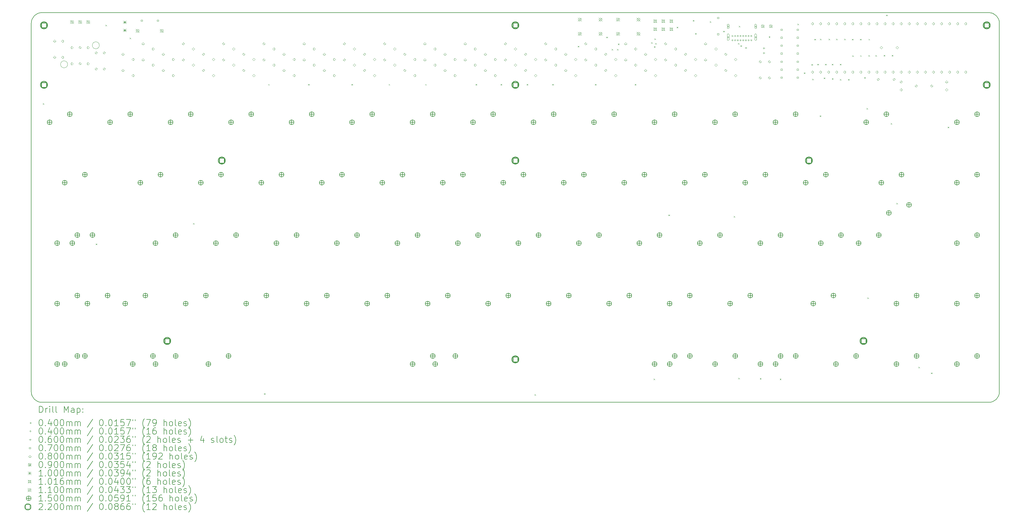
<source format=gbr>
%TF.GenerationSoftware,KiCad,Pcbnew,7.0.10*%
%TF.CreationDate,2024-01-29T11:03:34+01:00*%
%TF.ProjectId,discipline-pcb,64697363-6970-46c6-996e-652d7063622e,rev?*%
%TF.SameCoordinates,Original*%
%TF.FileFunction,Drillmap*%
%TF.FilePolarity,Positive*%
%FSLAX45Y45*%
G04 Gerber Fmt 4.5, Leading zero omitted, Abs format (unit mm)*
G04 Created by KiCad (PCBNEW 7.0.10) date 2024-01-29 11:03:34*
%MOMM*%
%LPD*%
G01*
G04 APERTURE LIST*
%ADD10C,0.150000*%
%ADD11C,0.120000*%
%ADD12C,0.200000*%
%ADD13C,0.100000*%
%ADD14C,0.101600*%
%ADD15C,0.110000*%
%ADD16C,0.220000*%
G04 APERTURE END LIST*
D10*
X5376638Y-17719816D02*
G75*
G03*
X5707644Y-18050222I330702J296D01*
G01*
X35535325Y-18050221D02*
G75*
G03*
X35866031Y-17719516I5J330701D01*
G01*
X35866035Y-6100181D02*
G75*
G03*
X35535325Y-5769475I-330705J1D01*
G01*
X35866031Y-6100181D02*
X35866031Y-17719516D01*
X5707344Y-5769478D02*
G75*
G03*
X5376638Y-6100181I-4J-330702D01*
G01*
X5707344Y-5769475D02*
X35535325Y-5769475D01*
X5376638Y-17719816D02*
X5376638Y-6100181D01*
X35535325Y-18050222D02*
X5707644Y-18050222D01*
D11*
X6518800Y-7399300D02*
G75*
G03*
X6298800Y-7399300I-110000J0D01*
G01*
X6298800Y-7399300D02*
G75*
G03*
X6518800Y-7399300I110000J0D01*
G01*
X7518800Y-6799300D02*
G75*
G03*
X7298800Y-6799300I-110000J0D01*
G01*
X7298800Y-6799300D02*
G75*
G03*
X7518800Y-6799300I110000J0D01*
G01*
D12*
D13*
X5739861Y-8626803D02*
X5779861Y-8666803D01*
X5779861Y-8626803D02*
X5739861Y-8666803D01*
X7409500Y-13048300D02*
X7449500Y-13088300D01*
X7449500Y-13048300D02*
X7409500Y-13088300D01*
X7714300Y-6152200D02*
X7754300Y-6192200D01*
X7754300Y-6152200D02*
X7714300Y-6192200D01*
X8476300Y-6558600D02*
X8516300Y-6598600D01*
X8516300Y-6558600D02*
X8476300Y-6598600D01*
X10469570Y-12397622D02*
X10509570Y-12437622D01*
X10509570Y-12397622D02*
X10469570Y-12437622D01*
X12707564Y-17764259D02*
X12747564Y-17804259D01*
X12747564Y-17764259D02*
X12707564Y-17804259D01*
X12837480Y-8018592D02*
X12877480Y-8058592D01*
X12877480Y-8018592D02*
X12837480Y-8058592D01*
X14097828Y-8018592D02*
X14137828Y-8058592D01*
X14137828Y-8018592D02*
X14097828Y-8058592D01*
X15459268Y-8018592D02*
X15499268Y-8058592D01*
X15499268Y-8018592D02*
X15459268Y-8058592D01*
X16631732Y-8018592D02*
X16671732Y-8058592D01*
X16671732Y-8018592D02*
X16631732Y-8058592D01*
X17782352Y-8018592D02*
X17822352Y-8058592D01*
X17822352Y-8018592D02*
X17782352Y-8058592D01*
X19368328Y-8018592D02*
X19408328Y-8058592D01*
X19408328Y-8018592D02*
X19368328Y-8058592D01*
X20158776Y-8018592D02*
X20198776Y-8058592D01*
X20198776Y-8018592D02*
X20158776Y-8058592D01*
X20978688Y-8018592D02*
X21018688Y-8058592D01*
X21018688Y-8018592D02*
X20978688Y-8058592D01*
X21223841Y-17792255D02*
X21263841Y-17832255D01*
X21263841Y-17792255D02*
X21223841Y-17832255D01*
X21784884Y-8018592D02*
X21824884Y-8058592D01*
X21824884Y-8018592D02*
X21784884Y-8058592D01*
X22588540Y-6816664D02*
X22628540Y-6856664D01*
X22628540Y-6816664D02*
X22588540Y-6856664D01*
X23130576Y-8018592D02*
X23170576Y-8058592D01*
X23170576Y-8018592D02*
X23130576Y-8058592D01*
X23484583Y-6528793D02*
X23524583Y-6568793D01*
X23524583Y-6528793D02*
X23484583Y-6568793D01*
X23652563Y-6912758D02*
X23692563Y-6952758D01*
X23692563Y-6912758D02*
X23652563Y-6952758D01*
X23825520Y-6913692D02*
X23865520Y-6953692D01*
X23865520Y-6913692D02*
X23825520Y-6953692D01*
X23852041Y-6744018D02*
X23892041Y-6784018D01*
X23892041Y-6744018D02*
X23852041Y-6784018D01*
X24380256Y-8018592D02*
X24420256Y-8058592D01*
X24420256Y-8018592D02*
X24380256Y-8058592D01*
X24900279Y-6704708D02*
X24940279Y-6744708D01*
X24940279Y-6704708D02*
X24900279Y-6744708D01*
X24975412Y-17300562D02*
X25015412Y-17340562D01*
X25015412Y-17300562D02*
X24975412Y-17340562D01*
X24988047Y-6826773D02*
X25028047Y-6866773D01*
X25028047Y-6826773D02*
X24988047Y-6866773D01*
X24999909Y-6581287D02*
X25039909Y-6621287D01*
X25039909Y-6581287D02*
X24999909Y-6621287D01*
X25026116Y-6727279D02*
X25066116Y-6767279D01*
X25066116Y-6727279D02*
X25026116Y-6767279D01*
X25440859Y-12133402D02*
X25480859Y-12173402D01*
X25480859Y-12133402D02*
X25440859Y-12173402D01*
X25704929Y-6215116D02*
X25744929Y-6255116D01*
X25744929Y-6215116D02*
X25704929Y-6255116D01*
X26210258Y-6003747D02*
X26250258Y-6043747D01*
X26250258Y-6003747D02*
X26210258Y-6043747D01*
X26283749Y-6413192D02*
X26323749Y-6453192D01*
X26323749Y-6413192D02*
X26283749Y-6453192D01*
X26745039Y-6040599D02*
X26785039Y-6080599D01*
X26785039Y-6040599D02*
X26745039Y-6080599D01*
X27164991Y-6343314D02*
X27204991Y-6383314D01*
X27204991Y-6343314D02*
X27164991Y-6383314D01*
X27496874Y-12177147D02*
X27536874Y-12217147D01*
X27536874Y-12177147D02*
X27496874Y-12217147D01*
X27633484Y-6727332D02*
X27673484Y-6767332D01*
X27673484Y-6727332D02*
X27633484Y-6767332D01*
X27640358Y-17279564D02*
X27680358Y-17319564D01*
X27680358Y-17279564D02*
X27640358Y-17319564D01*
X27661355Y-6183102D02*
X27701355Y-6223102D01*
X27701355Y-6183102D02*
X27661355Y-6223102D01*
X27706695Y-6799833D02*
X27746695Y-6839833D01*
X27746695Y-6799833D02*
X27706695Y-6839833D01*
X27862562Y-6859770D02*
X27902562Y-6899770D01*
X27902562Y-6859770D02*
X27862562Y-6899770D01*
X28322780Y-17288313D02*
X28362780Y-17328313D01*
X28362780Y-17288313D02*
X28322780Y-17328313D01*
X28603939Y-6518178D02*
X28643939Y-6558178D01*
X28643939Y-6518178D02*
X28603939Y-6558178D01*
X28950958Y-17302311D02*
X28990958Y-17342311D01*
X28990958Y-17302311D02*
X28950958Y-17342311D01*
X29507500Y-6119232D02*
X29547500Y-6159232D01*
X29547500Y-6119232D02*
X29507500Y-6159232D01*
X29706128Y-7653848D02*
X29746128Y-7693848D01*
X29746128Y-7653848D02*
X29706128Y-7693848D01*
X29946412Y-7392228D02*
X29986412Y-7432228D01*
X29986412Y-7392228D02*
X29946412Y-7432228D01*
X29972828Y-7854508D02*
X30012828Y-7894508D01*
X30012828Y-7854508D02*
X29972828Y-7894508D01*
X30040900Y-6596700D02*
X30080900Y-6636700D01*
X30080900Y-6596700D02*
X30040900Y-6636700D01*
X30129343Y-7384608D02*
X30169343Y-7424608D01*
X30169343Y-7384608D02*
X30129343Y-7424608D01*
X30206000Y-9009700D02*
X30246000Y-9049700D01*
X30246000Y-9009700D02*
X30206000Y-9049700D01*
X30218700Y-6591669D02*
X30258700Y-6631669D01*
X30258700Y-6591669D02*
X30218700Y-6631669D01*
X30336556Y-7814884D02*
X30376556Y-7854884D01*
X30376556Y-7814884D02*
X30336556Y-7854884D01*
X30376688Y-7384608D02*
X30416688Y-7424608D01*
X30416688Y-7384608D02*
X30376688Y-7424608D01*
X30485400Y-6591669D02*
X30525400Y-6631669D01*
X30525400Y-6591669D02*
X30485400Y-6631669D01*
X30591064Y-7384608D02*
X30631064Y-7424608D01*
X30631064Y-7384608D02*
X30591064Y-7424608D01*
X30593096Y-7836728D02*
X30633096Y-7876728D01*
X30633096Y-7836728D02*
X30593096Y-7876728D01*
X30721157Y-6591669D02*
X30761157Y-6631669D01*
X30761157Y-6591669D02*
X30721157Y-6631669D01*
X30844556Y-7384608D02*
X30884556Y-7424608D01*
X30884556Y-7384608D02*
X30844556Y-7424608D01*
X30845064Y-7863144D02*
X30885064Y-7903144D01*
X30885064Y-7863144D02*
X30845064Y-7903144D01*
X30976623Y-6591669D02*
X31016623Y-6631669D01*
X31016623Y-6591669D02*
X30976623Y-6631669D01*
X31099572Y-7863144D02*
X31139572Y-7903144D01*
X31139572Y-7863144D02*
X31099572Y-7903144D01*
X31222000Y-6596700D02*
X31262000Y-6636700D01*
X31262000Y-6596700D02*
X31222000Y-6636700D01*
X31234700Y-7117400D02*
X31274700Y-7157400D01*
X31274700Y-7117400D02*
X31234700Y-7157400D01*
X31476000Y-6596700D02*
X31516000Y-6636700D01*
X31516000Y-6596700D02*
X31476000Y-6636700D01*
X31480671Y-7112729D02*
X31520671Y-7152729D01*
X31520671Y-7112729D02*
X31480671Y-7152729D01*
X31608904Y-7804397D02*
X31648904Y-7844397D01*
X31648904Y-7804397D02*
X31608904Y-7844397D01*
X31678896Y-8779036D02*
X31718896Y-8819036D01*
X31718896Y-8779036D02*
X31678896Y-8819036D01*
X31708643Y-14745854D02*
X31748643Y-14785854D01*
X31748643Y-14745854D02*
X31708643Y-14785854D01*
X31742700Y-7106100D02*
X31782700Y-7146100D01*
X31782700Y-7106100D02*
X31742700Y-7146100D01*
X31743021Y-6596700D02*
X31783021Y-6636700D01*
X31783021Y-6596700D02*
X31743021Y-6636700D01*
X31958600Y-7106100D02*
X31998600Y-7146100D01*
X31998600Y-7106100D02*
X31958600Y-7146100D01*
X32225300Y-7104700D02*
X32265300Y-7144700D01*
X32265300Y-7104700D02*
X32225300Y-7144700D01*
X32301500Y-5834700D02*
X32341500Y-5874700D01*
X32341500Y-5834700D02*
X32301500Y-5874700D01*
X32441200Y-9251000D02*
X32481200Y-9291000D01*
X32481200Y-9251000D02*
X32441200Y-9291000D01*
X32479300Y-7104700D02*
X32519300Y-7144700D01*
X32519300Y-7104700D02*
X32479300Y-7144700D01*
X32619000Y-11763060D02*
X32659000Y-11803060D01*
X32659000Y-11763060D02*
X32619000Y-11803060D01*
X33313209Y-16931354D02*
X33353209Y-16971354D01*
X33353209Y-16931354D02*
X33313209Y-16971354D01*
X33711200Y-17112300D02*
X33751200Y-17152300D01*
X33751200Y-17112300D02*
X33711200Y-17152300D01*
X34237104Y-9363991D02*
X34277104Y-9403991D01*
X34277104Y-9363991D02*
X34237104Y-9403991D01*
X27476847Y-6506602D02*
G75*
G03*
X27436847Y-6506602I-20000J0D01*
G01*
X27436847Y-6506602D02*
G75*
G03*
X27476847Y-6506602I20000J0D01*
G01*
X27477347Y-6639102D02*
G75*
G03*
X27437347Y-6639102I-20000J0D01*
G01*
X27437347Y-6639102D02*
G75*
G03*
X27477347Y-6639102I20000J0D01*
G01*
X27561847Y-6506602D02*
G75*
G03*
X27521847Y-6506602I-20000J0D01*
G01*
X27521847Y-6506602D02*
G75*
G03*
X27561847Y-6506602I20000J0D01*
G01*
X27562347Y-6639102D02*
G75*
G03*
X27522347Y-6639102I-20000J0D01*
G01*
X27522347Y-6639102D02*
G75*
G03*
X27562347Y-6639102I20000J0D01*
G01*
X27646847Y-6506602D02*
G75*
G03*
X27606847Y-6506602I-20000J0D01*
G01*
X27606847Y-6506602D02*
G75*
G03*
X27646847Y-6506602I20000J0D01*
G01*
X27647347Y-6639102D02*
G75*
G03*
X27607347Y-6639102I-20000J0D01*
G01*
X27607347Y-6639102D02*
G75*
G03*
X27647347Y-6639102I20000J0D01*
G01*
X27731847Y-6506602D02*
G75*
G03*
X27691847Y-6506602I-20000J0D01*
G01*
X27691847Y-6506602D02*
G75*
G03*
X27731847Y-6506602I20000J0D01*
G01*
X27732347Y-6639102D02*
G75*
G03*
X27692347Y-6639102I-20000J0D01*
G01*
X27692347Y-6639102D02*
G75*
G03*
X27732347Y-6639102I20000J0D01*
G01*
X27816847Y-6506602D02*
G75*
G03*
X27776847Y-6506602I-20000J0D01*
G01*
X27776847Y-6506602D02*
G75*
G03*
X27816847Y-6506602I20000J0D01*
G01*
X27817347Y-6639102D02*
G75*
G03*
X27777347Y-6639102I-20000J0D01*
G01*
X27777347Y-6639102D02*
G75*
G03*
X27817347Y-6639102I20000J0D01*
G01*
X27901847Y-6506602D02*
G75*
G03*
X27861847Y-6506602I-20000J0D01*
G01*
X27861847Y-6506602D02*
G75*
G03*
X27901847Y-6506602I20000J0D01*
G01*
X27902347Y-6639102D02*
G75*
G03*
X27862347Y-6639102I-20000J0D01*
G01*
X27862347Y-6639102D02*
G75*
G03*
X27902347Y-6639102I20000J0D01*
G01*
X27986847Y-6506602D02*
G75*
G03*
X27946847Y-6506602I-20000J0D01*
G01*
X27946847Y-6506602D02*
G75*
G03*
X27986847Y-6506602I20000J0D01*
G01*
X27987347Y-6639102D02*
G75*
G03*
X27947347Y-6639102I-20000J0D01*
G01*
X27947347Y-6639102D02*
G75*
G03*
X27987347Y-6639102I20000J0D01*
G01*
X28072347Y-6506602D02*
G75*
G03*
X28032347Y-6506602I-20000J0D01*
G01*
X28032347Y-6506602D02*
G75*
G03*
X28072347Y-6506602I20000J0D01*
G01*
X28072347Y-6639102D02*
G75*
G03*
X28032347Y-6639102I-20000J0D01*
G01*
X28032347Y-6639102D02*
G75*
G03*
X28072347Y-6639102I20000J0D01*
G01*
X27322347Y-6173102D02*
X27322347Y-6233102D01*
X27292347Y-6203102D02*
X27352347Y-6203102D01*
X27352347Y-6243102D02*
X27352347Y-6163102D01*
X27352347Y-6163102D02*
G75*
G03*
X27292347Y-6163102I-30000J0D01*
G01*
X27292347Y-6163102D02*
X27292347Y-6243102D01*
X27292347Y-6243102D02*
G75*
G03*
X27352347Y-6243102I30000J0D01*
G01*
X27322347Y-6511102D02*
X27322347Y-6571102D01*
X27292347Y-6541102D02*
X27352347Y-6541102D01*
X27352347Y-6616102D02*
X27352347Y-6466102D01*
X27352347Y-6466102D02*
G75*
G03*
X27292347Y-6466102I-30000J0D01*
G01*
X27292347Y-6466102D02*
X27292347Y-6616102D01*
X27292347Y-6616102D02*
G75*
G03*
X27352347Y-6616102I30000J0D01*
G01*
X28187347Y-6173102D02*
X28187347Y-6233102D01*
X28157347Y-6203102D02*
X28217347Y-6203102D01*
X28217347Y-6243102D02*
X28217347Y-6163102D01*
X28217347Y-6163102D02*
G75*
G03*
X28157347Y-6163102I-30000J0D01*
G01*
X28157347Y-6163102D02*
X28157347Y-6243102D01*
X28157347Y-6243102D02*
G75*
G03*
X28217347Y-6243102I30000J0D01*
G01*
X28187347Y-6511102D02*
X28187347Y-6571102D01*
X28157347Y-6541102D02*
X28217347Y-6541102D01*
X28217347Y-6616102D02*
X28217347Y-6466102D01*
X28217347Y-6466102D02*
G75*
G03*
X28157347Y-6466102I-30000J0D01*
G01*
X28157347Y-6466102D02*
X28157347Y-6616102D01*
X28157347Y-6616102D02*
G75*
G03*
X28217347Y-6616102I30000J0D01*
G01*
X28447768Y-6860487D02*
X28447768Y-6920487D01*
X28417768Y-6890487D02*
X28477768Y-6890487D01*
X28447768Y-7010487D02*
X28447768Y-7070487D01*
X28417768Y-7040487D02*
X28477768Y-7040487D01*
X8876649Y-6044549D02*
X8876649Y-5995051D01*
X8827151Y-5995051D01*
X8827151Y-6044549D01*
X8876649Y-6044549D01*
X9384649Y-6044549D02*
X9384649Y-5995051D01*
X9335151Y-5995051D01*
X9335151Y-6044549D01*
X9384649Y-6044549D01*
X27029510Y-5959833D02*
X27029510Y-5910335D01*
X26980012Y-5910335D01*
X26980012Y-5959833D01*
X27029510Y-5959833D01*
X27029510Y-6469833D02*
X27029510Y-6420335D01*
X26980012Y-6420335D01*
X26980012Y-6469833D01*
X27029510Y-6469833D01*
X29027381Y-6332069D02*
X29027381Y-6282571D01*
X28977883Y-6282571D01*
X28977883Y-6332069D01*
X29027381Y-6332069D01*
X29027381Y-6581452D02*
X29027381Y-6531954D01*
X28977883Y-6531954D01*
X28977883Y-6581452D01*
X29027381Y-6581452D01*
X29027381Y-6830799D02*
X29027381Y-6781301D01*
X28977883Y-6781301D01*
X28977883Y-6830799D01*
X29027381Y-6830799D01*
X29027381Y-7082770D02*
X29027381Y-7033272D01*
X28977883Y-7033272D01*
X28977883Y-7082770D01*
X29027381Y-7082770D01*
X29027381Y-7339954D02*
X29027381Y-7290456D01*
X28977883Y-7290456D01*
X28977883Y-7339954D01*
X29027381Y-7339954D01*
X29027381Y-7589301D02*
X29027381Y-7539803D01*
X28977883Y-7539803D01*
X28977883Y-7589301D01*
X29027381Y-7589301D01*
X29027381Y-7838647D02*
X29027381Y-7789149D01*
X28977883Y-7789149D01*
X28977883Y-7838647D01*
X29027381Y-7838647D01*
X29535381Y-6332069D02*
X29535381Y-6282571D01*
X29485883Y-6282571D01*
X29485883Y-6332069D01*
X29535381Y-6332069D01*
X29535381Y-6581452D02*
X29535381Y-6531954D01*
X29485883Y-6531954D01*
X29485883Y-6581452D01*
X29535381Y-6581452D01*
X29535381Y-6830799D02*
X29535381Y-6781301D01*
X29485883Y-6781301D01*
X29485883Y-6830799D01*
X29535381Y-6830799D01*
X29535381Y-7082770D02*
X29535381Y-7033272D01*
X29485883Y-7033272D01*
X29485883Y-7082770D01*
X29535381Y-7082770D01*
X29535381Y-7339954D02*
X29535381Y-7290456D01*
X29485883Y-7290456D01*
X29485883Y-7339954D01*
X29535381Y-7339954D01*
X29535381Y-7589301D02*
X29535381Y-7539803D01*
X29485883Y-7539803D01*
X29485883Y-7589301D01*
X29535381Y-7589301D01*
X29535381Y-7838647D02*
X29535381Y-7789149D01*
X29485883Y-7789149D01*
X29485883Y-7838647D01*
X29535381Y-7838647D01*
X6108700Y-6704350D02*
X6148700Y-6664350D01*
X6108700Y-6624350D01*
X6068700Y-6664350D01*
X6108700Y-6704350D01*
X6108700Y-7212350D02*
X6148700Y-7172350D01*
X6108700Y-7132350D01*
X6068700Y-7172350D01*
X6108700Y-7212350D01*
X6360028Y-6707500D02*
X6400028Y-6667500D01*
X6360028Y-6627500D01*
X6320028Y-6667500D01*
X6360028Y-6707500D01*
X6360028Y-7215500D02*
X6400028Y-7175500D01*
X6360028Y-7135500D01*
X6320028Y-7175500D01*
X6360028Y-7215500D01*
X6654800Y-6910700D02*
X6694800Y-6870700D01*
X6654800Y-6830700D01*
X6614800Y-6870700D01*
X6654800Y-6910700D01*
X6654800Y-7418700D02*
X6694800Y-7378700D01*
X6654800Y-7338700D01*
X6614800Y-7378700D01*
X6654800Y-7418700D01*
X6908800Y-6907550D02*
X6948800Y-6867550D01*
X6908800Y-6827550D01*
X6868800Y-6867550D01*
X6908800Y-6907550D01*
X6908800Y-7415550D02*
X6948800Y-7375550D01*
X6908800Y-7335550D01*
X6868800Y-7375550D01*
X6908800Y-7415550D01*
X7162800Y-6910700D02*
X7202800Y-6870700D01*
X7162800Y-6830700D01*
X7122800Y-6870700D01*
X7162800Y-6910700D01*
X7162800Y-7418700D02*
X7202800Y-7378700D01*
X7162800Y-7338700D01*
X7122800Y-7378700D01*
X7162800Y-7418700D01*
X7416800Y-7073250D02*
X7456800Y-7033250D01*
X7416800Y-6993250D01*
X7376800Y-7033250D01*
X7416800Y-7073250D01*
X7416800Y-7581250D02*
X7456800Y-7541250D01*
X7416800Y-7501250D01*
X7376800Y-7541250D01*
X7416800Y-7581250D01*
X7670800Y-7073250D02*
X7710800Y-7033250D01*
X7670800Y-6993250D01*
X7630800Y-7033250D01*
X7670800Y-7073250D01*
X7670800Y-7581250D02*
X7710800Y-7541250D01*
X7670800Y-7501250D01*
X7630800Y-7541250D01*
X7670800Y-7581250D01*
X8261706Y-7118267D02*
X8301706Y-7078267D01*
X8261706Y-7038267D01*
X8221706Y-7078267D01*
X8261706Y-7118267D01*
X8261706Y-7626267D02*
X8301706Y-7586267D01*
X8261706Y-7546267D01*
X8221706Y-7586267D01*
X8261706Y-7626267D01*
X8578653Y-7283620D02*
X8618653Y-7243620D01*
X8578653Y-7203620D01*
X8538653Y-7243620D01*
X8578653Y-7283620D01*
X8578653Y-7791620D02*
X8618653Y-7751620D01*
X8578653Y-7711620D01*
X8538653Y-7751620D01*
X8578653Y-7791620D01*
X8895599Y-6787561D02*
X8935599Y-6747561D01*
X8895599Y-6707561D01*
X8855599Y-6747561D01*
X8895599Y-6787561D01*
X8895599Y-7295561D02*
X8935599Y-7255561D01*
X8895599Y-7215561D01*
X8855599Y-7255561D01*
X8895599Y-7295561D01*
X9212545Y-6952914D02*
X9252545Y-6912914D01*
X9212545Y-6872914D01*
X9172545Y-6912914D01*
X9212545Y-6952914D01*
X9212545Y-7460914D02*
X9252545Y-7420914D01*
X9212545Y-7380914D01*
X9172545Y-7420914D01*
X9212545Y-7460914D01*
X9529491Y-7118267D02*
X9569491Y-7078267D01*
X9529491Y-7038267D01*
X9489491Y-7078267D01*
X9529491Y-7118267D01*
X9529491Y-7626267D02*
X9569491Y-7586267D01*
X9529491Y-7546267D01*
X9489491Y-7586267D01*
X9529491Y-7626267D01*
X9846438Y-7283620D02*
X9886438Y-7243620D01*
X9846438Y-7203620D01*
X9806438Y-7243620D01*
X9846438Y-7283620D01*
X9846438Y-7791620D02*
X9886438Y-7751620D01*
X9846438Y-7711620D01*
X9806438Y-7751620D01*
X9846438Y-7791620D01*
X10163384Y-6787561D02*
X10203384Y-6747561D01*
X10163384Y-6707561D01*
X10123384Y-6747561D01*
X10163384Y-6787561D01*
X10163384Y-7295561D02*
X10203384Y-7255561D01*
X10163384Y-7215561D01*
X10123384Y-7255561D01*
X10163384Y-7295561D01*
X10480330Y-6952914D02*
X10520330Y-6912914D01*
X10480330Y-6872914D01*
X10440330Y-6912914D01*
X10480330Y-6952914D01*
X10480330Y-7460914D02*
X10520330Y-7420914D01*
X10480330Y-7380914D01*
X10440330Y-7420914D01*
X10480330Y-7460914D01*
X10797277Y-7118267D02*
X10837277Y-7078267D01*
X10797277Y-7038267D01*
X10757277Y-7078267D01*
X10797277Y-7118267D01*
X10797277Y-7626267D02*
X10837277Y-7586267D01*
X10797277Y-7546267D01*
X10757277Y-7586267D01*
X10797277Y-7626267D01*
X11114223Y-7283620D02*
X11154223Y-7243620D01*
X11114223Y-7203620D01*
X11074223Y-7243620D01*
X11114223Y-7283620D01*
X11114223Y-7791620D02*
X11154223Y-7751620D01*
X11114223Y-7711620D01*
X11074223Y-7751620D01*
X11114223Y-7791620D01*
X11431169Y-6787561D02*
X11471169Y-6747561D01*
X11431169Y-6707561D01*
X11391169Y-6747561D01*
X11431169Y-6787561D01*
X11431169Y-7295561D02*
X11471169Y-7255561D01*
X11431169Y-7215561D01*
X11391169Y-7255561D01*
X11431169Y-7295561D01*
X11748115Y-6952914D02*
X11788115Y-6912914D01*
X11748115Y-6872914D01*
X11708115Y-6912914D01*
X11748115Y-6952914D01*
X11748115Y-7460914D02*
X11788115Y-7420914D01*
X11748115Y-7380914D01*
X11708115Y-7420914D01*
X11748115Y-7460914D01*
X12065062Y-7118267D02*
X12105062Y-7078267D01*
X12065062Y-7038267D01*
X12025062Y-7078267D01*
X12065062Y-7118267D01*
X12065062Y-7626267D02*
X12105062Y-7586267D01*
X12065062Y-7546267D01*
X12025062Y-7586267D01*
X12065062Y-7626267D01*
X12382008Y-7283620D02*
X12422008Y-7243620D01*
X12382008Y-7203620D01*
X12342008Y-7243620D01*
X12382008Y-7283620D01*
X12382008Y-7791620D02*
X12422008Y-7751620D01*
X12382008Y-7711620D01*
X12342008Y-7751620D01*
X12382008Y-7791620D01*
X12698954Y-6787561D02*
X12738954Y-6747561D01*
X12698954Y-6707561D01*
X12658954Y-6747561D01*
X12698954Y-6787561D01*
X12698954Y-7295561D02*
X12738954Y-7255561D01*
X12698954Y-7215561D01*
X12658954Y-7255561D01*
X12698954Y-7295561D01*
X13015901Y-6952914D02*
X13055901Y-6912914D01*
X13015901Y-6872914D01*
X12975901Y-6912914D01*
X13015901Y-6952914D01*
X13015901Y-7460914D02*
X13055901Y-7420914D01*
X13015901Y-7380914D01*
X12975901Y-7420914D01*
X13015901Y-7460914D01*
X13332847Y-7118267D02*
X13372847Y-7078267D01*
X13332847Y-7038267D01*
X13292847Y-7078267D01*
X13332847Y-7118267D01*
X13332847Y-7626267D02*
X13372847Y-7586267D01*
X13332847Y-7546267D01*
X13292847Y-7586267D01*
X13332847Y-7626267D01*
X13649793Y-7283620D02*
X13689793Y-7243620D01*
X13649793Y-7203620D01*
X13609793Y-7243620D01*
X13649793Y-7283620D01*
X13649793Y-7791620D02*
X13689793Y-7751620D01*
X13649793Y-7711620D01*
X13609793Y-7751620D01*
X13649793Y-7791620D01*
X13966740Y-6787561D02*
X14006740Y-6747561D01*
X13966740Y-6707561D01*
X13926740Y-6747561D01*
X13966740Y-6787561D01*
X13966740Y-7295561D02*
X14006740Y-7255561D01*
X13966740Y-7215561D01*
X13926740Y-7255561D01*
X13966740Y-7295561D01*
X14283686Y-6952914D02*
X14323686Y-6912914D01*
X14283686Y-6872914D01*
X14243686Y-6912914D01*
X14283686Y-6952914D01*
X14283686Y-7460914D02*
X14323686Y-7420914D01*
X14283686Y-7380914D01*
X14243686Y-7420914D01*
X14283686Y-7460914D01*
X14600632Y-7118267D02*
X14640632Y-7078267D01*
X14600632Y-7038267D01*
X14560632Y-7078267D01*
X14600632Y-7118267D01*
X14600632Y-7626267D02*
X14640632Y-7586267D01*
X14600632Y-7546267D01*
X14560632Y-7586267D01*
X14600632Y-7626267D01*
X14917578Y-7283620D02*
X14957578Y-7243620D01*
X14917578Y-7203620D01*
X14877578Y-7243620D01*
X14917578Y-7283620D01*
X14917578Y-7791620D02*
X14957578Y-7751620D01*
X14917578Y-7711620D01*
X14877578Y-7751620D01*
X14917578Y-7791620D01*
X15234525Y-6787561D02*
X15274525Y-6747561D01*
X15234525Y-6707561D01*
X15194525Y-6747561D01*
X15234525Y-6787561D01*
X15234525Y-7295561D02*
X15274525Y-7255561D01*
X15234525Y-7215561D01*
X15194525Y-7255561D01*
X15234525Y-7295561D01*
X15551471Y-6952914D02*
X15591471Y-6912914D01*
X15551471Y-6872914D01*
X15511471Y-6912914D01*
X15551471Y-6952914D01*
X15551471Y-7460914D02*
X15591471Y-7420914D01*
X15551471Y-7380914D01*
X15511471Y-7420914D01*
X15551471Y-7460914D01*
X15868417Y-7118267D02*
X15908417Y-7078267D01*
X15868417Y-7038267D01*
X15828417Y-7078267D01*
X15868417Y-7118267D01*
X15868417Y-7626267D02*
X15908417Y-7586267D01*
X15868417Y-7546267D01*
X15828417Y-7586267D01*
X15868417Y-7626267D01*
X16185364Y-7283620D02*
X16225364Y-7243620D01*
X16185364Y-7203620D01*
X16145364Y-7243620D01*
X16185364Y-7283620D01*
X16185364Y-7791620D02*
X16225364Y-7751620D01*
X16185364Y-7711620D01*
X16145364Y-7751620D01*
X16185364Y-7791620D01*
X16502310Y-6787561D02*
X16542310Y-6747561D01*
X16502310Y-6707561D01*
X16462310Y-6747561D01*
X16502310Y-6787561D01*
X16502310Y-7295561D02*
X16542310Y-7255561D01*
X16502310Y-7215561D01*
X16462310Y-7255561D01*
X16502310Y-7295561D01*
X16819256Y-6952914D02*
X16859256Y-6912914D01*
X16819256Y-6872914D01*
X16779256Y-6912914D01*
X16819256Y-6952914D01*
X16819256Y-7460914D02*
X16859256Y-7420914D01*
X16819256Y-7380914D01*
X16779256Y-7420914D01*
X16819256Y-7460914D01*
X17136203Y-7118267D02*
X17176203Y-7078267D01*
X17136203Y-7038267D01*
X17096203Y-7078267D01*
X17136203Y-7118267D01*
X17136203Y-7626267D02*
X17176203Y-7586267D01*
X17136203Y-7546267D01*
X17096203Y-7586267D01*
X17136203Y-7626267D01*
X17453149Y-7283620D02*
X17493149Y-7243620D01*
X17453149Y-7203620D01*
X17413149Y-7243620D01*
X17453149Y-7283620D01*
X17453149Y-7791620D02*
X17493149Y-7751620D01*
X17453149Y-7711620D01*
X17413149Y-7751620D01*
X17453149Y-7791620D01*
X17770095Y-6787561D02*
X17810095Y-6747561D01*
X17770095Y-6707561D01*
X17730095Y-6747561D01*
X17770095Y-6787561D01*
X17770095Y-7295561D02*
X17810095Y-7255561D01*
X17770095Y-7215561D01*
X17730095Y-7255561D01*
X17770095Y-7295561D01*
X18087042Y-6952914D02*
X18127042Y-6912914D01*
X18087042Y-6872914D01*
X18047042Y-6912914D01*
X18087042Y-6952914D01*
X18087042Y-7460914D02*
X18127042Y-7420914D01*
X18087042Y-7380914D01*
X18047042Y-7420914D01*
X18087042Y-7460914D01*
X18403988Y-7118267D02*
X18443988Y-7078267D01*
X18403988Y-7038267D01*
X18363988Y-7078267D01*
X18403988Y-7118267D01*
X18403988Y-7626267D02*
X18443988Y-7586267D01*
X18403988Y-7546267D01*
X18363988Y-7586267D01*
X18403988Y-7626267D01*
X18720934Y-7283620D02*
X18760934Y-7243620D01*
X18720934Y-7203620D01*
X18680934Y-7243620D01*
X18720934Y-7283620D01*
X18720934Y-7791620D02*
X18760934Y-7751620D01*
X18720934Y-7711620D01*
X18680934Y-7751620D01*
X18720934Y-7791620D01*
X19037880Y-6787561D02*
X19077880Y-6747561D01*
X19037880Y-6707561D01*
X18997880Y-6747561D01*
X19037880Y-6787561D01*
X19037880Y-7295561D02*
X19077880Y-7255561D01*
X19037880Y-7215561D01*
X18997880Y-7255561D01*
X19037880Y-7295561D01*
X19354827Y-6952914D02*
X19394827Y-6912914D01*
X19354827Y-6872914D01*
X19314827Y-6912914D01*
X19354827Y-6952914D01*
X19354827Y-7460914D02*
X19394827Y-7420914D01*
X19354827Y-7380914D01*
X19314827Y-7420914D01*
X19354827Y-7460914D01*
X19671773Y-7118267D02*
X19711773Y-7078267D01*
X19671773Y-7038267D01*
X19631773Y-7078267D01*
X19671773Y-7118267D01*
X19671773Y-7626267D02*
X19711773Y-7586267D01*
X19671773Y-7546267D01*
X19631773Y-7586267D01*
X19671773Y-7626267D01*
X19988719Y-7283620D02*
X20028719Y-7243620D01*
X19988719Y-7203620D01*
X19948719Y-7243620D01*
X19988719Y-7283620D01*
X19988719Y-7791620D02*
X20028719Y-7751620D01*
X19988719Y-7711620D01*
X19948719Y-7751620D01*
X19988719Y-7791620D01*
X20305666Y-6787561D02*
X20345666Y-6747561D01*
X20305666Y-6707561D01*
X20265666Y-6747561D01*
X20305666Y-6787561D01*
X20305666Y-7295561D02*
X20345666Y-7255561D01*
X20305666Y-7215561D01*
X20265666Y-7255561D01*
X20305666Y-7295561D01*
X20622612Y-6952914D02*
X20662612Y-6912914D01*
X20622612Y-6872914D01*
X20582612Y-6912914D01*
X20622612Y-6952914D01*
X20622612Y-7460914D02*
X20662612Y-7420914D01*
X20622612Y-7380914D01*
X20582612Y-7420914D01*
X20622612Y-7460914D01*
X20939558Y-7118267D02*
X20979558Y-7078267D01*
X20939558Y-7038267D01*
X20899558Y-7078267D01*
X20939558Y-7118267D01*
X20939558Y-7626267D02*
X20979558Y-7586267D01*
X20939558Y-7546267D01*
X20899558Y-7586267D01*
X20939558Y-7626267D01*
X21256505Y-7283620D02*
X21296505Y-7243620D01*
X21256505Y-7203620D01*
X21216505Y-7243620D01*
X21256505Y-7283620D01*
X21256505Y-7791620D02*
X21296505Y-7751620D01*
X21256505Y-7711620D01*
X21216505Y-7751620D01*
X21256505Y-7791620D01*
X21573451Y-6787561D02*
X21613451Y-6747561D01*
X21573451Y-6707561D01*
X21533451Y-6747561D01*
X21573451Y-6787561D01*
X21573451Y-7295561D02*
X21613451Y-7255561D01*
X21573451Y-7215561D01*
X21533451Y-7255561D01*
X21573451Y-7295561D01*
X21888648Y-6952914D02*
X21928648Y-6912914D01*
X21888648Y-6872914D01*
X21848648Y-6912914D01*
X21888648Y-6952914D01*
X21888648Y-7460914D02*
X21928648Y-7420914D01*
X21888648Y-7380914D01*
X21848648Y-7420914D01*
X21888648Y-7460914D01*
X22203844Y-7118267D02*
X22243844Y-7078267D01*
X22203844Y-7038267D01*
X22163844Y-7078267D01*
X22203844Y-7118267D01*
X22203844Y-7626267D02*
X22243844Y-7586267D01*
X22203844Y-7546267D01*
X22163844Y-7586267D01*
X22203844Y-7626267D01*
X22519041Y-7283620D02*
X22559041Y-7243620D01*
X22519041Y-7203620D01*
X22479041Y-7243620D01*
X22519041Y-7283620D01*
X22519041Y-7791620D02*
X22559041Y-7751620D01*
X22519041Y-7711620D01*
X22479041Y-7751620D01*
X22519041Y-7791620D01*
X22834238Y-6787561D02*
X22874238Y-6747561D01*
X22834238Y-6707561D01*
X22794238Y-6747561D01*
X22834238Y-6787561D01*
X22834238Y-7295561D02*
X22874238Y-7255561D01*
X22834238Y-7215561D01*
X22794238Y-7255561D01*
X22834238Y-7295561D01*
X23149315Y-6952914D02*
X23189315Y-6912914D01*
X23149315Y-6872914D01*
X23109315Y-6912914D01*
X23149315Y-6952914D01*
X23149315Y-7460914D02*
X23189315Y-7420914D01*
X23149315Y-7380914D01*
X23109315Y-7420914D01*
X23149315Y-7460914D01*
X23464392Y-7118267D02*
X23504392Y-7078267D01*
X23464392Y-7038267D01*
X23424392Y-7078267D01*
X23464392Y-7118267D01*
X23464392Y-7626267D02*
X23504392Y-7586267D01*
X23464392Y-7546267D01*
X23424392Y-7586267D01*
X23464392Y-7626267D01*
X23779469Y-7283620D02*
X23819469Y-7243620D01*
X23779469Y-7203620D01*
X23739469Y-7243620D01*
X23779469Y-7283620D01*
X23779469Y-7791620D02*
X23819469Y-7751620D01*
X23779469Y-7711620D01*
X23739469Y-7751620D01*
X23779469Y-7791620D01*
X24094547Y-6787561D02*
X24134547Y-6747561D01*
X24094547Y-6707561D01*
X24054547Y-6747561D01*
X24094547Y-6787561D01*
X24094547Y-7295561D02*
X24134547Y-7255561D01*
X24094547Y-7215561D01*
X24054547Y-7255561D01*
X24094547Y-7295561D01*
X24409624Y-6952914D02*
X24449624Y-6912914D01*
X24409624Y-6872914D01*
X24369624Y-6912914D01*
X24409624Y-6952914D01*
X24409624Y-7460914D02*
X24449624Y-7420914D01*
X24409624Y-7380914D01*
X24369624Y-7420914D01*
X24409624Y-7460914D01*
X24718496Y-7118267D02*
X24758496Y-7078267D01*
X24718496Y-7038267D01*
X24678496Y-7078267D01*
X24718496Y-7118267D01*
X24718496Y-7626267D02*
X24758496Y-7586267D01*
X24718496Y-7546267D01*
X24678496Y-7586267D01*
X24718496Y-7626267D01*
X25033574Y-7283620D02*
X25073574Y-7243620D01*
X25033574Y-7203620D01*
X24993574Y-7243620D01*
X25033574Y-7283620D01*
X25033574Y-7791620D02*
X25073574Y-7751620D01*
X25033574Y-7711620D01*
X24993574Y-7751620D01*
X25033574Y-7791620D01*
X25348651Y-6787561D02*
X25388651Y-6747561D01*
X25348651Y-6707561D01*
X25308651Y-6747561D01*
X25348651Y-6787561D01*
X25348651Y-7295561D02*
X25388651Y-7255561D01*
X25348651Y-7215561D01*
X25308651Y-7255561D01*
X25348651Y-7295561D01*
X25663728Y-6952914D02*
X25703728Y-6912914D01*
X25663728Y-6872914D01*
X25623728Y-6912914D01*
X25663728Y-6952914D01*
X25663728Y-7460914D02*
X25703728Y-7420914D01*
X25663728Y-7380914D01*
X25623728Y-7420914D01*
X25663728Y-7460914D01*
X25978806Y-7118267D02*
X26018806Y-7078267D01*
X25978806Y-7038267D01*
X25938806Y-7078267D01*
X25978806Y-7118267D01*
X25978806Y-7626267D02*
X26018806Y-7586267D01*
X25978806Y-7546267D01*
X25938806Y-7586267D01*
X25978806Y-7626267D01*
X26293883Y-7283620D02*
X26333883Y-7243620D01*
X26293883Y-7203620D01*
X26253883Y-7243620D01*
X26293883Y-7283620D01*
X26293883Y-7791620D02*
X26333883Y-7751620D01*
X26293883Y-7711620D01*
X26253883Y-7751620D01*
X26293883Y-7791620D01*
X26608961Y-6787561D02*
X26648961Y-6747561D01*
X26608961Y-6707561D01*
X26568961Y-6747561D01*
X26608961Y-6787561D01*
X26608961Y-7295561D02*
X26648961Y-7255561D01*
X26608961Y-7215561D01*
X26568961Y-7255561D01*
X26608961Y-7295561D01*
X26936448Y-6952914D02*
X26976448Y-6912914D01*
X26936448Y-6872914D01*
X26896448Y-6912914D01*
X26936448Y-6952914D01*
X26936448Y-7460914D02*
X26976448Y-7420914D01*
X26936448Y-7380914D01*
X26896448Y-7420914D01*
X26936448Y-7460914D01*
X27245320Y-7118267D02*
X27285320Y-7078267D01*
X27245320Y-7038267D01*
X27205320Y-7078267D01*
X27245320Y-7118267D01*
X27245320Y-7626267D02*
X27285320Y-7586267D01*
X27245320Y-7546267D01*
X27205320Y-7586267D01*
X27245320Y-7626267D01*
X27554193Y-7283620D02*
X27594193Y-7243620D01*
X27554193Y-7203620D01*
X27514193Y-7243620D01*
X27554193Y-7283620D01*
X27554193Y-7791620D02*
X27594193Y-7751620D01*
X27554193Y-7711620D01*
X27514193Y-7751620D01*
X27554193Y-7791620D01*
X28330531Y-7356220D02*
X28370531Y-7316220D01*
X28330531Y-7276220D01*
X28290531Y-7316220D01*
X28330531Y-7356220D01*
X28330531Y-7864220D02*
X28370531Y-7824220D01*
X28330531Y-7784220D01*
X28290531Y-7824220D01*
X28330531Y-7864220D01*
X28617498Y-7356220D02*
X28657498Y-7316220D01*
X28617498Y-7276220D01*
X28577498Y-7316220D01*
X28617498Y-7356220D01*
X28617498Y-7864220D02*
X28657498Y-7824220D01*
X28617498Y-7784220D01*
X28577498Y-7824220D01*
X28617498Y-7864220D01*
X29975343Y-6154918D02*
X30015343Y-6114918D01*
X29975343Y-6074918D01*
X29935343Y-6114918D01*
X29975343Y-6154918D01*
X29975343Y-7678918D02*
X30015343Y-7638918D01*
X29975343Y-7598918D01*
X29935343Y-7638918D01*
X29975343Y-7678918D01*
X30229343Y-6154918D02*
X30269343Y-6114918D01*
X30229343Y-6074918D01*
X30189343Y-6114918D01*
X30229343Y-6154918D01*
X30229343Y-7678918D02*
X30269343Y-7638918D01*
X30229343Y-7598918D01*
X30189343Y-7638918D01*
X30229343Y-7678918D01*
X30483343Y-6154918D02*
X30523343Y-6114918D01*
X30483343Y-6074918D01*
X30443343Y-6114918D01*
X30483343Y-6154918D01*
X30483343Y-7678918D02*
X30523343Y-7638918D01*
X30483343Y-7598918D01*
X30443343Y-7638918D01*
X30483343Y-7678918D01*
X30737343Y-6154918D02*
X30777343Y-6114918D01*
X30737343Y-6074918D01*
X30697343Y-6114918D01*
X30737343Y-6154918D01*
X30737343Y-7678918D02*
X30777343Y-7638918D01*
X30737343Y-7598918D01*
X30697343Y-7638918D01*
X30737343Y-7678918D01*
X30991343Y-6154918D02*
X31031343Y-6114918D01*
X30991343Y-6074918D01*
X30951343Y-6114918D01*
X30991343Y-6154918D01*
X30991343Y-7678918D02*
X31031343Y-7638918D01*
X30991343Y-7598918D01*
X30951343Y-7638918D01*
X30991343Y-7678918D01*
X31245343Y-6154918D02*
X31285343Y-6114918D01*
X31245343Y-6074918D01*
X31205343Y-6114918D01*
X31245343Y-6154918D01*
X31245343Y-7678918D02*
X31285343Y-7638918D01*
X31245343Y-7598918D01*
X31205343Y-7638918D01*
X31245343Y-7678918D01*
X31499343Y-6154918D02*
X31539343Y-6114918D01*
X31499343Y-6074918D01*
X31459343Y-6114918D01*
X31499343Y-6154918D01*
X31499343Y-7678918D02*
X31539343Y-7638918D01*
X31499343Y-7598918D01*
X31459343Y-7638918D01*
X31499343Y-7678918D01*
X31753343Y-6154918D02*
X31793343Y-6114918D01*
X31753343Y-6074918D01*
X31713343Y-6114918D01*
X31753343Y-6154918D01*
X31753343Y-7678918D02*
X31793343Y-7638918D01*
X31753343Y-7598918D01*
X31713343Y-7638918D01*
X31753343Y-7678918D01*
X32007343Y-6154918D02*
X32047343Y-6114918D01*
X32007343Y-6074918D01*
X31967343Y-6114918D01*
X32007343Y-6154918D01*
X32007343Y-7678918D02*
X32047343Y-7638918D01*
X32007343Y-7598918D01*
X31967343Y-7638918D01*
X32007343Y-7678918D01*
X32047106Y-7911642D02*
X32087106Y-7871642D01*
X32047106Y-7831642D01*
X32007106Y-7871642D01*
X32047106Y-7911642D01*
X32143700Y-6910700D02*
X32183700Y-6870700D01*
X32143700Y-6830700D01*
X32103700Y-6870700D01*
X32143700Y-6910700D01*
X32261343Y-6154918D02*
X32301343Y-6114918D01*
X32261343Y-6074918D01*
X32221343Y-6114918D01*
X32261343Y-6154918D01*
X32261343Y-7678918D02*
X32301343Y-7638918D01*
X32261343Y-7598918D01*
X32221343Y-7638918D01*
X32261343Y-7678918D01*
X32515343Y-6154918D02*
X32555343Y-6114918D01*
X32515343Y-6074918D01*
X32475343Y-6114918D01*
X32515343Y-6154918D01*
X32515343Y-7678918D02*
X32555343Y-7638918D01*
X32515343Y-7598918D01*
X32475343Y-7638918D01*
X32515343Y-7678918D01*
X32547106Y-7911642D02*
X32587106Y-7871642D01*
X32547106Y-7831642D01*
X32507106Y-7871642D01*
X32547106Y-7911642D01*
X32643700Y-6910700D02*
X32683700Y-6870700D01*
X32643700Y-6830700D01*
X32603700Y-6870700D01*
X32643700Y-6910700D01*
X32768024Y-7990604D02*
X32808024Y-7950604D01*
X32768024Y-7910604D01*
X32728024Y-7950604D01*
X32768024Y-7990604D01*
X32768024Y-8240604D02*
X32808024Y-8200604D01*
X32768024Y-8160604D01*
X32728024Y-8200604D01*
X32768024Y-8240604D01*
X32769343Y-6154918D02*
X32809343Y-6114918D01*
X32769343Y-6074918D01*
X32729343Y-6114918D01*
X32769343Y-6154918D01*
X32769343Y-7678918D02*
X32809343Y-7638918D01*
X32769343Y-7598918D01*
X32729343Y-7638918D01*
X32769343Y-7678918D01*
X33023343Y-6154918D02*
X33063343Y-6114918D01*
X33023343Y-6074918D01*
X32983343Y-6114918D01*
X33023343Y-6154918D01*
X33023343Y-7678918D02*
X33063343Y-7638918D01*
X33023343Y-7598918D01*
X32983343Y-7638918D01*
X33023343Y-7678918D01*
X33243200Y-8117200D02*
X33283200Y-8077200D01*
X33243200Y-8037200D01*
X33203200Y-8077200D01*
X33243200Y-8117200D01*
X33277343Y-6154918D02*
X33317343Y-6114918D01*
X33277343Y-6074918D01*
X33237343Y-6114918D01*
X33277343Y-6154918D01*
X33277343Y-7678918D02*
X33317343Y-7638918D01*
X33277343Y-7598918D01*
X33237343Y-7638918D01*
X33277343Y-7678918D01*
X33531343Y-6154918D02*
X33571343Y-6114918D01*
X33531343Y-6074918D01*
X33491343Y-6114918D01*
X33531343Y-6154918D01*
X33531343Y-7678918D02*
X33571343Y-7638918D01*
X33531343Y-7598918D01*
X33491343Y-7638918D01*
X33531343Y-7678918D01*
X33731200Y-8117200D02*
X33771200Y-8077200D01*
X33731200Y-8037200D01*
X33691200Y-8077200D01*
X33731200Y-8117200D01*
X33785343Y-6154918D02*
X33825343Y-6114918D01*
X33785343Y-6074918D01*
X33745343Y-6114918D01*
X33785343Y-6154918D01*
X33785343Y-7678918D02*
X33825343Y-7638918D01*
X33785343Y-7598918D01*
X33745343Y-7638918D01*
X33785343Y-7678918D01*
X34039343Y-6154918D02*
X34079343Y-6114918D01*
X34039343Y-6074918D01*
X33999343Y-6114918D01*
X34039343Y-6154918D01*
X34039343Y-7678918D02*
X34079343Y-7638918D01*
X34039343Y-7598918D01*
X33999343Y-7638918D01*
X34039343Y-7678918D01*
X34201100Y-7990604D02*
X34241100Y-7950604D01*
X34201100Y-7910604D01*
X34161100Y-7950604D01*
X34201100Y-7990604D01*
X34201100Y-8240604D02*
X34241100Y-8200604D01*
X34201100Y-8160604D01*
X34161100Y-8200604D01*
X34201100Y-8240604D01*
X34293343Y-6154918D02*
X34333343Y-6114918D01*
X34293343Y-6074918D01*
X34253343Y-6114918D01*
X34293343Y-6154918D01*
X34293343Y-7678918D02*
X34333343Y-7638918D01*
X34293343Y-7598918D01*
X34253343Y-7638918D01*
X34293343Y-7678918D01*
X34547343Y-6154918D02*
X34587343Y-6114918D01*
X34547343Y-6074918D01*
X34507343Y-6114918D01*
X34547343Y-6154918D01*
X34547343Y-7678918D02*
X34587343Y-7638918D01*
X34547343Y-7598918D01*
X34507343Y-7638918D01*
X34547343Y-7678918D01*
X34801343Y-6154918D02*
X34841343Y-6114918D01*
X34801343Y-6074918D01*
X34761343Y-6114918D01*
X34801343Y-6154918D01*
X34801343Y-7678918D02*
X34841343Y-7638918D01*
X34801343Y-7598918D01*
X34761343Y-7638918D01*
X34801343Y-7678918D01*
X28367772Y-6152083D02*
X28457772Y-6242083D01*
X28457772Y-6152083D02*
X28367772Y-6242083D01*
X28457772Y-6197083D02*
G75*
G03*
X28367772Y-6197083I-45000J0D01*
G01*
X28367772Y-6197083D02*
G75*
G03*
X28457772Y-6197083I45000J0D01*
G01*
X28621772Y-6152083D02*
X28711772Y-6242083D01*
X28711772Y-6152083D02*
X28621772Y-6242083D01*
X28711772Y-6197083D02*
G75*
G03*
X28621772Y-6197083I-45000J0D01*
G01*
X28621772Y-6197083D02*
G75*
G03*
X28711772Y-6197083I45000J0D01*
G01*
X8268500Y-6020600D02*
X8368500Y-6120600D01*
X8368500Y-6020600D02*
X8268500Y-6120600D01*
X8318500Y-6020600D02*
X8318500Y-6120600D01*
X8268500Y-6070600D02*
X8368500Y-6070600D01*
X8268500Y-6274600D02*
X8368500Y-6374600D01*
X8368500Y-6274600D02*
X8268500Y-6374600D01*
X8318500Y-6274600D02*
X8318500Y-6374600D01*
X8268500Y-6324600D02*
X8368500Y-6324600D01*
D14*
X24970583Y-5984287D02*
X25072183Y-6085887D01*
X25072183Y-5984287D02*
X24970583Y-6085887D01*
X25057304Y-6071008D02*
X25057304Y-5999166D01*
X24985462Y-5999166D01*
X24985462Y-6071008D01*
X25057304Y-6071008D01*
X24970583Y-6238287D02*
X25072183Y-6339887D01*
X25072183Y-6238287D02*
X24970583Y-6339887D01*
X25057304Y-6325008D02*
X25057304Y-6253166D01*
X24985462Y-6253166D01*
X24985462Y-6325008D01*
X25057304Y-6325008D01*
X25224583Y-5984287D02*
X25326183Y-6085887D01*
X25326183Y-5984287D02*
X25224583Y-6085887D01*
X25311304Y-6071008D02*
X25311304Y-5999166D01*
X25239462Y-5999166D01*
X25239462Y-6071008D01*
X25311304Y-6071008D01*
X25224583Y-6238287D02*
X25326183Y-6339887D01*
X25326183Y-6238287D02*
X25224583Y-6339887D01*
X25311304Y-6325008D02*
X25311304Y-6253166D01*
X25239462Y-6253166D01*
X25239462Y-6325008D01*
X25311304Y-6325008D01*
X25478583Y-5984287D02*
X25580183Y-6085887D01*
X25580183Y-5984287D02*
X25478583Y-6085887D01*
X25565304Y-6071008D02*
X25565304Y-5999166D01*
X25493462Y-5999166D01*
X25493462Y-6071008D01*
X25565304Y-6071008D01*
X25478583Y-6238287D02*
X25580183Y-6339887D01*
X25580183Y-6238287D02*
X25478583Y-6339887D01*
X25565304Y-6325008D02*
X25565304Y-6253166D01*
X25493462Y-6253166D01*
X25493462Y-6325008D01*
X25565304Y-6325008D01*
D15*
X6599800Y-6010000D02*
X6709800Y-6120000D01*
X6709800Y-6010000D02*
X6599800Y-6120000D01*
X6654800Y-6120000D02*
X6709800Y-6065000D01*
X6654800Y-6010000D01*
X6599800Y-6065000D01*
X6654800Y-6120000D01*
X6853800Y-6010000D02*
X6963800Y-6120000D01*
X6963800Y-6010000D02*
X6853800Y-6120000D01*
X6908800Y-6120000D02*
X6963800Y-6065000D01*
X6908800Y-6010000D01*
X6853800Y-6065000D01*
X6908800Y-6120000D01*
X7107800Y-6010000D02*
X7217800Y-6120000D01*
X7217800Y-6010000D02*
X7107800Y-6120000D01*
X7162800Y-6120000D02*
X7217800Y-6065000D01*
X7162800Y-6010000D01*
X7107800Y-6065000D01*
X7162800Y-6120000D01*
X8669900Y-6282300D02*
X8779900Y-6392300D01*
X8779900Y-6282300D02*
X8669900Y-6392300D01*
X8724900Y-6392300D02*
X8779900Y-6337300D01*
X8724900Y-6282300D01*
X8669900Y-6337300D01*
X8724900Y-6392300D01*
X9431900Y-6282300D02*
X9541900Y-6392300D01*
X9541900Y-6282300D02*
X9431900Y-6392300D01*
X9486900Y-6392300D02*
X9541900Y-6337300D01*
X9486900Y-6282300D01*
X9431900Y-6337300D01*
X9486900Y-6392300D01*
X22593573Y-5928607D02*
X22703573Y-6038607D01*
X22703573Y-5928607D02*
X22593573Y-6038607D01*
X22648573Y-6038607D02*
X22703573Y-5983607D01*
X22648573Y-5928607D01*
X22593573Y-5983607D01*
X22648573Y-6038607D01*
X22593573Y-6378607D02*
X22703573Y-6488607D01*
X22703573Y-6378607D02*
X22593573Y-6488607D01*
X22648573Y-6488607D02*
X22703573Y-6433607D01*
X22648573Y-6378607D01*
X22593573Y-6433607D01*
X22648573Y-6488607D01*
X23243573Y-5928607D02*
X23353573Y-6038607D01*
X23353573Y-5928607D02*
X23243573Y-6038607D01*
X23298573Y-6038607D02*
X23353573Y-5983607D01*
X23298573Y-5928607D01*
X23243573Y-5983607D01*
X23298573Y-6038607D01*
X23243573Y-6378607D02*
X23353573Y-6488607D01*
X23353573Y-6378607D02*
X23243573Y-6488607D01*
X23298573Y-6488607D02*
X23353573Y-6433607D01*
X23298573Y-6378607D01*
X23243573Y-6433607D01*
X23298573Y-6488607D01*
X23793573Y-5928607D02*
X23903573Y-6038607D01*
X23903573Y-5928607D02*
X23793573Y-6038607D01*
X23848573Y-6038607D02*
X23903573Y-5983607D01*
X23848573Y-5928607D01*
X23793573Y-5983607D01*
X23848573Y-6038607D01*
X23793573Y-6378607D02*
X23903573Y-6488607D01*
X23903573Y-6378607D02*
X23793573Y-6488607D01*
X23848573Y-6488607D02*
X23903573Y-6433607D01*
X23848573Y-6378607D01*
X23793573Y-6433607D01*
X23848573Y-6488607D01*
X24443573Y-5928607D02*
X24553573Y-6038607D01*
X24553573Y-5928607D02*
X24443573Y-6038607D01*
X24498573Y-6038607D02*
X24553573Y-5983607D01*
X24498573Y-5928607D01*
X24443573Y-5983607D01*
X24498573Y-6038607D01*
X24443573Y-6378607D02*
X24553573Y-6488607D01*
X24553573Y-6378607D02*
X24443573Y-6488607D01*
X24498573Y-6488607D02*
X24553573Y-6433607D01*
X24498573Y-6378607D01*
X24443573Y-6433607D01*
X24498573Y-6488607D01*
D10*
X5953125Y-9148375D02*
X5953125Y-9298375D01*
X5878125Y-9223375D02*
X6028125Y-9223375D01*
X6028125Y-9223375D02*
G75*
G03*
X5878125Y-9223375I-75000J0D01*
G01*
X5878125Y-9223375D02*
G75*
G03*
X6028125Y-9223375I75000J0D01*
G01*
X6191245Y-16767362D02*
X6191245Y-16917362D01*
X6116245Y-16842362D02*
X6266245Y-16842362D01*
X6266245Y-16842362D02*
G75*
G03*
X6116245Y-16842362I-75000J0D01*
G01*
X6116245Y-16842362D02*
G75*
G03*
X6266245Y-16842362I75000J0D01*
G01*
X6191250Y-12957362D02*
X6191250Y-13107362D01*
X6116250Y-13032362D02*
X6266250Y-13032362D01*
X6266250Y-13032362D02*
G75*
G03*
X6116250Y-13032362I-75000J0D01*
G01*
X6116250Y-13032362D02*
G75*
G03*
X6266250Y-13032362I75000J0D01*
G01*
X6191250Y-14863375D02*
X6191250Y-15013375D01*
X6116250Y-14938375D02*
X6266250Y-14938375D01*
X6266250Y-14938375D02*
G75*
G03*
X6116250Y-14938375I-75000J0D01*
G01*
X6116250Y-14938375D02*
G75*
G03*
X6266250Y-14938375I75000J0D01*
G01*
X6429370Y-16767362D02*
X6429370Y-16917362D01*
X6354370Y-16842362D02*
X6504370Y-16842362D01*
X6504370Y-16842362D02*
G75*
G03*
X6354370Y-16842362I-75000J0D01*
G01*
X6354370Y-16842362D02*
G75*
G03*
X6504370Y-16842362I75000J0D01*
G01*
X6429375Y-11053375D02*
X6429375Y-11203375D01*
X6354375Y-11128375D02*
X6504375Y-11128375D01*
X6504375Y-11128375D02*
G75*
G03*
X6354375Y-11128375I-75000J0D01*
G01*
X6354375Y-11128375D02*
G75*
G03*
X6504375Y-11128375I75000J0D01*
G01*
X6588125Y-8894375D02*
X6588125Y-9044375D01*
X6513125Y-8969375D02*
X6663125Y-8969375D01*
X6663125Y-8969375D02*
G75*
G03*
X6513125Y-8969375I-75000J0D01*
G01*
X6513125Y-8969375D02*
G75*
G03*
X6663125Y-8969375I75000J0D01*
G01*
X6667505Y-12957362D02*
X6667505Y-13107362D01*
X6592505Y-13032362D02*
X6742505Y-13032362D01*
X6742505Y-13032362D02*
G75*
G03*
X6592505Y-13032362I-75000J0D01*
G01*
X6592505Y-13032362D02*
G75*
G03*
X6742505Y-13032362I75000J0D01*
G01*
X6826245Y-16513362D02*
X6826245Y-16663362D01*
X6751245Y-16588362D02*
X6901245Y-16588362D01*
X6901245Y-16588362D02*
G75*
G03*
X6751245Y-16588362I-75000J0D01*
G01*
X6751245Y-16588362D02*
G75*
G03*
X6901245Y-16588362I75000J0D01*
G01*
X6826250Y-12703362D02*
X6826250Y-12853362D01*
X6751250Y-12778362D02*
X6901250Y-12778362D01*
X6901250Y-12778362D02*
G75*
G03*
X6751250Y-12778362I-75000J0D01*
G01*
X6751250Y-12778362D02*
G75*
G03*
X6901250Y-12778362I75000J0D01*
G01*
X6826250Y-14609375D02*
X6826250Y-14759375D01*
X6751250Y-14684375D02*
X6901250Y-14684375D01*
X6901250Y-14684375D02*
G75*
G03*
X6751250Y-14684375I-75000J0D01*
G01*
X6751250Y-14684375D02*
G75*
G03*
X6901250Y-14684375I75000J0D01*
G01*
X7064370Y-16513362D02*
X7064370Y-16663362D01*
X6989370Y-16588362D02*
X7139370Y-16588362D01*
X7139370Y-16588362D02*
G75*
G03*
X6989370Y-16588362I-75000J0D01*
G01*
X6989370Y-16588362D02*
G75*
G03*
X7139370Y-16588362I75000J0D01*
G01*
X7064375Y-10799375D02*
X7064375Y-10949375D01*
X6989375Y-10874375D02*
X7139375Y-10874375D01*
X7139375Y-10874375D02*
G75*
G03*
X6989375Y-10874375I-75000J0D01*
G01*
X6989375Y-10874375D02*
G75*
G03*
X7139375Y-10874375I75000J0D01*
G01*
X7143745Y-14863375D02*
X7143745Y-15013375D01*
X7068745Y-14938375D02*
X7218745Y-14938375D01*
X7218745Y-14938375D02*
G75*
G03*
X7068745Y-14938375I-75000J0D01*
G01*
X7068745Y-14938375D02*
G75*
G03*
X7218745Y-14938375I75000J0D01*
G01*
X7302505Y-12703362D02*
X7302505Y-12853362D01*
X7227505Y-12778362D02*
X7377505Y-12778362D01*
X7377505Y-12778362D02*
G75*
G03*
X7227505Y-12778362I-75000J0D01*
G01*
X7227505Y-12778362D02*
G75*
G03*
X7377505Y-12778362I75000J0D01*
G01*
X7778745Y-14609375D02*
X7778745Y-14759375D01*
X7703745Y-14684375D02*
X7853745Y-14684375D01*
X7853745Y-14684375D02*
G75*
G03*
X7703745Y-14684375I-75000J0D01*
G01*
X7703745Y-14684375D02*
G75*
G03*
X7853745Y-14684375I75000J0D01*
G01*
X7858125Y-9148375D02*
X7858125Y-9298375D01*
X7783125Y-9223375D02*
X7933125Y-9223375D01*
X7933125Y-9223375D02*
G75*
G03*
X7783125Y-9223375I-75000J0D01*
G01*
X7783125Y-9223375D02*
G75*
G03*
X7933125Y-9223375I75000J0D01*
G01*
X8334375Y-14863375D02*
X8334375Y-15013375D01*
X8259375Y-14938375D02*
X8409375Y-14938375D01*
X8409375Y-14938375D02*
G75*
G03*
X8259375Y-14938375I-75000J0D01*
G01*
X8259375Y-14938375D02*
G75*
G03*
X8409375Y-14938375I75000J0D01*
G01*
X8493125Y-8894375D02*
X8493125Y-9044375D01*
X8418125Y-8969375D02*
X8568125Y-8969375D01*
X8568125Y-8969375D02*
G75*
G03*
X8418125Y-8969375I-75000J0D01*
G01*
X8418125Y-8969375D02*
G75*
G03*
X8568125Y-8969375I75000J0D01*
G01*
X8572505Y-16768375D02*
X8572505Y-16918375D01*
X8497505Y-16843375D02*
X8647505Y-16843375D01*
X8647505Y-16843375D02*
G75*
G03*
X8497505Y-16843375I-75000J0D01*
G01*
X8497505Y-16843375D02*
G75*
G03*
X8647505Y-16843375I75000J0D01*
G01*
X8810625Y-11053375D02*
X8810625Y-11203375D01*
X8735625Y-11128375D02*
X8885625Y-11128375D01*
X8885625Y-11128375D02*
G75*
G03*
X8735625Y-11128375I-75000J0D01*
G01*
X8735625Y-11128375D02*
G75*
G03*
X8885625Y-11128375I75000J0D01*
G01*
X8969375Y-14609375D02*
X8969375Y-14759375D01*
X8894375Y-14684375D02*
X9044375Y-14684375D01*
X9044375Y-14684375D02*
G75*
G03*
X8894375Y-14684375I-75000J0D01*
G01*
X8894375Y-14684375D02*
G75*
G03*
X9044375Y-14684375I75000J0D01*
G01*
X9207505Y-16514375D02*
X9207505Y-16664375D01*
X9132505Y-16589375D02*
X9282505Y-16589375D01*
X9282505Y-16589375D02*
G75*
G03*
X9132505Y-16589375I-75000J0D01*
G01*
X9132505Y-16589375D02*
G75*
G03*
X9282505Y-16589375I75000J0D01*
G01*
X9286875Y-12958375D02*
X9286875Y-13108375D01*
X9211875Y-13033375D02*
X9361875Y-13033375D01*
X9361875Y-13033375D02*
G75*
G03*
X9211875Y-13033375I-75000J0D01*
G01*
X9211875Y-13033375D02*
G75*
G03*
X9361875Y-13033375I75000J0D01*
G01*
X9289303Y-16767982D02*
X9289303Y-16917982D01*
X9214303Y-16842982D02*
X9364303Y-16842982D01*
X9364303Y-16842982D02*
G75*
G03*
X9214303Y-16842982I-75000J0D01*
G01*
X9214303Y-16842982D02*
G75*
G03*
X9364303Y-16842982I75000J0D01*
G01*
X9445625Y-10799375D02*
X9445625Y-10949375D01*
X9370625Y-10874375D02*
X9520625Y-10874375D01*
X9520625Y-10874375D02*
G75*
G03*
X9370625Y-10874375I-75000J0D01*
G01*
X9370625Y-10874375D02*
G75*
G03*
X9520625Y-10874375I75000J0D01*
G01*
X9763125Y-9148375D02*
X9763125Y-9298375D01*
X9688125Y-9223375D02*
X9838125Y-9223375D01*
X9838125Y-9223375D02*
G75*
G03*
X9688125Y-9223375I-75000J0D01*
G01*
X9688125Y-9223375D02*
G75*
G03*
X9838125Y-9223375I75000J0D01*
G01*
X9921875Y-12704375D02*
X9921875Y-12854375D01*
X9846875Y-12779375D02*
X9996875Y-12779375D01*
X9996875Y-12779375D02*
G75*
G03*
X9846875Y-12779375I-75000J0D01*
G01*
X9846875Y-12779375D02*
G75*
G03*
X9996875Y-12779375I75000J0D01*
G01*
X9924303Y-16513982D02*
X9924303Y-16663982D01*
X9849303Y-16588982D02*
X9999303Y-16588982D01*
X9999303Y-16588982D02*
G75*
G03*
X9849303Y-16588982I-75000J0D01*
G01*
X9849303Y-16588982D02*
G75*
G03*
X9999303Y-16588982I75000J0D01*
G01*
X10239375Y-14863375D02*
X10239375Y-15013375D01*
X10164375Y-14938375D02*
X10314375Y-14938375D01*
X10314375Y-14938375D02*
G75*
G03*
X10164375Y-14938375I-75000J0D01*
G01*
X10164375Y-14938375D02*
G75*
G03*
X10314375Y-14938375I75000J0D01*
G01*
X10398125Y-8894375D02*
X10398125Y-9044375D01*
X10323125Y-8969375D02*
X10473125Y-8969375D01*
X10473125Y-8969375D02*
G75*
G03*
X10323125Y-8969375I-75000J0D01*
G01*
X10323125Y-8969375D02*
G75*
G03*
X10473125Y-8969375I75000J0D01*
G01*
X10715625Y-11053375D02*
X10715625Y-11203375D01*
X10640625Y-11128375D02*
X10790625Y-11128375D01*
X10790625Y-11128375D02*
G75*
G03*
X10640625Y-11128375I-75000J0D01*
G01*
X10640625Y-11128375D02*
G75*
G03*
X10790625Y-11128375I75000J0D01*
G01*
X10874375Y-14609375D02*
X10874375Y-14759375D01*
X10799375Y-14684375D02*
X10949375Y-14684375D01*
X10949375Y-14684375D02*
G75*
G03*
X10799375Y-14684375I-75000J0D01*
G01*
X10799375Y-14684375D02*
G75*
G03*
X10949375Y-14684375I75000J0D01*
G01*
X10953745Y-16767362D02*
X10953745Y-16917362D01*
X10878745Y-16842362D02*
X11028745Y-16842362D01*
X11028745Y-16842362D02*
G75*
G03*
X10878745Y-16842362I-75000J0D01*
G01*
X10878745Y-16842362D02*
G75*
G03*
X11028745Y-16842362I75000J0D01*
G01*
X11191875Y-12958375D02*
X11191875Y-13108375D01*
X11116875Y-13033375D02*
X11266875Y-13033375D01*
X11266875Y-13033375D02*
G75*
G03*
X11116875Y-13033375I-75000J0D01*
G01*
X11116875Y-13033375D02*
G75*
G03*
X11266875Y-13033375I75000J0D01*
G01*
X11350625Y-10799375D02*
X11350625Y-10949375D01*
X11275625Y-10874375D02*
X11425625Y-10874375D01*
X11425625Y-10874375D02*
G75*
G03*
X11275625Y-10874375I-75000J0D01*
G01*
X11275625Y-10874375D02*
G75*
G03*
X11425625Y-10874375I75000J0D01*
G01*
X11588745Y-16513362D02*
X11588745Y-16663362D01*
X11513745Y-16588362D02*
X11663745Y-16588362D01*
X11663745Y-16588362D02*
G75*
G03*
X11513745Y-16588362I-75000J0D01*
G01*
X11513745Y-16588362D02*
G75*
G03*
X11663745Y-16588362I75000J0D01*
G01*
X11668125Y-9148375D02*
X11668125Y-9298375D01*
X11593125Y-9223375D02*
X11743125Y-9223375D01*
X11743125Y-9223375D02*
G75*
G03*
X11593125Y-9223375I-75000J0D01*
G01*
X11593125Y-9223375D02*
G75*
G03*
X11743125Y-9223375I75000J0D01*
G01*
X11826875Y-12704375D02*
X11826875Y-12854375D01*
X11751875Y-12779375D02*
X11901875Y-12779375D01*
X11901875Y-12779375D02*
G75*
G03*
X11751875Y-12779375I-75000J0D01*
G01*
X11751875Y-12779375D02*
G75*
G03*
X11901875Y-12779375I75000J0D01*
G01*
X12144375Y-14863375D02*
X12144375Y-15013375D01*
X12069375Y-14938375D02*
X12219375Y-14938375D01*
X12219375Y-14938375D02*
G75*
G03*
X12069375Y-14938375I-75000J0D01*
G01*
X12069375Y-14938375D02*
G75*
G03*
X12219375Y-14938375I75000J0D01*
G01*
X12303125Y-8894375D02*
X12303125Y-9044375D01*
X12228125Y-8969375D02*
X12378125Y-8969375D01*
X12378125Y-8969375D02*
G75*
G03*
X12228125Y-8969375I-75000J0D01*
G01*
X12228125Y-8969375D02*
G75*
G03*
X12378125Y-8969375I75000J0D01*
G01*
X12620625Y-11053375D02*
X12620625Y-11203375D01*
X12545625Y-11128375D02*
X12695625Y-11128375D01*
X12695625Y-11128375D02*
G75*
G03*
X12545625Y-11128375I-75000J0D01*
G01*
X12545625Y-11128375D02*
G75*
G03*
X12695625Y-11128375I75000J0D01*
G01*
X12779375Y-14609375D02*
X12779375Y-14759375D01*
X12704375Y-14684375D02*
X12854375Y-14684375D01*
X12854375Y-14684375D02*
G75*
G03*
X12704375Y-14684375I-75000J0D01*
G01*
X12704375Y-14684375D02*
G75*
G03*
X12854375Y-14684375I75000J0D01*
G01*
X13096875Y-12958375D02*
X13096875Y-13108375D01*
X13021875Y-13033375D02*
X13171875Y-13033375D01*
X13171875Y-13033375D02*
G75*
G03*
X13021875Y-13033375I-75000J0D01*
G01*
X13021875Y-13033375D02*
G75*
G03*
X13171875Y-13033375I75000J0D01*
G01*
X13255625Y-10799375D02*
X13255625Y-10949375D01*
X13180625Y-10874375D02*
X13330625Y-10874375D01*
X13330625Y-10874375D02*
G75*
G03*
X13180625Y-10874375I-75000J0D01*
G01*
X13180625Y-10874375D02*
G75*
G03*
X13330625Y-10874375I75000J0D01*
G01*
X13573125Y-9148375D02*
X13573125Y-9298375D01*
X13498125Y-9223375D02*
X13648125Y-9223375D01*
X13648125Y-9223375D02*
G75*
G03*
X13498125Y-9223375I-75000J0D01*
G01*
X13498125Y-9223375D02*
G75*
G03*
X13648125Y-9223375I75000J0D01*
G01*
X13731875Y-12704375D02*
X13731875Y-12854375D01*
X13656875Y-12779375D02*
X13806875Y-12779375D01*
X13806875Y-12779375D02*
G75*
G03*
X13656875Y-12779375I-75000J0D01*
G01*
X13656875Y-12779375D02*
G75*
G03*
X13806875Y-12779375I75000J0D01*
G01*
X14049375Y-14863375D02*
X14049375Y-15013375D01*
X13974375Y-14938375D02*
X14124375Y-14938375D01*
X14124375Y-14938375D02*
G75*
G03*
X13974375Y-14938375I-75000J0D01*
G01*
X13974375Y-14938375D02*
G75*
G03*
X14124375Y-14938375I75000J0D01*
G01*
X14208125Y-8894375D02*
X14208125Y-9044375D01*
X14133125Y-8969375D02*
X14283125Y-8969375D01*
X14283125Y-8969375D02*
G75*
G03*
X14133125Y-8969375I-75000J0D01*
G01*
X14133125Y-8969375D02*
G75*
G03*
X14283125Y-8969375I75000J0D01*
G01*
X14525625Y-11053375D02*
X14525625Y-11203375D01*
X14450625Y-11128375D02*
X14600625Y-11128375D01*
X14600625Y-11128375D02*
G75*
G03*
X14450625Y-11128375I-75000J0D01*
G01*
X14450625Y-11128375D02*
G75*
G03*
X14600625Y-11128375I75000J0D01*
G01*
X14684375Y-14609375D02*
X14684375Y-14759375D01*
X14609375Y-14684375D02*
X14759375Y-14684375D01*
X14759375Y-14684375D02*
G75*
G03*
X14609375Y-14684375I-75000J0D01*
G01*
X14609375Y-14684375D02*
G75*
G03*
X14759375Y-14684375I75000J0D01*
G01*
X15001825Y-12958375D02*
X15001825Y-13108375D01*
X14926825Y-13033375D02*
X15076825Y-13033375D01*
X15076825Y-13033375D02*
G75*
G03*
X14926825Y-13033375I-75000J0D01*
G01*
X14926825Y-13033375D02*
G75*
G03*
X15076825Y-13033375I75000J0D01*
G01*
X15160625Y-10799375D02*
X15160625Y-10949375D01*
X15085625Y-10874375D02*
X15235625Y-10874375D01*
X15235625Y-10874375D02*
G75*
G03*
X15085625Y-10874375I-75000J0D01*
G01*
X15085625Y-10874375D02*
G75*
G03*
X15235625Y-10874375I75000J0D01*
G01*
X15478125Y-9148375D02*
X15478125Y-9298375D01*
X15403125Y-9223375D02*
X15553125Y-9223375D01*
X15553125Y-9223375D02*
G75*
G03*
X15403125Y-9223375I-75000J0D01*
G01*
X15403125Y-9223375D02*
G75*
G03*
X15553125Y-9223375I75000J0D01*
G01*
X15636825Y-12704375D02*
X15636825Y-12854375D01*
X15561825Y-12779375D02*
X15711825Y-12779375D01*
X15711825Y-12779375D02*
G75*
G03*
X15561825Y-12779375I-75000J0D01*
G01*
X15561825Y-12779375D02*
G75*
G03*
X15711825Y-12779375I75000J0D01*
G01*
X15954425Y-14863375D02*
X15954425Y-15013375D01*
X15879425Y-14938375D02*
X16029425Y-14938375D01*
X16029425Y-14938375D02*
G75*
G03*
X15879425Y-14938375I-75000J0D01*
G01*
X15879425Y-14938375D02*
G75*
G03*
X16029425Y-14938375I75000J0D01*
G01*
X16113125Y-8894375D02*
X16113125Y-9044375D01*
X16038125Y-8969375D02*
X16188125Y-8969375D01*
X16188125Y-8969375D02*
G75*
G03*
X16038125Y-8969375I-75000J0D01*
G01*
X16038125Y-8969375D02*
G75*
G03*
X16188125Y-8969375I75000J0D01*
G01*
X16430625Y-11053375D02*
X16430625Y-11203375D01*
X16355625Y-11128375D02*
X16505625Y-11128375D01*
X16505625Y-11128375D02*
G75*
G03*
X16355625Y-11128375I-75000J0D01*
G01*
X16355625Y-11128375D02*
G75*
G03*
X16505625Y-11128375I75000J0D01*
G01*
X16589425Y-14609375D02*
X16589425Y-14759375D01*
X16514425Y-14684375D02*
X16664425Y-14684375D01*
X16664425Y-14684375D02*
G75*
G03*
X16514425Y-14684375I-75000J0D01*
G01*
X16514425Y-14684375D02*
G75*
G03*
X16664425Y-14684375I75000J0D01*
G01*
X16906825Y-12958375D02*
X16906825Y-13108375D01*
X16831825Y-13033375D02*
X16981825Y-13033375D01*
X16981825Y-13033375D02*
G75*
G03*
X16831825Y-13033375I-75000J0D01*
G01*
X16831825Y-13033375D02*
G75*
G03*
X16981825Y-13033375I75000J0D01*
G01*
X17065625Y-10799375D02*
X17065625Y-10949375D01*
X16990625Y-10874375D02*
X17140625Y-10874375D01*
X17140625Y-10874375D02*
G75*
G03*
X16990625Y-10874375I-75000J0D01*
G01*
X16990625Y-10874375D02*
G75*
G03*
X17140625Y-10874375I75000J0D01*
G01*
X17383125Y-9148375D02*
X17383125Y-9298375D01*
X17308125Y-9223375D02*
X17458125Y-9223375D01*
X17458125Y-9223375D02*
G75*
G03*
X17308125Y-9223375I-75000J0D01*
G01*
X17308125Y-9223375D02*
G75*
G03*
X17458125Y-9223375I75000J0D01*
G01*
X17385757Y-16769164D02*
X17385757Y-16919164D01*
X17310757Y-16844164D02*
X17460757Y-16844164D01*
X17460757Y-16844164D02*
G75*
G03*
X17310757Y-16844164I-75000J0D01*
G01*
X17310757Y-16844164D02*
G75*
G03*
X17460757Y-16844164I75000J0D01*
G01*
X17541825Y-12704375D02*
X17541825Y-12854375D01*
X17466825Y-12779375D02*
X17616825Y-12779375D01*
X17616825Y-12779375D02*
G75*
G03*
X17466825Y-12779375I-75000J0D01*
G01*
X17466825Y-12779375D02*
G75*
G03*
X17616825Y-12779375I75000J0D01*
G01*
X17859425Y-14863375D02*
X17859425Y-15013375D01*
X17784425Y-14938375D02*
X17934425Y-14938375D01*
X17934425Y-14938375D02*
G75*
G03*
X17784425Y-14938375I-75000J0D01*
G01*
X17784425Y-14938375D02*
G75*
G03*
X17934425Y-14938375I75000J0D01*
G01*
X18018125Y-8894375D02*
X18018125Y-9044375D01*
X17943125Y-8969375D02*
X18093125Y-8969375D01*
X18093125Y-8969375D02*
G75*
G03*
X17943125Y-8969375I-75000J0D01*
G01*
X17943125Y-8969375D02*
G75*
G03*
X18093125Y-8969375I75000J0D01*
G01*
X18020757Y-16515164D02*
X18020757Y-16665164D01*
X17945757Y-16590164D02*
X18095757Y-16590164D01*
X18095757Y-16590164D02*
G75*
G03*
X17945757Y-16590164I-75000J0D01*
G01*
X17945757Y-16590164D02*
G75*
G03*
X18095757Y-16590164I75000J0D01*
G01*
X18097525Y-16768375D02*
X18097525Y-16918375D01*
X18022525Y-16843375D02*
X18172525Y-16843375D01*
X18172525Y-16843375D02*
G75*
G03*
X18022525Y-16843375I-75000J0D01*
G01*
X18022525Y-16843375D02*
G75*
G03*
X18172525Y-16843375I75000J0D01*
G01*
X18335625Y-11053375D02*
X18335625Y-11203375D01*
X18260625Y-11128375D02*
X18410625Y-11128375D01*
X18410625Y-11128375D02*
G75*
G03*
X18260625Y-11128375I-75000J0D01*
G01*
X18260625Y-11128375D02*
G75*
G03*
X18410625Y-11128375I75000J0D01*
G01*
X18494425Y-14609375D02*
X18494425Y-14759375D01*
X18419425Y-14684375D02*
X18569425Y-14684375D01*
X18569425Y-14684375D02*
G75*
G03*
X18419425Y-14684375I-75000J0D01*
G01*
X18419425Y-14684375D02*
G75*
G03*
X18569425Y-14684375I75000J0D01*
G01*
X18732525Y-16514375D02*
X18732525Y-16664375D01*
X18657525Y-16589375D02*
X18807525Y-16589375D01*
X18807525Y-16589375D02*
G75*
G03*
X18657525Y-16589375I-75000J0D01*
G01*
X18657525Y-16589375D02*
G75*
G03*
X18807525Y-16589375I75000J0D01*
G01*
X18811825Y-12958375D02*
X18811825Y-13108375D01*
X18736825Y-13033375D02*
X18886825Y-13033375D01*
X18886825Y-13033375D02*
G75*
G03*
X18736825Y-13033375I-75000J0D01*
G01*
X18736825Y-13033375D02*
G75*
G03*
X18886825Y-13033375I75000J0D01*
G01*
X18970625Y-10799375D02*
X18970625Y-10949375D01*
X18895625Y-10874375D02*
X19045625Y-10874375D01*
X19045625Y-10874375D02*
G75*
G03*
X18895625Y-10874375I-75000J0D01*
G01*
X18895625Y-10874375D02*
G75*
G03*
X19045625Y-10874375I75000J0D01*
G01*
X19288125Y-9148375D02*
X19288125Y-9298375D01*
X19213125Y-9223375D02*
X19363125Y-9223375D01*
X19363125Y-9223375D02*
G75*
G03*
X19213125Y-9223375I-75000J0D01*
G01*
X19213125Y-9223375D02*
G75*
G03*
X19363125Y-9223375I75000J0D01*
G01*
X19446825Y-12704375D02*
X19446825Y-12854375D01*
X19371825Y-12779375D02*
X19521825Y-12779375D01*
X19521825Y-12779375D02*
G75*
G03*
X19371825Y-12779375I-75000J0D01*
G01*
X19371825Y-12779375D02*
G75*
G03*
X19521825Y-12779375I75000J0D01*
G01*
X19764425Y-14863375D02*
X19764425Y-15013375D01*
X19689425Y-14938375D02*
X19839425Y-14938375D01*
X19839425Y-14938375D02*
G75*
G03*
X19689425Y-14938375I-75000J0D01*
G01*
X19689425Y-14938375D02*
G75*
G03*
X19839425Y-14938375I75000J0D01*
G01*
X19923125Y-8894375D02*
X19923125Y-9044375D01*
X19848125Y-8969375D02*
X19998125Y-8969375D01*
X19998125Y-8969375D02*
G75*
G03*
X19848125Y-8969375I-75000J0D01*
G01*
X19848125Y-8969375D02*
G75*
G03*
X19998125Y-8969375I75000J0D01*
G01*
X20240625Y-11053375D02*
X20240625Y-11203375D01*
X20165625Y-11128375D02*
X20315625Y-11128375D01*
X20315625Y-11128375D02*
G75*
G03*
X20165625Y-11128375I-75000J0D01*
G01*
X20165625Y-11128375D02*
G75*
G03*
X20315625Y-11128375I75000J0D01*
G01*
X20399425Y-14609375D02*
X20399425Y-14759375D01*
X20324425Y-14684375D02*
X20474425Y-14684375D01*
X20474425Y-14684375D02*
G75*
G03*
X20324425Y-14684375I-75000J0D01*
G01*
X20324425Y-14684375D02*
G75*
G03*
X20474425Y-14684375I75000J0D01*
G01*
X20716825Y-12958375D02*
X20716825Y-13108375D01*
X20641825Y-13033375D02*
X20791825Y-13033375D01*
X20791825Y-13033375D02*
G75*
G03*
X20641825Y-13033375I-75000J0D01*
G01*
X20641825Y-13033375D02*
G75*
G03*
X20791825Y-13033375I75000J0D01*
G01*
X20875625Y-10799375D02*
X20875625Y-10949375D01*
X20800625Y-10874375D02*
X20950625Y-10874375D01*
X20950625Y-10874375D02*
G75*
G03*
X20800625Y-10874375I-75000J0D01*
G01*
X20800625Y-10874375D02*
G75*
G03*
X20950625Y-10874375I75000J0D01*
G01*
X21193125Y-9148375D02*
X21193125Y-9298375D01*
X21118125Y-9223375D02*
X21268125Y-9223375D01*
X21268125Y-9223375D02*
G75*
G03*
X21118125Y-9223375I-75000J0D01*
G01*
X21118125Y-9223375D02*
G75*
G03*
X21268125Y-9223375I75000J0D01*
G01*
X21351825Y-12704375D02*
X21351825Y-12854375D01*
X21276825Y-12779375D02*
X21426825Y-12779375D01*
X21426825Y-12779375D02*
G75*
G03*
X21276825Y-12779375I-75000J0D01*
G01*
X21276825Y-12779375D02*
G75*
G03*
X21426825Y-12779375I75000J0D01*
G01*
X21669425Y-14863375D02*
X21669425Y-15013375D01*
X21594425Y-14938375D02*
X21744425Y-14938375D01*
X21744425Y-14938375D02*
G75*
G03*
X21594425Y-14938375I-75000J0D01*
G01*
X21594425Y-14938375D02*
G75*
G03*
X21744425Y-14938375I75000J0D01*
G01*
X21828125Y-8894375D02*
X21828125Y-9044375D01*
X21753125Y-8969375D02*
X21903125Y-8969375D01*
X21903125Y-8969375D02*
G75*
G03*
X21753125Y-8969375I-75000J0D01*
G01*
X21753125Y-8969375D02*
G75*
G03*
X21903125Y-8969375I75000J0D01*
G01*
X22145625Y-11053375D02*
X22145625Y-11203375D01*
X22070625Y-11128375D02*
X22220625Y-11128375D01*
X22220625Y-11128375D02*
G75*
G03*
X22070625Y-11128375I-75000J0D01*
G01*
X22070625Y-11128375D02*
G75*
G03*
X22220625Y-11128375I75000J0D01*
G01*
X22304425Y-14609375D02*
X22304425Y-14759375D01*
X22229425Y-14684375D02*
X22379425Y-14684375D01*
X22379425Y-14684375D02*
G75*
G03*
X22229425Y-14684375I-75000J0D01*
G01*
X22229425Y-14684375D02*
G75*
G03*
X22379425Y-14684375I75000J0D01*
G01*
X22621825Y-12958375D02*
X22621825Y-13108375D01*
X22546825Y-13033375D02*
X22696825Y-13033375D01*
X22696825Y-13033375D02*
G75*
G03*
X22546825Y-13033375I-75000J0D01*
G01*
X22546825Y-13033375D02*
G75*
G03*
X22696825Y-13033375I75000J0D01*
G01*
X22780625Y-10799375D02*
X22780625Y-10949375D01*
X22705625Y-10874375D02*
X22855625Y-10874375D01*
X22855625Y-10874375D02*
G75*
G03*
X22705625Y-10874375I-75000J0D01*
G01*
X22705625Y-10874375D02*
G75*
G03*
X22855625Y-10874375I75000J0D01*
G01*
X23098125Y-9148375D02*
X23098125Y-9298375D01*
X23023125Y-9223375D02*
X23173125Y-9223375D01*
X23173125Y-9223375D02*
G75*
G03*
X23023125Y-9223375I-75000J0D01*
G01*
X23023125Y-9223375D02*
G75*
G03*
X23173125Y-9223375I75000J0D01*
G01*
X23256825Y-12704375D02*
X23256825Y-12854375D01*
X23181825Y-12779375D02*
X23331825Y-12779375D01*
X23331825Y-12779375D02*
G75*
G03*
X23181825Y-12779375I-75000J0D01*
G01*
X23181825Y-12779375D02*
G75*
G03*
X23331825Y-12779375I75000J0D01*
G01*
X23574425Y-14863375D02*
X23574425Y-15013375D01*
X23499425Y-14938375D02*
X23649425Y-14938375D01*
X23649425Y-14938375D02*
G75*
G03*
X23499425Y-14938375I-75000J0D01*
G01*
X23499425Y-14938375D02*
G75*
G03*
X23649425Y-14938375I75000J0D01*
G01*
X23733125Y-8894375D02*
X23733125Y-9044375D01*
X23658125Y-8969375D02*
X23808125Y-8969375D01*
X23808125Y-8969375D02*
G75*
G03*
X23658125Y-8969375I-75000J0D01*
G01*
X23658125Y-8969375D02*
G75*
G03*
X23808125Y-8969375I75000J0D01*
G01*
X24050625Y-11053375D02*
X24050625Y-11203375D01*
X23975625Y-11128375D02*
X24125625Y-11128375D01*
X24125625Y-11128375D02*
G75*
G03*
X23975625Y-11128375I-75000J0D01*
G01*
X23975625Y-11128375D02*
G75*
G03*
X24125625Y-11128375I75000J0D01*
G01*
X24209425Y-14609375D02*
X24209425Y-14759375D01*
X24134425Y-14684375D02*
X24284425Y-14684375D01*
X24284425Y-14684375D02*
G75*
G03*
X24134425Y-14684375I-75000J0D01*
G01*
X24134425Y-14684375D02*
G75*
G03*
X24284425Y-14684375I75000J0D01*
G01*
X24526825Y-12958375D02*
X24526825Y-13108375D01*
X24451825Y-13033375D02*
X24601825Y-13033375D01*
X24601825Y-13033375D02*
G75*
G03*
X24451825Y-13033375I-75000J0D01*
G01*
X24451825Y-13033375D02*
G75*
G03*
X24601825Y-13033375I75000J0D01*
G01*
X24685625Y-10799375D02*
X24685625Y-10949375D01*
X24610625Y-10874375D02*
X24760625Y-10874375D01*
X24760625Y-10874375D02*
G75*
G03*
X24610625Y-10874375I-75000J0D01*
G01*
X24610625Y-10874375D02*
G75*
G03*
X24760625Y-10874375I75000J0D01*
G01*
X25003125Y-9148375D02*
X25003125Y-9298375D01*
X24928125Y-9223375D02*
X25078125Y-9223375D01*
X25078125Y-9223375D02*
G75*
G03*
X24928125Y-9223375I-75000J0D01*
G01*
X24928125Y-9223375D02*
G75*
G03*
X25078125Y-9223375I75000J0D01*
G01*
X25006088Y-16767362D02*
X25006088Y-16917362D01*
X24931088Y-16842362D02*
X25081088Y-16842362D01*
X25081088Y-16842362D02*
G75*
G03*
X24931088Y-16842362I-75000J0D01*
G01*
X24931088Y-16842362D02*
G75*
G03*
X25081088Y-16842362I75000J0D01*
G01*
X25161825Y-12704375D02*
X25161825Y-12854375D01*
X25086825Y-12779375D02*
X25236825Y-12779375D01*
X25236825Y-12779375D02*
G75*
G03*
X25086825Y-12779375I-75000J0D01*
G01*
X25086825Y-12779375D02*
G75*
G03*
X25236825Y-12779375I75000J0D01*
G01*
X25479425Y-14863375D02*
X25479425Y-15013375D01*
X25404425Y-14938375D02*
X25554425Y-14938375D01*
X25554425Y-14938375D02*
G75*
G03*
X25404425Y-14938375I-75000J0D01*
G01*
X25404425Y-14938375D02*
G75*
G03*
X25554425Y-14938375I75000J0D01*
G01*
X25483394Y-16768375D02*
X25483394Y-16918375D01*
X25408394Y-16843375D02*
X25558394Y-16843375D01*
X25558394Y-16843375D02*
G75*
G03*
X25408394Y-16843375I-75000J0D01*
G01*
X25408394Y-16843375D02*
G75*
G03*
X25558394Y-16843375I75000J0D01*
G01*
X25638125Y-8894375D02*
X25638125Y-9044375D01*
X25563125Y-8969375D02*
X25713125Y-8969375D01*
X25713125Y-8969375D02*
G75*
G03*
X25563125Y-8969375I-75000J0D01*
G01*
X25563125Y-8969375D02*
G75*
G03*
X25713125Y-8969375I75000J0D01*
G01*
X25641088Y-16513362D02*
X25641088Y-16663362D01*
X25566088Y-16588362D02*
X25716088Y-16588362D01*
X25716088Y-16588362D02*
G75*
G03*
X25566088Y-16588362I-75000J0D01*
G01*
X25566088Y-16588362D02*
G75*
G03*
X25716088Y-16588362I75000J0D01*
G01*
X25955625Y-11053375D02*
X25955625Y-11203375D01*
X25880625Y-11128375D02*
X26030625Y-11128375D01*
X26030625Y-11128375D02*
G75*
G03*
X25880625Y-11128375I-75000J0D01*
G01*
X25880625Y-11128375D02*
G75*
G03*
X26030625Y-11128375I75000J0D01*
G01*
X26114425Y-14609375D02*
X26114425Y-14759375D01*
X26039425Y-14684375D02*
X26189425Y-14684375D01*
X26189425Y-14684375D02*
G75*
G03*
X26039425Y-14684375I-75000J0D01*
G01*
X26039425Y-14684375D02*
G75*
G03*
X26189425Y-14684375I75000J0D01*
G01*
X26118394Y-16514375D02*
X26118394Y-16664375D01*
X26043394Y-16589375D02*
X26193394Y-16589375D01*
X26193394Y-16589375D02*
G75*
G03*
X26043394Y-16589375I-75000J0D01*
G01*
X26043394Y-16589375D02*
G75*
G03*
X26193394Y-16589375I75000J0D01*
G01*
X26431825Y-12958375D02*
X26431825Y-13108375D01*
X26356825Y-13033375D02*
X26506825Y-13033375D01*
X26506825Y-13033375D02*
G75*
G03*
X26356825Y-13033375I-75000J0D01*
G01*
X26356825Y-13033375D02*
G75*
G03*
X26506825Y-13033375I75000J0D01*
G01*
X26590625Y-10799375D02*
X26590625Y-10949375D01*
X26515625Y-10874375D02*
X26665625Y-10874375D01*
X26665625Y-10874375D02*
G75*
G03*
X26515625Y-10874375I-75000J0D01*
G01*
X26515625Y-10874375D02*
G75*
G03*
X26665625Y-10874375I75000J0D01*
G01*
X26908125Y-9148375D02*
X26908125Y-9298375D01*
X26833125Y-9223375D02*
X26983125Y-9223375D01*
X26983125Y-9223375D02*
G75*
G03*
X26833125Y-9223375I-75000J0D01*
G01*
X26833125Y-9223375D02*
G75*
G03*
X26983125Y-9223375I75000J0D01*
G01*
X26911621Y-16768375D02*
X26911621Y-16918375D01*
X26836621Y-16843375D02*
X26986621Y-16843375D01*
X26986621Y-16843375D02*
G75*
G03*
X26836621Y-16843375I-75000J0D01*
G01*
X26836621Y-16843375D02*
G75*
G03*
X26986621Y-16843375I75000J0D01*
G01*
X27066825Y-12704375D02*
X27066825Y-12854375D01*
X26991825Y-12779375D02*
X27141825Y-12779375D01*
X27141825Y-12779375D02*
G75*
G03*
X26991825Y-12779375I-75000J0D01*
G01*
X26991825Y-12779375D02*
G75*
G03*
X27141825Y-12779375I75000J0D01*
G01*
X27384425Y-14863375D02*
X27384425Y-15013375D01*
X27309425Y-14938375D02*
X27459425Y-14938375D01*
X27459425Y-14938375D02*
G75*
G03*
X27309425Y-14938375I-75000J0D01*
G01*
X27309425Y-14938375D02*
G75*
G03*
X27459425Y-14938375I75000J0D01*
G01*
X27543125Y-8894375D02*
X27543125Y-9044375D01*
X27468125Y-8969375D02*
X27618125Y-8969375D01*
X27618125Y-8969375D02*
G75*
G03*
X27468125Y-8969375I-75000J0D01*
G01*
X27468125Y-8969375D02*
G75*
G03*
X27618125Y-8969375I75000J0D01*
G01*
X27546621Y-16514375D02*
X27546621Y-16664375D01*
X27471621Y-16589375D02*
X27621621Y-16589375D01*
X27621621Y-16589375D02*
G75*
G03*
X27471621Y-16589375I-75000J0D01*
G01*
X27471621Y-16589375D02*
G75*
G03*
X27621621Y-16589375I75000J0D01*
G01*
X27860625Y-11053375D02*
X27860625Y-11203375D01*
X27785625Y-11128375D02*
X27935625Y-11128375D01*
X27935625Y-11128375D02*
G75*
G03*
X27785625Y-11128375I-75000J0D01*
G01*
X27785625Y-11128375D02*
G75*
G03*
X27935625Y-11128375I75000J0D01*
G01*
X28019425Y-14609375D02*
X28019425Y-14759375D01*
X27944425Y-14684375D02*
X28094425Y-14684375D01*
X28094425Y-14684375D02*
G75*
G03*
X27944425Y-14684375I-75000J0D01*
G01*
X27944425Y-14684375D02*
G75*
G03*
X28094425Y-14684375I75000J0D01*
G01*
X28336825Y-12958375D02*
X28336825Y-13108375D01*
X28261825Y-13033375D02*
X28411825Y-13033375D01*
X28411825Y-13033375D02*
G75*
G03*
X28261825Y-13033375I-75000J0D01*
G01*
X28261825Y-13033375D02*
G75*
G03*
X28411825Y-13033375I75000J0D01*
G01*
X28339013Y-16768375D02*
X28339013Y-16918375D01*
X28264013Y-16843375D02*
X28414013Y-16843375D01*
X28414013Y-16843375D02*
G75*
G03*
X28264013Y-16843375I-75000J0D01*
G01*
X28264013Y-16843375D02*
G75*
G03*
X28414013Y-16843375I75000J0D01*
G01*
X28495625Y-10799375D02*
X28495625Y-10949375D01*
X28420625Y-10874375D02*
X28570625Y-10874375D01*
X28570625Y-10874375D02*
G75*
G03*
X28420625Y-10874375I-75000J0D01*
G01*
X28420625Y-10874375D02*
G75*
G03*
X28570625Y-10874375I75000J0D01*
G01*
X28813125Y-9148375D02*
X28813125Y-9298375D01*
X28738125Y-9223375D02*
X28888125Y-9223375D01*
X28888125Y-9223375D02*
G75*
G03*
X28738125Y-9223375I-75000J0D01*
G01*
X28738125Y-9223375D02*
G75*
G03*
X28888125Y-9223375I75000J0D01*
G01*
X28817153Y-16767362D02*
X28817153Y-16917362D01*
X28742153Y-16842362D02*
X28892153Y-16842362D01*
X28892153Y-16842362D02*
G75*
G03*
X28742153Y-16842362I-75000J0D01*
G01*
X28742153Y-16842362D02*
G75*
G03*
X28892153Y-16842362I75000J0D01*
G01*
X28971825Y-12704375D02*
X28971825Y-12854375D01*
X28896825Y-12779375D02*
X29046825Y-12779375D01*
X29046825Y-12779375D02*
G75*
G03*
X28896825Y-12779375I-75000J0D01*
G01*
X28896825Y-12779375D02*
G75*
G03*
X29046825Y-12779375I75000J0D01*
G01*
X28974013Y-16514375D02*
X28974013Y-16664375D01*
X28899013Y-16589375D02*
X29049013Y-16589375D01*
X29049013Y-16589375D02*
G75*
G03*
X28899013Y-16589375I-75000J0D01*
G01*
X28899013Y-16589375D02*
G75*
G03*
X29049013Y-16589375I75000J0D01*
G01*
X29448125Y-8894375D02*
X29448125Y-9044375D01*
X29373125Y-8969375D02*
X29523125Y-8969375D01*
X29523125Y-8969375D02*
G75*
G03*
X29373125Y-8969375I-75000J0D01*
G01*
X29373125Y-8969375D02*
G75*
G03*
X29523125Y-8969375I75000J0D01*
G01*
X29452153Y-16513362D02*
X29452153Y-16663362D01*
X29377153Y-16588362D02*
X29527153Y-16588362D01*
X29527153Y-16588362D02*
G75*
G03*
X29377153Y-16588362I-75000J0D01*
G01*
X29377153Y-16588362D02*
G75*
G03*
X29527153Y-16588362I75000J0D01*
G01*
X29765625Y-11053375D02*
X29765625Y-11203375D01*
X29690625Y-11128375D02*
X29840625Y-11128375D01*
X29840625Y-11128375D02*
G75*
G03*
X29690625Y-11128375I-75000J0D01*
G01*
X29690625Y-11128375D02*
G75*
G03*
X29840625Y-11128375I75000J0D01*
G01*
X30003725Y-14863375D02*
X30003725Y-15013375D01*
X29928725Y-14938375D02*
X30078725Y-14938375D01*
X30078725Y-14938375D02*
G75*
G03*
X29928725Y-14938375I-75000J0D01*
G01*
X29928725Y-14938375D02*
G75*
G03*
X30078725Y-14938375I75000J0D01*
G01*
X30241875Y-12958375D02*
X30241875Y-13108375D01*
X30166875Y-13033375D02*
X30316875Y-13033375D01*
X30316875Y-13033375D02*
G75*
G03*
X30166875Y-13033375I-75000J0D01*
G01*
X30166875Y-13033375D02*
G75*
G03*
X30316875Y-13033375I75000J0D01*
G01*
X30400625Y-10799375D02*
X30400625Y-10949375D01*
X30325625Y-10874375D02*
X30475625Y-10874375D01*
X30475625Y-10874375D02*
G75*
G03*
X30325625Y-10874375I-75000J0D01*
G01*
X30325625Y-10874375D02*
G75*
G03*
X30475625Y-10874375I75000J0D01*
G01*
X30638725Y-14609375D02*
X30638725Y-14759375D01*
X30563725Y-14684375D02*
X30713725Y-14684375D01*
X30713725Y-14684375D02*
G75*
G03*
X30563725Y-14684375I-75000J0D01*
G01*
X30563725Y-14684375D02*
G75*
G03*
X30713725Y-14684375I75000J0D01*
G01*
X30718125Y-16768375D02*
X30718125Y-16918375D01*
X30643125Y-16843375D02*
X30793125Y-16843375D01*
X30793125Y-16843375D02*
G75*
G03*
X30643125Y-16843375I-75000J0D01*
G01*
X30643125Y-16843375D02*
G75*
G03*
X30793125Y-16843375I75000J0D01*
G01*
X30876875Y-12704375D02*
X30876875Y-12854375D01*
X30801875Y-12779375D02*
X30951875Y-12779375D01*
X30951875Y-12779375D02*
G75*
G03*
X30801875Y-12779375I-75000J0D01*
G01*
X30801875Y-12779375D02*
G75*
G03*
X30951875Y-12779375I75000J0D01*
G01*
X31353125Y-16514375D02*
X31353125Y-16664375D01*
X31278125Y-16589375D02*
X31428125Y-16589375D01*
X31428125Y-16589375D02*
G75*
G03*
X31278125Y-16589375I-75000J0D01*
G01*
X31278125Y-16589375D02*
G75*
G03*
X31428125Y-16589375I75000J0D01*
G01*
X31432525Y-12958375D02*
X31432525Y-13108375D01*
X31357525Y-13033375D02*
X31507525Y-13033375D01*
X31507525Y-13033375D02*
G75*
G03*
X31357525Y-13033375I-75000J0D01*
G01*
X31357525Y-13033375D02*
G75*
G03*
X31507525Y-13033375I75000J0D01*
G01*
X31670625Y-9148375D02*
X31670625Y-9298375D01*
X31595625Y-9223375D02*
X31745625Y-9223375D01*
X31745625Y-9223375D02*
G75*
G03*
X31595625Y-9223375I-75000J0D01*
G01*
X31595625Y-9223375D02*
G75*
G03*
X31745625Y-9223375I75000J0D01*
G01*
X32067525Y-12704375D02*
X32067525Y-12854375D01*
X31992525Y-12779375D02*
X32142525Y-12779375D01*
X32142525Y-12779375D02*
G75*
G03*
X31992525Y-12779375I-75000J0D01*
G01*
X31992525Y-12779375D02*
G75*
G03*
X32142525Y-12779375I75000J0D01*
G01*
X32146825Y-11053375D02*
X32146825Y-11203375D01*
X32071825Y-11128375D02*
X32221825Y-11128375D01*
X32221825Y-11128375D02*
G75*
G03*
X32071825Y-11128375I-75000J0D01*
G01*
X32071825Y-11128375D02*
G75*
G03*
X32221825Y-11128375I75000J0D01*
G01*
X32305625Y-8894375D02*
X32305625Y-9044375D01*
X32230625Y-8969375D02*
X32380625Y-8969375D01*
X32380625Y-8969375D02*
G75*
G03*
X32230625Y-8969375I-75000J0D01*
G01*
X32230625Y-8969375D02*
G75*
G03*
X32380625Y-8969375I75000J0D01*
G01*
X32385000Y-12005875D02*
X32385000Y-12155875D01*
X32310000Y-12080875D02*
X32460000Y-12080875D01*
X32460000Y-12080875D02*
G75*
G03*
X32310000Y-12080875I-75000J0D01*
G01*
X32310000Y-12080875D02*
G75*
G03*
X32460000Y-12080875I75000J0D01*
G01*
X32623125Y-14863375D02*
X32623125Y-15013375D01*
X32548125Y-14938375D02*
X32698125Y-14938375D01*
X32698125Y-14938375D02*
G75*
G03*
X32548125Y-14938375I-75000J0D01*
G01*
X32548125Y-14938375D02*
G75*
G03*
X32698125Y-14938375I75000J0D01*
G01*
X32623125Y-16768375D02*
X32623125Y-16918375D01*
X32548125Y-16843375D02*
X32698125Y-16843375D01*
X32698125Y-16843375D02*
G75*
G03*
X32548125Y-16843375I-75000J0D01*
G01*
X32548125Y-16843375D02*
G75*
G03*
X32698125Y-16843375I75000J0D01*
G01*
X32781825Y-10799375D02*
X32781825Y-10949375D01*
X32706825Y-10874375D02*
X32856825Y-10874375D01*
X32856825Y-10874375D02*
G75*
G03*
X32706825Y-10874375I-75000J0D01*
G01*
X32706825Y-10874375D02*
G75*
G03*
X32856825Y-10874375I75000J0D01*
G01*
X33020000Y-11751875D02*
X33020000Y-11901875D01*
X32945000Y-11826875D02*
X33095000Y-11826875D01*
X33095000Y-11826875D02*
G75*
G03*
X32945000Y-11826875I-75000J0D01*
G01*
X32945000Y-11826875D02*
G75*
G03*
X33095000Y-11826875I75000J0D01*
G01*
X33258125Y-14609375D02*
X33258125Y-14759375D01*
X33183125Y-14684375D02*
X33333125Y-14684375D01*
X33333125Y-14684375D02*
G75*
G03*
X33183125Y-14684375I-75000J0D01*
G01*
X33183125Y-14684375D02*
G75*
G03*
X33333125Y-14684375I75000J0D01*
G01*
X33258125Y-16514375D02*
X33258125Y-16664375D01*
X33183125Y-16589375D02*
X33333125Y-16589375D01*
X33333125Y-16589375D02*
G75*
G03*
X33183125Y-16589375I-75000J0D01*
G01*
X33183125Y-16589375D02*
G75*
G03*
X33333125Y-16589375I75000J0D01*
G01*
X34528125Y-9148375D02*
X34528125Y-9298375D01*
X34453125Y-9223375D02*
X34603125Y-9223375D01*
X34603125Y-9223375D02*
G75*
G03*
X34453125Y-9223375I-75000J0D01*
G01*
X34453125Y-9223375D02*
G75*
G03*
X34603125Y-9223375I75000J0D01*
G01*
X34528125Y-11053375D02*
X34528125Y-11203375D01*
X34453125Y-11128375D02*
X34603125Y-11128375D01*
X34603125Y-11128375D02*
G75*
G03*
X34453125Y-11128375I-75000J0D01*
G01*
X34453125Y-11128375D02*
G75*
G03*
X34603125Y-11128375I75000J0D01*
G01*
X34528125Y-12958375D02*
X34528125Y-13108375D01*
X34453125Y-13033375D02*
X34603125Y-13033375D01*
X34603125Y-13033375D02*
G75*
G03*
X34453125Y-13033375I-75000J0D01*
G01*
X34453125Y-13033375D02*
G75*
G03*
X34603125Y-13033375I75000J0D01*
G01*
X34528125Y-14863375D02*
X34528125Y-15013375D01*
X34453125Y-14938375D02*
X34603125Y-14938375D01*
X34603125Y-14938375D02*
G75*
G03*
X34453125Y-14938375I-75000J0D01*
G01*
X34453125Y-14938375D02*
G75*
G03*
X34603125Y-14938375I75000J0D01*
G01*
X34528125Y-16768375D02*
X34528125Y-16918375D01*
X34453125Y-16843375D02*
X34603125Y-16843375D01*
X34603125Y-16843375D02*
G75*
G03*
X34453125Y-16843375I-75000J0D01*
G01*
X34453125Y-16843375D02*
G75*
G03*
X34603125Y-16843375I75000J0D01*
G01*
X35163125Y-8894375D02*
X35163125Y-9044375D01*
X35088125Y-8969375D02*
X35238125Y-8969375D01*
X35238125Y-8969375D02*
G75*
G03*
X35088125Y-8969375I-75000J0D01*
G01*
X35088125Y-8969375D02*
G75*
G03*
X35238125Y-8969375I75000J0D01*
G01*
X35163125Y-10799375D02*
X35163125Y-10949375D01*
X35088125Y-10874375D02*
X35238125Y-10874375D01*
X35238125Y-10874375D02*
G75*
G03*
X35088125Y-10874375I-75000J0D01*
G01*
X35088125Y-10874375D02*
G75*
G03*
X35238125Y-10874375I75000J0D01*
G01*
X35163125Y-12704375D02*
X35163125Y-12854375D01*
X35088125Y-12779375D02*
X35238125Y-12779375D01*
X35238125Y-12779375D02*
G75*
G03*
X35088125Y-12779375I-75000J0D01*
G01*
X35088125Y-12779375D02*
G75*
G03*
X35238125Y-12779375I75000J0D01*
G01*
X35163125Y-14609375D02*
X35163125Y-14759375D01*
X35088125Y-14684375D02*
X35238125Y-14684375D01*
X35238125Y-14684375D02*
G75*
G03*
X35088125Y-14684375I-75000J0D01*
G01*
X35088125Y-14684375D02*
G75*
G03*
X35238125Y-14684375I75000J0D01*
G01*
X35163125Y-16514375D02*
X35163125Y-16664375D01*
X35088125Y-16589375D02*
X35238125Y-16589375D01*
X35238125Y-16589375D02*
G75*
G03*
X35088125Y-16589375I-75000J0D01*
G01*
X35088125Y-16589375D02*
G75*
G03*
X35238125Y-16589375I75000J0D01*
G01*
D16*
X5854421Y-6247257D02*
X5854421Y-6091692D01*
X5698856Y-6091692D01*
X5698856Y-6247257D01*
X5854421Y-6247257D01*
X5886638Y-6169475D02*
G75*
G03*
X5666638Y-6169475I-110000J0D01*
G01*
X5666638Y-6169475D02*
G75*
G03*
X5886638Y-6169475I110000J0D01*
G01*
X5854421Y-8122257D02*
X5854421Y-7966692D01*
X5698856Y-7966692D01*
X5698856Y-8122257D01*
X5854421Y-8122257D01*
X5886638Y-8044475D02*
G75*
G03*
X5666638Y-8044475I-110000J0D01*
G01*
X5666638Y-8044475D02*
G75*
G03*
X5886638Y-8044475I110000J0D01*
G01*
X9734371Y-16192478D02*
X9734371Y-16036913D01*
X9578806Y-16036913D01*
X9578806Y-16192478D01*
X9734371Y-16192478D01*
X9766589Y-16114696D02*
G75*
G03*
X9546589Y-16114696I-110000J0D01*
G01*
X9546589Y-16114696D02*
G75*
G03*
X9766589Y-16114696I110000J0D01*
G01*
X11453255Y-10508082D02*
X11453255Y-10352517D01*
X11297690Y-10352517D01*
X11297690Y-10508082D01*
X11453255Y-10508082D01*
X11485472Y-10430299D02*
G75*
G03*
X11265472Y-10430299I-110000J0D01*
G01*
X11265472Y-10430299D02*
G75*
G03*
X11485472Y-10430299I110000J0D01*
G01*
X20699117Y-6247257D02*
X20699117Y-6091692D01*
X20543552Y-6091692D01*
X20543552Y-6247257D01*
X20699117Y-6247257D01*
X20731335Y-6169475D02*
G75*
G03*
X20511335Y-6169475I-110000J0D01*
G01*
X20511335Y-6169475D02*
G75*
G03*
X20731335Y-6169475I110000J0D01*
G01*
X20699117Y-8122257D02*
X20699117Y-7966692D01*
X20543552Y-7966692D01*
X20543552Y-8122257D01*
X20699117Y-8122257D01*
X20731335Y-8044475D02*
G75*
G03*
X20511335Y-8044475I-110000J0D01*
G01*
X20511335Y-8044475D02*
G75*
G03*
X20731335Y-8044475I110000J0D01*
G01*
X20699117Y-10508082D02*
X20699117Y-10352517D01*
X20543552Y-10352517D01*
X20543552Y-10508082D01*
X20699117Y-10508082D01*
X20731335Y-10430299D02*
G75*
G03*
X20511335Y-10430299I-110000J0D01*
G01*
X20511335Y-10430299D02*
G75*
G03*
X20731335Y-10430299I110000J0D01*
G01*
X20699117Y-16773593D02*
X20699117Y-16618028D01*
X20543552Y-16618028D01*
X20543552Y-16773593D01*
X20699117Y-16773593D01*
X20731335Y-16695811D02*
G75*
G03*
X20511335Y-16695811I-110000J0D01*
G01*
X20511335Y-16695811D02*
G75*
G03*
X20731335Y-16695811I110000J0D01*
G01*
X29944979Y-10508082D02*
X29944979Y-10352517D01*
X29789414Y-10352517D01*
X29789414Y-10508082D01*
X29944979Y-10508082D01*
X29977197Y-10430299D02*
G75*
G03*
X29757197Y-10430299I-110000J0D01*
G01*
X29757197Y-10430299D02*
G75*
G03*
X29977197Y-10430299I110000J0D01*
G01*
X31663863Y-16192478D02*
X31663863Y-16036913D01*
X31508298Y-16036913D01*
X31508298Y-16192478D01*
X31663863Y-16192478D01*
X31696080Y-16114696D02*
G75*
G03*
X31476080Y-16114696I-110000J0D01*
G01*
X31476080Y-16114696D02*
G75*
G03*
X31696080Y-16114696I110000J0D01*
G01*
X35543813Y-6247257D02*
X35543813Y-6091692D01*
X35388248Y-6091692D01*
X35388248Y-6247257D01*
X35543813Y-6247257D01*
X35576031Y-6169475D02*
G75*
G03*
X35356031Y-6169475I-110000J0D01*
G01*
X35356031Y-6169475D02*
G75*
G03*
X35576031Y-6169475I110000J0D01*
G01*
X35543813Y-8122257D02*
X35543813Y-7966692D01*
X35388248Y-7966692D01*
X35388248Y-8122257D01*
X35543813Y-8122257D01*
X35576031Y-8044475D02*
G75*
G03*
X35356031Y-8044475I-110000J0D01*
G01*
X35356031Y-8044475D02*
G75*
G03*
X35576031Y-8044475I110000J0D01*
G01*
D12*
X5629915Y-18369206D02*
X5629915Y-18169206D01*
X5629915Y-18169206D02*
X5677534Y-18169206D01*
X5677534Y-18169206D02*
X5706105Y-18178730D01*
X5706105Y-18178730D02*
X5725153Y-18197777D01*
X5725153Y-18197777D02*
X5734677Y-18216825D01*
X5734677Y-18216825D02*
X5744201Y-18254920D01*
X5744201Y-18254920D02*
X5744201Y-18283491D01*
X5744201Y-18283491D02*
X5734677Y-18321587D01*
X5734677Y-18321587D02*
X5725153Y-18340634D01*
X5725153Y-18340634D02*
X5706105Y-18359682D01*
X5706105Y-18359682D02*
X5677534Y-18369206D01*
X5677534Y-18369206D02*
X5629915Y-18369206D01*
X5829915Y-18369206D02*
X5829915Y-18235872D01*
X5829915Y-18273968D02*
X5839439Y-18254920D01*
X5839439Y-18254920D02*
X5848963Y-18245396D01*
X5848963Y-18245396D02*
X5868010Y-18235872D01*
X5868010Y-18235872D02*
X5887058Y-18235872D01*
X5953724Y-18369206D02*
X5953724Y-18235872D01*
X5953724Y-18169206D02*
X5944201Y-18178730D01*
X5944201Y-18178730D02*
X5953724Y-18188253D01*
X5953724Y-18188253D02*
X5963248Y-18178730D01*
X5963248Y-18178730D02*
X5953724Y-18169206D01*
X5953724Y-18169206D02*
X5953724Y-18188253D01*
X6077534Y-18369206D02*
X6058486Y-18359682D01*
X6058486Y-18359682D02*
X6048963Y-18340634D01*
X6048963Y-18340634D02*
X6048963Y-18169206D01*
X6182296Y-18369206D02*
X6163248Y-18359682D01*
X6163248Y-18359682D02*
X6153724Y-18340634D01*
X6153724Y-18340634D02*
X6153724Y-18169206D01*
X6410867Y-18369206D02*
X6410867Y-18169206D01*
X6410867Y-18169206D02*
X6477534Y-18312063D01*
X6477534Y-18312063D02*
X6544201Y-18169206D01*
X6544201Y-18169206D02*
X6544201Y-18369206D01*
X6725153Y-18369206D02*
X6725153Y-18264444D01*
X6725153Y-18264444D02*
X6715629Y-18245396D01*
X6715629Y-18245396D02*
X6696582Y-18235872D01*
X6696582Y-18235872D02*
X6658486Y-18235872D01*
X6658486Y-18235872D02*
X6639439Y-18245396D01*
X6725153Y-18359682D02*
X6706105Y-18369206D01*
X6706105Y-18369206D02*
X6658486Y-18369206D01*
X6658486Y-18369206D02*
X6639439Y-18359682D01*
X6639439Y-18359682D02*
X6629915Y-18340634D01*
X6629915Y-18340634D02*
X6629915Y-18321587D01*
X6629915Y-18321587D02*
X6639439Y-18302539D01*
X6639439Y-18302539D02*
X6658486Y-18293015D01*
X6658486Y-18293015D02*
X6706105Y-18293015D01*
X6706105Y-18293015D02*
X6725153Y-18283491D01*
X6820391Y-18235872D02*
X6820391Y-18435872D01*
X6820391Y-18245396D02*
X6839439Y-18235872D01*
X6839439Y-18235872D02*
X6877534Y-18235872D01*
X6877534Y-18235872D02*
X6896582Y-18245396D01*
X6896582Y-18245396D02*
X6906105Y-18254920D01*
X6906105Y-18254920D02*
X6915629Y-18273968D01*
X6915629Y-18273968D02*
X6915629Y-18331110D01*
X6915629Y-18331110D02*
X6906105Y-18350158D01*
X6906105Y-18350158D02*
X6896582Y-18359682D01*
X6896582Y-18359682D02*
X6877534Y-18369206D01*
X6877534Y-18369206D02*
X6839439Y-18369206D01*
X6839439Y-18369206D02*
X6820391Y-18359682D01*
X7001344Y-18350158D02*
X7010867Y-18359682D01*
X7010867Y-18359682D02*
X7001344Y-18369206D01*
X7001344Y-18369206D02*
X6991820Y-18359682D01*
X6991820Y-18359682D02*
X7001344Y-18350158D01*
X7001344Y-18350158D02*
X7001344Y-18369206D01*
X7001344Y-18245396D02*
X7010867Y-18254920D01*
X7010867Y-18254920D02*
X7001344Y-18264444D01*
X7001344Y-18264444D02*
X6991820Y-18254920D01*
X6991820Y-18254920D02*
X7001344Y-18245396D01*
X7001344Y-18245396D02*
X7001344Y-18264444D01*
D13*
X5329138Y-18677722D02*
X5369138Y-18717722D01*
X5369138Y-18677722D02*
X5329138Y-18717722D01*
D12*
X5668010Y-18589206D02*
X5687058Y-18589206D01*
X5687058Y-18589206D02*
X5706105Y-18598730D01*
X5706105Y-18598730D02*
X5715629Y-18608253D01*
X5715629Y-18608253D02*
X5725153Y-18627301D01*
X5725153Y-18627301D02*
X5734677Y-18665396D01*
X5734677Y-18665396D02*
X5734677Y-18713015D01*
X5734677Y-18713015D02*
X5725153Y-18751110D01*
X5725153Y-18751110D02*
X5715629Y-18770158D01*
X5715629Y-18770158D02*
X5706105Y-18779682D01*
X5706105Y-18779682D02*
X5687058Y-18789206D01*
X5687058Y-18789206D02*
X5668010Y-18789206D01*
X5668010Y-18789206D02*
X5648963Y-18779682D01*
X5648963Y-18779682D02*
X5639439Y-18770158D01*
X5639439Y-18770158D02*
X5629915Y-18751110D01*
X5629915Y-18751110D02*
X5620391Y-18713015D01*
X5620391Y-18713015D02*
X5620391Y-18665396D01*
X5620391Y-18665396D02*
X5629915Y-18627301D01*
X5629915Y-18627301D02*
X5639439Y-18608253D01*
X5639439Y-18608253D02*
X5648963Y-18598730D01*
X5648963Y-18598730D02*
X5668010Y-18589206D01*
X5820391Y-18770158D02*
X5829915Y-18779682D01*
X5829915Y-18779682D02*
X5820391Y-18789206D01*
X5820391Y-18789206D02*
X5810867Y-18779682D01*
X5810867Y-18779682D02*
X5820391Y-18770158D01*
X5820391Y-18770158D02*
X5820391Y-18789206D01*
X6001344Y-18655872D02*
X6001344Y-18789206D01*
X5953724Y-18579682D02*
X5906105Y-18722539D01*
X5906105Y-18722539D02*
X6029915Y-18722539D01*
X6144201Y-18589206D02*
X6163248Y-18589206D01*
X6163248Y-18589206D02*
X6182296Y-18598730D01*
X6182296Y-18598730D02*
X6191820Y-18608253D01*
X6191820Y-18608253D02*
X6201344Y-18627301D01*
X6201344Y-18627301D02*
X6210867Y-18665396D01*
X6210867Y-18665396D02*
X6210867Y-18713015D01*
X6210867Y-18713015D02*
X6201344Y-18751110D01*
X6201344Y-18751110D02*
X6191820Y-18770158D01*
X6191820Y-18770158D02*
X6182296Y-18779682D01*
X6182296Y-18779682D02*
X6163248Y-18789206D01*
X6163248Y-18789206D02*
X6144201Y-18789206D01*
X6144201Y-18789206D02*
X6125153Y-18779682D01*
X6125153Y-18779682D02*
X6115629Y-18770158D01*
X6115629Y-18770158D02*
X6106105Y-18751110D01*
X6106105Y-18751110D02*
X6096582Y-18713015D01*
X6096582Y-18713015D02*
X6096582Y-18665396D01*
X6096582Y-18665396D02*
X6106105Y-18627301D01*
X6106105Y-18627301D02*
X6115629Y-18608253D01*
X6115629Y-18608253D02*
X6125153Y-18598730D01*
X6125153Y-18598730D02*
X6144201Y-18589206D01*
X6334677Y-18589206D02*
X6353725Y-18589206D01*
X6353725Y-18589206D02*
X6372772Y-18598730D01*
X6372772Y-18598730D02*
X6382296Y-18608253D01*
X6382296Y-18608253D02*
X6391820Y-18627301D01*
X6391820Y-18627301D02*
X6401344Y-18665396D01*
X6401344Y-18665396D02*
X6401344Y-18713015D01*
X6401344Y-18713015D02*
X6391820Y-18751110D01*
X6391820Y-18751110D02*
X6382296Y-18770158D01*
X6382296Y-18770158D02*
X6372772Y-18779682D01*
X6372772Y-18779682D02*
X6353725Y-18789206D01*
X6353725Y-18789206D02*
X6334677Y-18789206D01*
X6334677Y-18789206D02*
X6315629Y-18779682D01*
X6315629Y-18779682D02*
X6306105Y-18770158D01*
X6306105Y-18770158D02*
X6296582Y-18751110D01*
X6296582Y-18751110D02*
X6287058Y-18713015D01*
X6287058Y-18713015D02*
X6287058Y-18665396D01*
X6287058Y-18665396D02*
X6296582Y-18627301D01*
X6296582Y-18627301D02*
X6306105Y-18608253D01*
X6306105Y-18608253D02*
X6315629Y-18598730D01*
X6315629Y-18598730D02*
X6334677Y-18589206D01*
X6487058Y-18789206D02*
X6487058Y-18655872D01*
X6487058Y-18674920D02*
X6496582Y-18665396D01*
X6496582Y-18665396D02*
X6515629Y-18655872D01*
X6515629Y-18655872D02*
X6544201Y-18655872D01*
X6544201Y-18655872D02*
X6563248Y-18665396D01*
X6563248Y-18665396D02*
X6572772Y-18684444D01*
X6572772Y-18684444D02*
X6572772Y-18789206D01*
X6572772Y-18684444D02*
X6582296Y-18665396D01*
X6582296Y-18665396D02*
X6601344Y-18655872D01*
X6601344Y-18655872D02*
X6629915Y-18655872D01*
X6629915Y-18655872D02*
X6648963Y-18665396D01*
X6648963Y-18665396D02*
X6658486Y-18684444D01*
X6658486Y-18684444D02*
X6658486Y-18789206D01*
X6753725Y-18789206D02*
X6753725Y-18655872D01*
X6753725Y-18674920D02*
X6763248Y-18665396D01*
X6763248Y-18665396D02*
X6782296Y-18655872D01*
X6782296Y-18655872D02*
X6810867Y-18655872D01*
X6810867Y-18655872D02*
X6829915Y-18665396D01*
X6829915Y-18665396D02*
X6839439Y-18684444D01*
X6839439Y-18684444D02*
X6839439Y-18789206D01*
X6839439Y-18684444D02*
X6848963Y-18665396D01*
X6848963Y-18665396D02*
X6868010Y-18655872D01*
X6868010Y-18655872D02*
X6896582Y-18655872D01*
X6896582Y-18655872D02*
X6915629Y-18665396D01*
X6915629Y-18665396D02*
X6925153Y-18684444D01*
X6925153Y-18684444D02*
X6925153Y-18789206D01*
X7315629Y-18579682D02*
X7144201Y-18836825D01*
X7572772Y-18589206D02*
X7591820Y-18589206D01*
X7591820Y-18589206D02*
X7610868Y-18598730D01*
X7610868Y-18598730D02*
X7620391Y-18608253D01*
X7620391Y-18608253D02*
X7629915Y-18627301D01*
X7629915Y-18627301D02*
X7639439Y-18665396D01*
X7639439Y-18665396D02*
X7639439Y-18713015D01*
X7639439Y-18713015D02*
X7629915Y-18751110D01*
X7629915Y-18751110D02*
X7620391Y-18770158D01*
X7620391Y-18770158D02*
X7610868Y-18779682D01*
X7610868Y-18779682D02*
X7591820Y-18789206D01*
X7591820Y-18789206D02*
X7572772Y-18789206D01*
X7572772Y-18789206D02*
X7553725Y-18779682D01*
X7553725Y-18779682D02*
X7544201Y-18770158D01*
X7544201Y-18770158D02*
X7534677Y-18751110D01*
X7534677Y-18751110D02*
X7525153Y-18713015D01*
X7525153Y-18713015D02*
X7525153Y-18665396D01*
X7525153Y-18665396D02*
X7534677Y-18627301D01*
X7534677Y-18627301D02*
X7544201Y-18608253D01*
X7544201Y-18608253D02*
X7553725Y-18598730D01*
X7553725Y-18598730D02*
X7572772Y-18589206D01*
X7725153Y-18770158D02*
X7734677Y-18779682D01*
X7734677Y-18779682D02*
X7725153Y-18789206D01*
X7725153Y-18789206D02*
X7715629Y-18779682D01*
X7715629Y-18779682D02*
X7725153Y-18770158D01*
X7725153Y-18770158D02*
X7725153Y-18789206D01*
X7858487Y-18589206D02*
X7877534Y-18589206D01*
X7877534Y-18589206D02*
X7896582Y-18598730D01*
X7896582Y-18598730D02*
X7906106Y-18608253D01*
X7906106Y-18608253D02*
X7915629Y-18627301D01*
X7915629Y-18627301D02*
X7925153Y-18665396D01*
X7925153Y-18665396D02*
X7925153Y-18713015D01*
X7925153Y-18713015D02*
X7915629Y-18751110D01*
X7915629Y-18751110D02*
X7906106Y-18770158D01*
X7906106Y-18770158D02*
X7896582Y-18779682D01*
X7896582Y-18779682D02*
X7877534Y-18789206D01*
X7877534Y-18789206D02*
X7858487Y-18789206D01*
X7858487Y-18789206D02*
X7839439Y-18779682D01*
X7839439Y-18779682D02*
X7829915Y-18770158D01*
X7829915Y-18770158D02*
X7820391Y-18751110D01*
X7820391Y-18751110D02*
X7810868Y-18713015D01*
X7810868Y-18713015D02*
X7810868Y-18665396D01*
X7810868Y-18665396D02*
X7820391Y-18627301D01*
X7820391Y-18627301D02*
X7829915Y-18608253D01*
X7829915Y-18608253D02*
X7839439Y-18598730D01*
X7839439Y-18598730D02*
X7858487Y-18589206D01*
X8115629Y-18789206D02*
X8001344Y-18789206D01*
X8058487Y-18789206D02*
X8058487Y-18589206D01*
X8058487Y-18589206D02*
X8039439Y-18617777D01*
X8039439Y-18617777D02*
X8020391Y-18636825D01*
X8020391Y-18636825D02*
X8001344Y-18646349D01*
X8296582Y-18589206D02*
X8201344Y-18589206D01*
X8201344Y-18589206D02*
X8191820Y-18684444D01*
X8191820Y-18684444D02*
X8201344Y-18674920D01*
X8201344Y-18674920D02*
X8220391Y-18665396D01*
X8220391Y-18665396D02*
X8268010Y-18665396D01*
X8268010Y-18665396D02*
X8287058Y-18674920D01*
X8287058Y-18674920D02*
X8296582Y-18684444D01*
X8296582Y-18684444D02*
X8306106Y-18703491D01*
X8306106Y-18703491D02*
X8306106Y-18751110D01*
X8306106Y-18751110D02*
X8296582Y-18770158D01*
X8296582Y-18770158D02*
X8287058Y-18779682D01*
X8287058Y-18779682D02*
X8268010Y-18789206D01*
X8268010Y-18789206D02*
X8220391Y-18789206D01*
X8220391Y-18789206D02*
X8201344Y-18779682D01*
X8201344Y-18779682D02*
X8191820Y-18770158D01*
X8372772Y-18589206D02*
X8506106Y-18589206D01*
X8506106Y-18589206D02*
X8420391Y-18789206D01*
X8572772Y-18589206D02*
X8572772Y-18627301D01*
X8648963Y-18589206D02*
X8648963Y-18627301D01*
X8944201Y-18865396D02*
X8934677Y-18855872D01*
X8934677Y-18855872D02*
X8915630Y-18827301D01*
X8915630Y-18827301D02*
X8906106Y-18808253D01*
X8906106Y-18808253D02*
X8896582Y-18779682D01*
X8896582Y-18779682D02*
X8887058Y-18732063D01*
X8887058Y-18732063D02*
X8887058Y-18693968D01*
X8887058Y-18693968D02*
X8896582Y-18646349D01*
X8896582Y-18646349D02*
X8906106Y-18617777D01*
X8906106Y-18617777D02*
X8915630Y-18598730D01*
X8915630Y-18598730D02*
X8934677Y-18570158D01*
X8934677Y-18570158D02*
X8944201Y-18560634D01*
X9001344Y-18589206D02*
X9134677Y-18589206D01*
X9134677Y-18589206D02*
X9048963Y-18789206D01*
X9220392Y-18789206D02*
X9258487Y-18789206D01*
X9258487Y-18789206D02*
X9277534Y-18779682D01*
X9277534Y-18779682D02*
X9287058Y-18770158D01*
X9287058Y-18770158D02*
X9306106Y-18741587D01*
X9306106Y-18741587D02*
X9315630Y-18703491D01*
X9315630Y-18703491D02*
X9315630Y-18627301D01*
X9315630Y-18627301D02*
X9306106Y-18608253D01*
X9306106Y-18608253D02*
X9296582Y-18598730D01*
X9296582Y-18598730D02*
X9277534Y-18589206D01*
X9277534Y-18589206D02*
X9239439Y-18589206D01*
X9239439Y-18589206D02*
X9220392Y-18598730D01*
X9220392Y-18598730D02*
X9210868Y-18608253D01*
X9210868Y-18608253D02*
X9201344Y-18627301D01*
X9201344Y-18627301D02*
X9201344Y-18674920D01*
X9201344Y-18674920D02*
X9210868Y-18693968D01*
X9210868Y-18693968D02*
X9220392Y-18703491D01*
X9220392Y-18703491D02*
X9239439Y-18713015D01*
X9239439Y-18713015D02*
X9277534Y-18713015D01*
X9277534Y-18713015D02*
X9296582Y-18703491D01*
X9296582Y-18703491D02*
X9306106Y-18693968D01*
X9306106Y-18693968D02*
X9315630Y-18674920D01*
X9553725Y-18789206D02*
X9553725Y-18589206D01*
X9639439Y-18789206D02*
X9639439Y-18684444D01*
X9639439Y-18684444D02*
X9629915Y-18665396D01*
X9629915Y-18665396D02*
X9610868Y-18655872D01*
X9610868Y-18655872D02*
X9582296Y-18655872D01*
X9582296Y-18655872D02*
X9563249Y-18665396D01*
X9563249Y-18665396D02*
X9553725Y-18674920D01*
X9763249Y-18789206D02*
X9744201Y-18779682D01*
X9744201Y-18779682D02*
X9734677Y-18770158D01*
X9734677Y-18770158D02*
X9725154Y-18751110D01*
X9725154Y-18751110D02*
X9725154Y-18693968D01*
X9725154Y-18693968D02*
X9734677Y-18674920D01*
X9734677Y-18674920D02*
X9744201Y-18665396D01*
X9744201Y-18665396D02*
X9763249Y-18655872D01*
X9763249Y-18655872D02*
X9791820Y-18655872D01*
X9791820Y-18655872D02*
X9810868Y-18665396D01*
X9810868Y-18665396D02*
X9820392Y-18674920D01*
X9820392Y-18674920D02*
X9829915Y-18693968D01*
X9829915Y-18693968D02*
X9829915Y-18751110D01*
X9829915Y-18751110D02*
X9820392Y-18770158D01*
X9820392Y-18770158D02*
X9810868Y-18779682D01*
X9810868Y-18779682D02*
X9791820Y-18789206D01*
X9791820Y-18789206D02*
X9763249Y-18789206D01*
X9944201Y-18789206D02*
X9925154Y-18779682D01*
X9925154Y-18779682D02*
X9915630Y-18760634D01*
X9915630Y-18760634D02*
X9915630Y-18589206D01*
X10096582Y-18779682D02*
X10077535Y-18789206D01*
X10077535Y-18789206D02*
X10039439Y-18789206D01*
X10039439Y-18789206D02*
X10020392Y-18779682D01*
X10020392Y-18779682D02*
X10010868Y-18760634D01*
X10010868Y-18760634D02*
X10010868Y-18684444D01*
X10010868Y-18684444D02*
X10020392Y-18665396D01*
X10020392Y-18665396D02*
X10039439Y-18655872D01*
X10039439Y-18655872D02*
X10077535Y-18655872D01*
X10077535Y-18655872D02*
X10096582Y-18665396D01*
X10096582Y-18665396D02*
X10106106Y-18684444D01*
X10106106Y-18684444D02*
X10106106Y-18703491D01*
X10106106Y-18703491D02*
X10010868Y-18722539D01*
X10182296Y-18779682D02*
X10201344Y-18789206D01*
X10201344Y-18789206D02*
X10239439Y-18789206D01*
X10239439Y-18789206D02*
X10258487Y-18779682D01*
X10258487Y-18779682D02*
X10268011Y-18760634D01*
X10268011Y-18760634D02*
X10268011Y-18751110D01*
X10268011Y-18751110D02*
X10258487Y-18732063D01*
X10258487Y-18732063D02*
X10239439Y-18722539D01*
X10239439Y-18722539D02*
X10210868Y-18722539D01*
X10210868Y-18722539D02*
X10191820Y-18713015D01*
X10191820Y-18713015D02*
X10182296Y-18693968D01*
X10182296Y-18693968D02*
X10182296Y-18684444D01*
X10182296Y-18684444D02*
X10191820Y-18665396D01*
X10191820Y-18665396D02*
X10210868Y-18655872D01*
X10210868Y-18655872D02*
X10239439Y-18655872D01*
X10239439Y-18655872D02*
X10258487Y-18665396D01*
X10334677Y-18865396D02*
X10344201Y-18855872D01*
X10344201Y-18855872D02*
X10363249Y-18827301D01*
X10363249Y-18827301D02*
X10372773Y-18808253D01*
X10372773Y-18808253D02*
X10382296Y-18779682D01*
X10382296Y-18779682D02*
X10391820Y-18732063D01*
X10391820Y-18732063D02*
X10391820Y-18693968D01*
X10391820Y-18693968D02*
X10382296Y-18646349D01*
X10382296Y-18646349D02*
X10372773Y-18617777D01*
X10372773Y-18617777D02*
X10363249Y-18598730D01*
X10363249Y-18598730D02*
X10344201Y-18570158D01*
X10344201Y-18570158D02*
X10334677Y-18560634D01*
D13*
X5369138Y-18961722D02*
G75*
G03*
X5329138Y-18961722I-20000J0D01*
G01*
X5329138Y-18961722D02*
G75*
G03*
X5369138Y-18961722I20000J0D01*
G01*
D12*
X5668010Y-18853206D02*
X5687058Y-18853206D01*
X5687058Y-18853206D02*
X5706105Y-18862730D01*
X5706105Y-18862730D02*
X5715629Y-18872253D01*
X5715629Y-18872253D02*
X5725153Y-18891301D01*
X5725153Y-18891301D02*
X5734677Y-18929396D01*
X5734677Y-18929396D02*
X5734677Y-18977015D01*
X5734677Y-18977015D02*
X5725153Y-19015110D01*
X5725153Y-19015110D02*
X5715629Y-19034158D01*
X5715629Y-19034158D02*
X5706105Y-19043682D01*
X5706105Y-19043682D02*
X5687058Y-19053206D01*
X5687058Y-19053206D02*
X5668010Y-19053206D01*
X5668010Y-19053206D02*
X5648963Y-19043682D01*
X5648963Y-19043682D02*
X5639439Y-19034158D01*
X5639439Y-19034158D02*
X5629915Y-19015110D01*
X5629915Y-19015110D02*
X5620391Y-18977015D01*
X5620391Y-18977015D02*
X5620391Y-18929396D01*
X5620391Y-18929396D02*
X5629915Y-18891301D01*
X5629915Y-18891301D02*
X5639439Y-18872253D01*
X5639439Y-18872253D02*
X5648963Y-18862730D01*
X5648963Y-18862730D02*
X5668010Y-18853206D01*
X5820391Y-19034158D02*
X5829915Y-19043682D01*
X5829915Y-19043682D02*
X5820391Y-19053206D01*
X5820391Y-19053206D02*
X5810867Y-19043682D01*
X5810867Y-19043682D02*
X5820391Y-19034158D01*
X5820391Y-19034158D02*
X5820391Y-19053206D01*
X6001344Y-18919872D02*
X6001344Y-19053206D01*
X5953724Y-18843682D02*
X5906105Y-18986539D01*
X5906105Y-18986539D02*
X6029915Y-18986539D01*
X6144201Y-18853206D02*
X6163248Y-18853206D01*
X6163248Y-18853206D02*
X6182296Y-18862730D01*
X6182296Y-18862730D02*
X6191820Y-18872253D01*
X6191820Y-18872253D02*
X6201344Y-18891301D01*
X6201344Y-18891301D02*
X6210867Y-18929396D01*
X6210867Y-18929396D02*
X6210867Y-18977015D01*
X6210867Y-18977015D02*
X6201344Y-19015110D01*
X6201344Y-19015110D02*
X6191820Y-19034158D01*
X6191820Y-19034158D02*
X6182296Y-19043682D01*
X6182296Y-19043682D02*
X6163248Y-19053206D01*
X6163248Y-19053206D02*
X6144201Y-19053206D01*
X6144201Y-19053206D02*
X6125153Y-19043682D01*
X6125153Y-19043682D02*
X6115629Y-19034158D01*
X6115629Y-19034158D02*
X6106105Y-19015110D01*
X6106105Y-19015110D02*
X6096582Y-18977015D01*
X6096582Y-18977015D02*
X6096582Y-18929396D01*
X6096582Y-18929396D02*
X6106105Y-18891301D01*
X6106105Y-18891301D02*
X6115629Y-18872253D01*
X6115629Y-18872253D02*
X6125153Y-18862730D01*
X6125153Y-18862730D02*
X6144201Y-18853206D01*
X6334677Y-18853206D02*
X6353725Y-18853206D01*
X6353725Y-18853206D02*
X6372772Y-18862730D01*
X6372772Y-18862730D02*
X6382296Y-18872253D01*
X6382296Y-18872253D02*
X6391820Y-18891301D01*
X6391820Y-18891301D02*
X6401344Y-18929396D01*
X6401344Y-18929396D02*
X6401344Y-18977015D01*
X6401344Y-18977015D02*
X6391820Y-19015110D01*
X6391820Y-19015110D02*
X6382296Y-19034158D01*
X6382296Y-19034158D02*
X6372772Y-19043682D01*
X6372772Y-19043682D02*
X6353725Y-19053206D01*
X6353725Y-19053206D02*
X6334677Y-19053206D01*
X6334677Y-19053206D02*
X6315629Y-19043682D01*
X6315629Y-19043682D02*
X6306105Y-19034158D01*
X6306105Y-19034158D02*
X6296582Y-19015110D01*
X6296582Y-19015110D02*
X6287058Y-18977015D01*
X6287058Y-18977015D02*
X6287058Y-18929396D01*
X6287058Y-18929396D02*
X6296582Y-18891301D01*
X6296582Y-18891301D02*
X6306105Y-18872253D01*
X6306105Y-18872253D02*
X6315629Y-18862730D01*
X6315629Y-18862730D02*
X6334677Y-18853206D01*
X6487058Y-19053206D02*
X6487058Y-18919872D01*
X6487058Y-18938920D02*
X6496582Y-18929396D01*
X6496582Y-18929396D02*
X6515629Y-18919872D01*
X6515629Y-18919872D02*
X6544201Y-18919872D01*
X6544201Y-18919872D02*
X6563248Y-18929396D01*
X6563248Y-18929396D02*
X6572772Y-18948444D01*
X6572772Y-18948444D02*
X6572772Y-19053206D01*
X6572772Y-18948444D02*
X6582296Y-18929396D01*
X6582296Y-18929396D02*
X6601344Y-18919872D01*
X6601344Y-18919872D02*
X6629915Y-18919872D01*
X6629915Y-18919872D02*
X6648963Y-18929396D01*
X6648963Y-18929396D02*
X6658486Y-18948444D01*
X6658486Y-18948444D02*
X6658486Y-19053206D01*
X6753725Y-19053206D02*
X6753725Y-18919872D01*
X6753725Y-18938920D02*
X6763248Y-18929396D01*
X6763248Y-18929396D02*
X6782296Y-18919872D01*
X6782296Y-18919872D02*
X6810867Y-18919872D01*
X6810867Y-18919872D02*
X6829915Y-18929396D01*
X6829915Y-18929396D02*
X6839439Y-18948444D01*
X6839439Y-18948444D02*
X6839439Y-19053206D01*
X6839439Y-18948444D02*
X6848963Y-18929396D01*
X6848963Y-18929396D02*
X6868010Y-18919872D01*
X6868010Y-18919872D02*
X6896582Y-18919872D01*
X6896582Y-18919872D02*
X6915629Y-18929396D01*
X6915629Y-18929396D02*
X6925153Y-18948444D01*
X6925153Y-18948444D02*
X6925153Y-19053206D01*
X7315629Y-18843682D02*
X7144201Y-19100825D01*
X7572772Y-18853206D02*
X7591820Y-18853206D01*
X7591820Y-18853206D02*
X7610868Y-18862730D01*
X7610868Y-18862730D02*
X7620391Y-18872253D01*
X7620391Y-18872253D02*
X7629915Y-18891301D01*
X7629915Y-18891301D02*
X7639439Y-18929396D01*
X7639439Y-18929396D02*
X7639439Y-18977015D01*
X7639439Y-18977015D02*
X7629915Y-19015110D01*
X7629915Y-19015110D02*
X7620391Y-19034158D01*
X7620391Y-19034158D02*
X7610868Y-19043682D01*
X7610868Y-19043682D02*
X7591820Y-19053206D01*
X7591820Y-19053206D02*
X7572772Y-19053206D01*
X7572772Y-19053206D02*
X7553725Y-19043682D01*
X7553725Y-19043682D02*
X7544201Y-19034158D01*
X7544201Y-19034158D02*
X7534677Y-19015110D01*
X7534677Y-19015110D02*
X7525153Y-18977015D01*
X7525153Y-18977015D02*
X7525153Y-18929396D01*
X7525153Y-18929396D02*
X7534677Y-18891301D01*
X7534677Y-18891301D02*
X7544201Y-18872253D01*
X7544201Y-18872253D02*
X7553725Y-18862730D01*
X7553725Y-18862730D02*
X7572772Y-18853206D01*
X7725153Y-19034158D02*
X7734677Y-19043682D01*
X7734677Y-19043682D02*
X7725153Y-19053206D01*
X7725153Y-19053206D02*
X7715629Y-19043682D01*
X7715629Y-19043682D02*
X7725153Y-19034158D01*
X7725153Y-19034158D02*
X7725153Y-19053206D01*
X7858487Y-18853206D02*
X7877534Y-18853206D01*
X7877534Y-18853206D02*
X7896582Y-18862730D01*
X7896582Y-18862730D02*
X7906106Y-18872253D01*
X7906106Y-18872253D02*
X7915629Y-18891301D01*
X7915629Y-18891301D02*
X7925153Y-18929396D01*
X7925153Y-18929396D02*
X7925153Y-18977015D01*
X7925153Y-18977015D02*
X7915629Y-19015110D01*
X7915629Y-19015110D02*
X7906106Y-19034158D01*
X7906106Y-19034158D02*
X7896582Y-19043682D01*
X7896582Y-19043682D02*
X7877534Y-19053206D01*
X7877534Y-19053206D02*
X7858487Y-19053206D01*
X7858487Y-19053206D02*
X7839439Y-19043682D01*
X7839439Y-19043682D02*
X7829915Y-19034158D01*
X7829915Y-19034158D02*
X7820391Y-19015110D01*
X7820391Y-19015110D02*
X7810868Y-18977015D01*
X7810868Y-18977015D02*
X7810868Y-18929396D01*
X7810868Y-18929396D02*
X7820391Y-18891301D01*
X7820391Y-18891301D02*
X7829915Y-18872253D01*
X7829915Y-18872253D02*
X7839439Y-18862730D01*
X7839439Y-18862730D02*
X7858487Y-18853206D01*
X8115629Y-19053206D02*
X8001344Y-19053206D01*
X8058487Y-19053206D02*
X8058487Y-18853206D01*
X8058487Y-18853206D02*
X8039439Y-18881777D01*
X8039439Y-18881777D02*
X8020391Y-18900825D01*
X8020391Y-18900825D02*
X8001344Y-18910349D01*
X8296582Y-18853206D02*
X8201344Y-18853206D01*
X8201344Y-18853206D02*
X8191820Y-18948444D01*
X8191820Y-18948444D02*
X8201344Y-18938920D01*
X8201344Y-18938920D02*
X8220391Y-18929396D01*
X8220391Y-18929396D02*
X8268010Y-18929396D01*
X8268010Y-18929396D02*
X8287058Y-18938920D01*
X8287058Y-18938920D02*
X8296582Y-18948444D01*
X8296582Y-18948444D02*
X8306106Y-18967491D01*
X8306106Y-18967491D02*
X8306106Y-19015110D01*
X8306106Y-19015110D02*
X8296582Y-19034158D01*
X8296582Y-19034158D02*
X8287058Y-19043682D01*
X8287058Y-19043682D02*
X8268010Y-19053206D01*
X8268010Y-19053206D02*
X8220391Y-19053206D01*
X8220391Y-19053206D02*
X8201344Y-19043682D01*
X8201344Y-19043682D02*
X8191820Y-19034158D01*
X8372772Y-18853206D02*
X8506106Y-18853206D01*
X8506106Y-18853206D02*
X8420391Y-19053206D01*
X8572772Y-18853206D02*
X8572772Y-18891301D01*
X8648963Y-18853206D02*
X8648963Y-18891301D01*
X8944201Y-19129396D02*
X8934677Y-19119872D01*
X8934677Y-19119872D02*
X8915630Y-19091301D01*
X8915630Y-19091301D02*
X8906106Y-19072253D01*
X8906106Y-19072253D02*
X8896582Y-19043682D01*
X8896582Y-19043682D02*
X8887058Y-18996063D01*
X8887058Y-18996063D02*
X8887058Y-18957968D01*
X8887058Y-18957968D02*
X8896582Y-18910349D01*
X8896582Y-18910349D02*
X8906106Y-18881777D01*
X8906106Y-18881777D02*
X8915630Y-18862730D01*
X8915630Y-18862730D02*
X8934677Y-18834158D01*
X8934677Y-18834158D02*
X8944201Y-18824634D01*
X9125153Y-19053206D02*
X9010868Y-19053206D01*
X9068011Y-19053206D02*
X9068011Y-18853206D01*
X9068011Y-18853206D02*
X9048963Y-18881777D01*
X9048963Y-18881777D02*
X9029915Y-18900825D01*
X9029915Y-18900825D02*
X9010868Y-18910349D01*
X9296582Y-18853206D02*
X9258487Y-18853206D01*
X9258487Y-18853206D02*
X9239439Y-18862730D01*
X9239439Y-18862730D02*
X9229915Y-18872253D01*
X9229915Y-18872253D02*
X9210868Y-18900825D01*
X9210868Y-18900825D02*
X9201344Y-18938920D01*
X9201344Y-18938920D02*
X9201344Y-19015110D01*
X9201344Y-19015110D02*
X9210868Y-19034158D01*
X9210868Y-19034158D02*
X9220392Y-19043682D01*
X9220392Y-19043682D02*
X9239439Y-19053206D01*
X9239439Y-19053206D02*
X9277534Y-19053206D01*
X9277534Y-19053206D02*
X9296582Y-19043682D01*
X9296582Y-19043682D02*
X9306106Y-19034158D01*
X9306106Y-19034158D02*
X9315630Y-19015110D01*
X9315630Y-19015110D02*
X9315630Y-18967491D01*
X9315630Y-18967491D02*
X9306106Y-18948444D01*
X9306106Y-18948444D02*
X9296582Y-18938920D01*
X9296582Y-18938920D02*
X9277534Y-18929396D01*
X9277534Y-18929396D02*
X9239439Y-18929396D01*
X9239439Y-18929396D02*
X9220392Y-18938920D01*
X9220392Y-18938920D02*
X9210868Y-18948444D01*
X9210868Y-18948444D02*
X9201344Y-18967491D01*
X9553725Y-19053206D02*
X9553725Y-18853206D01*
X9639439Y-19053206D02*
X9639439Y-18948444D01*
X9639439Y-18948444D02*
X9629915Y-18929396D01*
X9629915Y-18929396D02*
X9610868Y-18919872D01*
X9610868Y-18919872D02*
X9582296Y-18919872D01*
X9582296Y-18919872D02*
X9563249Y-18929396D01*
X9563249Y-18929396D02*
X9553725Y-18938920D01*
X9763249Y-19053206D02*
X9744201Y-19043682D01*
X9744201Y-19043682D02*
X9734677Y-19034158D01*
X9734677Y-19034158D02*
X9725154Y-19015110D01*
X9725154Y-19015110D02*
X9725154Y-18957968D01*
X9725154Y-18957968D02*
X9734677Y-18938920D01*
X9734677Y-18938920D02*
X9744201Y-18929396D01*
X9744201Y-18929396D02*
X9763249Y-18919872D01*
X9763249Y-18919872D02*
X9791820Y-18919872D01*
X9791820Y-18919872D02*
X9810868Y-18929396D01*
X9810868Y-18929396D02*
X9820392Y-18938920D01*
X9820392Y-18938920D02*
X9829915Y-18957968D01*
X9829915Y-18957968D02*
X9829915Y-19015110D01*
X9829915Y-19015110D02*
X9820392Y-19034158D01*
X9820392Y-19034158D02*
X9810868Y-19043682D01*
X9810868Y-19043682D02*
X9791820Y-19053206D01*
X9791820Y-19053206D02*
X9763249Y-19053206D01*
X9944201Y-19053206D02*
X9925154Y-19043682D01*
X9925154Y-19043682D02*
X9915630Y-19024634D01*
X9915630Y-19024634D02*
X9915630Y-18853206D01*
X10096582Y-19043682D02*
X10077535Y-19053206D01*
X10077535Y-19053206D02*
X10039439Y-19053206D01*
X10039439Y-19053206D02*
X10020392Y-19043682D01*
X10020392Y-19043682D02*
X10010868Y-19024634D01*
X10010868Y-19024634D02*
X10010868Y-18948444D01*
X10010868Y-18948444D02*
X10020392Y-18929396D01*
X10020392Y-18929396D02*
X10039439Y-18919872D01*
X10039439Y-18919872D02*
X10077535Y-18919872D01*
X10077535Y-18919872D02*
X10096582Y-18929396D01*
X10096582Y-18929396D02*
X10106106Y-18948444D01*
X10106106Y-18948444D02*
X10106106Y-18967491D01*
X10106106Y-18967491D02*
X10010868Y-18986539D01*
X10182296Y-19043682D02*
X10201344Y-19053206D01*
X10201344Y-19053206D02*
X10239439Y-19053206D01*
X10239439Y-19053206D02*
X10258487Y-19043682D01*
X10258487Y-19043682D02*
X10268011Y-19024634D01*
X10268011Y-19024634D02*
X10268011Y-19015110D01*
X10268011Y-19015110D02*
X10258487Y-18996063D01*
X10258487Y-18996063D02*
X10239439Y-18986539D01*
X10239439Y-18986539D02*
X10210868Y-18986539D01*
X10210868Y-18986539D02*
X10191820Y-18977015D01*
X10191820Y-18977015D02*
X10182296Y-18957968D01*
X10182296Y-18957968D02*
X10182296Y-18948444D01*
X10182296Y-18948444D02*
X10191820Y-18929396D01*
X10191820Y-18929396D02*
X10210868Y-18919872D01*
X10210868Y-18919872D02*
X10239439Y-18919872D01*
X10239439Y-18919872D02*
X10258487Y-18929396D01*
X10334677Y-19129396D02*
X10344201Y-19119872D01*
X10344201Y-19119872D02*
X10363249Y-19091301D01*
X10363249Y-19091301D02*
X10372773Y-19072253D01*
X10372773Y-19072253D02*
X10382296Y-19043682D01*
X10382296Y-19043682D02*
X10391820Y-18996063D01*
X10391820Y-18996063D02*
X10391820Y-18957968D01*
X10391820Y-18957968D02*
X10382296Y-18910349D01*
X10382296Y-18910349D02*
X10372773Y-18881777D01*
X10372773Y-18881777D02*
X10363249Y-18862730D01*
X10363249Y-18862730D02*
X10344201Y-18834158D01*
X10344201Y-18834158D02*
X10334677Y-18824634D01*
D13*
X5339138Y-19195722D02*
X5339138Y-19255722D01*
X5309138Y-19225722D02*
X5369138Y-19225722D01*
D12*
X5668010Y-19117206D02*
X5687058Y-19117206D01*
X5687058Y-19117206D02*
X5706105Y-19126730D01*
X5706105Y-19126730D02*
X5715629Y-19136253D01*
X5715629Y-19136253D02*
X5725153Y-19155301D01*
X5725153Y-19155301D02*
X5734677Y-19193396D01*
X5734677Y-19193396D02*
X5734677Y-19241015D01*
X5734677Y-19241015D02*
X5725153Y-19279110D01*
X5725153Y-19279110D02*
X5715629Y-19298158D01*
X5715629Y-19298158D02*
X5706105Y-19307682D01*
X5706105Y-19307682D02*
X5687058Y-19317206D01*
X5687058Y-19317206D02*
X5668010Y-19317206D01*
X5668010Y-19317206D02*
X5648963Y-19307682D01*
X5648963Y-19307682D02*
X5639439Y-19298158D01*
X5639439Y-19298158D02*
X5629915Y-19279110D01*
X5629915Y-19279110D02*
X5620391Y-19241015D01*
X5620391Y-19241015D02*
X5620391Y-19193396D01*
X5620391Y-19193396D02*
X5629915Y-19155301D01*
X5629915Y-19155301D02*
X5639439Y-19136253D01*
X5639439Y-19136253D02*
X5648963Y-19126730D01*
X5648963Y-19126730D02*
X5668010Y-19117206D01*
X5820391Y-19298158D02*
X5829915Y-19307682D01*
X5829915Y-19307682D02*
X5820391Y-19317206D01*
X5820391Y-19317206D02*
X5810867Y-19307682D01*
X5810867Y-19307682D02*
X5820391Y-19298158D01*
X5820391Y-19298158D02*
X5820391Y-19317206D01*
X6001344Y-19117206D02*
X5963248Y-19117206D01*
X5963248Y-19117206D02*
X5944201Y-19126730D01*
X5944201Y-19126730D02*
X5934677Y-19136253D01*
X5934677Y-19136253D02*
X5915629Y-19164825D01*
X5915629Y-19164825D02*
X5906105Y-19202920D01*
X5906105Y-19202920D02*
X5906105Y-19279110D01*
X5906105Y-19279110D02*
X5915629Y-19298158D01*
X5915629Y-19298158D02*
X5925153Y-19307682D01*
X5925153Y-19307682D02*
X5944201Y-19317206D01*
X5944201Y-19317206D02*
X5982296Y-19317206D01*
X5982296Y-19317206D02*
X6001344Y-19307682D01*
X6001344Y-19307682D02*
X6010867Y-19298158D01*
X6010867Y-19298158D02*
X6020391Y-19279110D01*
X6020391Y-19279110D02*
X6020391Y-19231491D01*
X6020391Y-19231491D02*
X6010867Y-19212444D01*
X6010867Y-19212444D02*
X6001344Y-19202920D01*
X6001344Y-19202920D02*
X5982296Y-19193396D01*
X5982296Y-19193396D02*
X5944201Y-19193396D01*
X5944201Y-19193396D02*
X5925153Y-19202920D01*
X5925153Y-19202920D02*
X5915629Y-19212444D01*
X5915629Y-19212444D02*
X5906105Y-19231491D01*
X6144201Y-19117206D02*
X6163248Y-19117206D01*
X6163248Y-19117206D02*
X6182296Y-19126730D01*
X6182296Y-19126730D02*
X6191820Y-19136253D01*
X6191820Y-19136253D02*
X6201344Y-19155301D01*
X6201344Y-19155301D02*
X6210867Y-19193396D01*
X6210867Y-19193396D02*
X6210867Y-19241015D01*
X6210867Y-19241015D02*
X6201344Y-19279110D01*
X6201344Y-19279110D02*
X6191820Y-19298158D01*
X6191820Y-19298158D02*
X6182296Y-19307682D01*
X6182296Y-19307682D02*
X6163248Y-19317206D01*
X6163248Y-19317206D02*
X6144201Y-19317206D01*
X6144201Y-19317206D02*
X6125153Y-19307682D01*
X6125153Y-19307682D02*
X6115629Y-19298158D01*
X6115629Y-19298158D02*
X6106105Y-19279110D01*
X6106105Y-19279110D02*
X6096582Y-19241015D01*
X6096582Y-19241015D02*
X6096582Y-19193396D01*
X6096582Y-19193396D02*
X6106105Y-19155301D01*
X6106105Y-19155301D02*
X6115629Y-19136253D01*
X6115629Y-19136253D02*
X6125153Y-19126730D01*
X6125153Y-19126730D02*
X6144201Y-19117206D01*
X6334677Y-19117206D02*
X6353725Y-19117206D01*
X6353725Y-19117206D02*
X6372772Y-19126730D01*
X6372772Y-19126730D02*
X6382296Y-19136253D01*
X6382296Y-19136253D02*
X6391820Y-19155301D01*
X6391820Y-19155301D02*
X6401344Y-19193396D01*
X6401344Y-19193396D02*
X6401344Y-19241015D01*
X6401344Y-19241015D02*
X6391820Y-19279110D01*
X6391820Y-19279110D02*
X6382296Y-19298158D01*
X6382296Y-19298158D02*
X6372772Y-19307682D01*
X6372772Y-19307682D02*
X6353725Y-19317206D01*
X6353725Y-19317206D02*
X6334677Y-19317206D01*
X6334677Y-19317206D02*
X6315629Y-19307682D01*
X6315629Y-19307682D02*
X6306105Y-19298158D01*
X6306105Y-19298158D02*
X6296582Y-19279110D01*
X6296582Y-19279110D02*
X6287058Y-19241015D01*
X6287058Y-19241015D02*
X6287058Y-19193396D01*
X6287058Y-19193396D02*
X6296582Y-19155301D01*
X6296582Y-19155301D02*
X6306105Y-19136253D01*
X6306105Y-19136253D02*
X6315629Y-19126730D01*
X6315629Y-19126730D02*
X6334677Y-19117206D01*
X6487058Y-19317206D02*
X6487058Y-19183872D01*
X6487058Y-19202920D02*
X6496582Y-19193396D01*
X6496582Y-19193396D02*
X6515629Y-19183872D01*
X6515629Y-19183872D02*
X6544201Y-19183872D01*
X6544201Y-19183872D02*
X6563248Y-19193396D01*
X6563248Y-19193396D02*
X6572772Y-19212444D01*
X6572772Y-19212444D02*
X6572772Y-19317206D01*
X6572772Y-19212444D02*
X6582296Y-19193396D01*
X6582296Y-19193396D02*
X6601344Y-19183872D01*
X6601344Y-19183872D02*
X6629915Y-19183872D01*
X6629915Y-19183872D02*
X6648963Y-19193396D01*
X6648963Y-19193396D02*
X6658486Y-19212444D01*
X6658486Y-19212444D02*
X6658486Y-19317206D01*
X6753725Y-19317206D02*
X6753725Y-19183872D01*
X6753725Y-19202920D02*
X6763248Y-19193396D01*
X6763248Y-19193396D02*
X6782296Y-19183872D01*
X6782296Y-19183872D02*
X6810867Y-19183872D01*
X6810867Y-19183872D02*
X6829915Y-19193396D01*
X6829915Y-19193396D02*
X6839439Y-19212444D01*
X6839439Y-19212444D02*
X6839439Y-19317206D01*
X6839439Y-19212444D02*
X6848963Y-19193396D01*
X6848963Y-19193396D02*
X6868010Y-19183872D01*
X6868010Y-19183872D02*
X6896582Y-19183872D01*
X6896582Y-19183872D02*
X6915629Y-19193396D01*
X6915629Y-19193396D02*
X6925153Y-19212444D01*
X6925153Y-19212444D02*
X6925153Y-19317206D01*
X7315629Y-19107682D02*
X7144201Y-19364825D01*
X7572772Y-19117206D02*
X7591820Y-19117206D01*
X7591820Y-19117206D02*
X7610868Y-19126730D01*
X7610868Y-19126730D02*
X7620391Y-19136253D01*
X7620391Y-19136253D02*
X7629915Y-19155301D01*
X7629915Y-19155301D02*
X7639439Y-19193396D01*
X7639439Y-19193396D02*
X7639439Y-19241015D01*
X7639439Y-19241015D02*
X7629915Y-19279110D01*
X7629915Y-19279110D02*
X7620391Y-19298158D01*
X7620391Y-19298158D02*
X7610868Y-19307682D01*
X7610868Y-19307682D02*
X7591820Y-19317206D01*
X7591820Y-19317206D02*
X7572772Y-19317206D01*
X7572772Y-19317206D02*
X7553725Y-19307682D01*
X7553725Y-19307682D02*
X7544201Y-19298158D01*
X7544201Y-19298158D02*
X7534677Y-19279110D01*
X7534677Y-19279110D02*
X7525153Y-19241015D01*
X7525153Y-19241015D02*
X7525153Y-19193396D01*
X7525153Y-19193396D02*
X7534677Y-19155301D01*
X7534677Y-19155301D02*
X7544201Y-19136253D01*
X7544201Y-19136253D02*
X7553725Y-19126730D01*
X7553725Y-19126730D02*
X7572772Y-19117206D01*
X7725153Y-19298158D02*
X7734677Y-19307682D01*
X7734677Y-19307682D02*
X7725153Y-19317206D01*
X7725153Y-19317206D02*
X7715629Y-19307682D01*
X7715629Y-19307682D02*
X7725153Y-19298158D01*
X7725153Y-19298158D02*
X7725153Y-19317206D01*
X7858487Y-19117206D02*
X7877534Y-19117206D01*
X7877534Y-19117206D02*
X7896582Y-19126730D01*
X7896582Y-19126730D02*
X7906106Y-19136253D01*
X7906106Y-19136253D02*
X7915629Y-19155301D01*
X7915629Y-19155301D02*
X7925153Y-19193396D01*
X7925153Y-19193396D02*
X7925153Y-19241015D01*
X7925153Y-19241015D02*
X7915629Y-19279110D01*
X7915629Y-19279110D02*
X7906106Y-19298158D01*
X7906106Y-19298158D02*
X7896582Y-19307682D01*
X7896582Y-19307682D02*
X7877534Y-19317206D01*
X7877534Y-19317206D02*
X7858487Y-19317206D01*
X7858487Y-19317206D02*
X7839439Y-19307682D01*
X7839439Y-19307682D02*
X7829915Y-19298158D01*
X7829915Y-19298158D02*
X7820391Y-19279110D01*
X7820391Y-19279110D02*
X7810868Y-19241015D01*
X7810868Y-19241015D02*
X7810868Y-19193396D01*
X7810868Y-19193396D02*
X7820391Y-19155301D01*
X7820391Y-19155301D02*
X7829915Y-19136253D01*
X7829915Y-19136253D02*
X7839439Y-19126730D01*
X7839439Y-19126730D02*
X7858487Y-19117206D01*
X8001344Y-19136253D02*
X8010868Y-19126730D01*
X8010868Y-19126730D02*
X8029915Y-19117206D01*
X8029915Y-19117206D02*
X8077534Y-19117206D01*
X8077534Y-19117206D02*
X8096582Y-19126730D01*
X8096582Y-19126730D02*
X8106106Y-19136253D01*
X8106106Y-19136253D02*
X8115629Y-19155301D01*
X8115629Y-19155301D02*
X8115629Y-19174349D01*
X8115629Y-19174349D02*
X8106106Y-19202920D01*
X8106106Y-19202920D02*
X7991820Y-19317206D01*
X7991820Y-19317206D02*
X8115629Y-19317206D01*
X8182296Y-19117206D02*
X8306106Y-19117206D01*
X8306106Y-19117206D02*
X8239439Y-19193396D01*
X8239439Y-19193396D02*
X8268010Y-19193396D01*
X8268010Y-19193396D02*
X8287058Y-19202920D01*
X8287058Y-19202920D02*
X8296582Y-19212444D01*
X8296582Y-19212444D02*
X8306106Y-19231491D01*
X8306106Y-19231491D02*
X8306106Y-19279110D01*
X8306106Y-19279110D02*
X8296582Y-19298158D01*
X8296582Y-19298158D02*
X8287058Y-19307682D01*
X8287058Y-19307682D02*
X8268010Y-19317206D01*
X8268010Y-19317206D02*
X8210868Y-19317206D01*
X8210868Y-19317206D02*
X8191820Y-19307682D01*
X8191820Y-19307682D02*
X8182296Y-19298158D01*
X8477534Y-19117206D02*
X8439439Y-19117206D01*
X8439439Y-19117206D02*
X8420391Y-19126730D01*
X8420391Y-19126730D02*
X8410868Y-19136253D01*
X8410868Y-19136253D02*
X8391820Y-19164825D01*
X8391820Y-19164825D02*
X8382296Y-19202920D01*
X8382296Y-19202920D02*
X8382296Y-19279110D01*
X8382296Y-19279110D02*
X8391820Y-19298158D01*
X8391820Y-19298158D02*
X8401344Y-19307682D01*
X8401344Y-19307682D02*
X8420391Y-19317206D01*
X8420391Y-19317206D02*
X8458487Y-19317206D01*
X8458487Y-19317206D02*
X8477534Y-19307682D01*
X8477534Y-19307682D02*
X8487058Y-19298158D01*
X8487058Y-19298158D02*
X8496582Y-19279110D01*
X8496582Y-19279110D02*
X8496582Y-19231491D01*
X8496582Y-19231491D02*
X8487058Y-19212444D01*
X8487058Y-19212444D02*
X8477534Y-19202920D01*
X8477534Y-19202920D02*
X8458487Y-19193396D01*
X8458487Y-19193396D02*
X8420391Y-19193396D01*
X8420391Y-19193396D02*
X8401344Y-19202920D01*
X8401344Y-19202920D02*
X8391820Y-19212444D01*
X8391820Y-19212444D02*
X8382296Y-19231491D01*
X8572772Y-19117206D02*
X8572772Y-19155301D01*
X8648963Y-19117206D02*
X8648963Y-19155301D01*
X8944201Y-19393396D02*
X8934677Y-19383872D01*
X8934677Y-19383872D02*
X8915630Y-19355301D01*
X8915630Y-19355301D02*
X8906106Y-19336253D01*
X8906106Y-19336253D02*
X8896582Y-19307682D01*
X8896582Y-19307682D02*
X8887058Y-19260063D01*
X8887058Y-19260063D02*
X8887058Y-19221968D01*
X8887058Y-19221968D02*
X8896582Y-19174349D01*
X8896582Y-19174349D02*
X8906106Y-19145777D01*
X8906106Y-19145777D02*
X8915630Y-19126730D01*
X8915630Y-19126730D02*
X8934677Y-19098158D01*
X8934677Y-19098158D02*
X8944201Y-19088634D01*
X9010868Y-19136253D02*
X9020392Y-19126730D01*
X9020392Y-19126730D02*
X9039439Y-19117206D01*
X9039439Y-19117206D02*
X9087058Y-19117206D01*
X9087058Y-19117206D02*
X9106106Y-19126730D01*
X9106106Y-19126730D02*
X9115630Y-19136253D01*
X9115630Y-19136253D02*
X9125153Y-19155301D01*
X9125153Y-19155301D02*
X9125153Y-19174349D01*
X9125153Y-19174349D02*
X9115630Y-19202920D01*
X9115630Y-19202920D02*
X9001344Y-19317206D01*
X9001344Y-19317206D02*
X9125153Y-19317206D01*
X9363249Y-19317206D02*
X9363249Y-19117206D01*
X9448963Y-19317206D02*
X9448963Y-19212444D01*
X9448963Y-19212444D02*
X9439439Y-19193396D01*
X9439439Y-19193396D02*
X9420392Y-19183872D01*
X9420392Y-19183872D02*
X9391820Y-19183872D01*
X9391820Y-19183872D02*
X9372773Y-19193396D01*
X9372773Y-19193396D02*
X9363249Y-19202920D01*
X9572773Y-19317206D02*
X9553725Y-19307682D01*
X9553725Y-19307682D02*
X9544201Y-19298158D01*
X9544201Y-19298158D02*
X9534677Y-19279110D01*
X9534677Y-19279110D02*
X9534677Y-19221968D01*
X9534677Y-19221968D02*
X9544201Y-19202920D01*
X9544201Y-19202920D02*
X9553725Y-19193396D01*
X9553725Y-19193396D02*
X9572773Y-19183872D01*
X9572773Y-19183872D02*
X9601344Y-19183872D01*
X9601344Y-19183872D02*
X9620392Y-19193396D01*
X9620392Y-19193396D02*
X9629915Y-19202920D01*
X9629915Y-19202920D02*
X9639439Y-19221968D01*
X9639439Y-19221968D02*
X9639439Y-19279110D01*
X9639439Y-19279110D02*
X9629915Y-19298158D01*
X9629915Y-19298158D02*
X9620392Y-19307682D01*
X9620392Y-19307682D02*
X9601344Y-19317206D01*
X9601344Y-19317206D02*
X9572773Y-19317206D01*
X9753725Y-19317206D02*
X9734677Y-19307682D01*
X9734677Y-19307682D02*
X9725154Y-19288634D01*
X9725154Y-19288634D02*
X9725154Y-19117206D01*
X9906106Y-19307682D02*
X9887058Y-19317206D01*
X9887058Y-19317206D02*
X9848963Y-19317206D01*
X9848963Y-19317206D02*
X9829915Y-19307682D01*
X9829915Y-19307682D02*
X9820392Y-19288634D01*
X9820392Y-19288634D02*
X9820392Y-19212444D01*
X9820392Y-19212444D02*
X9829915Y-19193396D01*
X9829915Y-19193396D02*
X9848963Y-19183872D01*
X9848963Y-19183872D02*
X9887058Y-19183872D01*
X9887058Y-19183872D02*
X9906106Y-19193396D01*
X9906106Y-19193396D02*
X9915630Y-19212444D01*
X9915630Y-19212444D02*
X9915630Y-19231491D01*
X9915630Y-19231491D02*
X9820392Y-19250539D01*
X9991820Y-19307682D02*
X10010868Y-19317206D01*
X10010868Y-19317206D02*
X10048963Y-19317206D01*
X10048963Y-19317206D02*
X10068011Y-19307682D01*
X10068011Y-19307682D02*
X10077535Y-19288634D01*
X10077535Y-19288634D02*
X10077535Y-19279110D01*
X10077535Y-19279110D02*
X10068011Y-19260063D01*
X10068011Y-19260063D02*
X10048963Y-19250539D01*
X10048963Y-19250539D02*
X10020392Y-19250539D01*
X10020392Y-19250539D02*
X10001344Y-19241015D01*
X10001344Y-19241015D02*
X9991820Y-19221968D01*
X9991820Y-19221968D02*
X9991820Y-19212444D01*
X9991820Y-19212444D02*
X10001344Y-19193396D01*
X10001344Y-19193396D02*
X10020392Y-19183872D01*
X10020392Y-19183872D02*
X10048963Y-19183872D01*
X10048963Y-19183872D02*
X10068011Y-19193396D01*
X10315630Y-19241015D02*
X10468011Y-19241015D01*
X10391820Y-19317206D02*
X10391820Y-19164825D01*
X10801344Y-19183872D02*
X10801344Y-19317206D01*
X10753725Y-19107682D02*
X10706106Y-19250539D01*
X10706106Y-19250539D02*
X10829916Y-19250539D01*
X11048963Y-19307682D02*
X11068011Y-19317206D01*
X11068011Y-19317206D02*
X11106106Y-19317206D01*
X11106106Y-19317206D02*
X11125154Y-19307682D01*
X11125154Y-19307682D02*
X11134678Y-19288634D01*
X11134678Y-19288634D02*
X11134678Y-19279110D01*
X11134678Y-19279110D02*
X11125154Y-19260063D01*
X11125154Y-19260063D02*
X11106106Y-19250539D01*
X11106106Y-19250539D02*
X11077535Y-19250539D01*
X11077535Y-19250539D02*
X11058487Y-19241015D01*
X11058487Y-19241015D02*
X11048963Y-19221968D01*
X11048963Y-19221968D02*
X11048963Y-19212444D01*
X11048963Y-19212444D02*
X11058487Y-19193396D01*
X11058487Y-19193396D02*
X11077535Y-19183872D01*
X11077535Y-19183872D02*
X11106106Y-19183872D01*
X11106106Y-19183872D02*
X11125154Y-19193396D01*
X11248963Y-19317206D02*
X11229916Y-19307682D01*
X11229916Y-19307682D02*
X11220392Y-19288634D01*
X11220392Y-19288634D02*
X11220392Y-19117206D01*
X11353725Y-19317206D02*
X11334677Y-19307682D01*
X11334677Y-19307682D02*
X11325154Y-19298158D01*
X11325154Y-19298158D02*
X11315630Y-19279110D01*
X11315630Y-19279110D02*
X11315630Y-19221968D01*
X11315630Y-19221968D02*
X11325154Y-19202920D01*
X11325154Y-19202920D02*
X11334677Y-19193396D01*
X11334677Y-19193396D02*
X11353725Y-19183872D01*
X11353725Y-19183872D02*
X11382297Y-19183872D01*
X11382297Y-19183872D02*
X11401344Y-19193396D01*
X11401344Y-19193396D02*
X11410868Y-19202920D01*
X11410868Y-19202920D02*
X11420392Y-19221968D01*
X11420392Y-19221968D02*
X11420392Y-19279110D01*
X11420392Y-19279110D02*
X11410868Y-19298158D01*
X11410868Y-19298158D02*
X11401344Y-19307682D01*
X11401344Y-19307682D02*
X11382297Y-19317206D01*
X11382297Y-19317206D02*
X11353725Y-19317206D01*
X11477535Y-19183872D02*
X11553725Y-19183872D01*
X11506106Y-19117206D02*
X11506106Y-19288634D01*
X11506106Y-19288634D02*
X11515630Y-19307682D01*
X11515630Y-19307682D02*
X11534677Y-19317206D01*
X11534677Y-19317206D02*
X11553725Y-19317206D01*
X11610868Y-19307682D02*
X11629916Y-19317206D01*
X11629916Y-19317206D02*
X11668011Y-19317206D01*
X11668011Y-19317206D02*
X11687058Y-19307682D01*
X11687058Y-19307682D02*
X11696582Y-19288634D01*
X11696582Y-19288634D02*
X11696582Y-19279110D01*
X11696582Y-19279110D02*
X11687058Y-19260063D01*
X11687058Y-19260063D02*
X11668011Y-19250539D01*
X11668011Y-19250539D02*
X11639439Y-19250539D01*
X11639439Y-19250539D02*
X11620392Y-19241015D01*
X11620392Y-19241015D02*
X11610868Y-19221968D01*
X11610868Y-19221968D02*
X11610868Y-19212444D01*
X11610868Y-19212444D02*
X11620392Y-19193396D01*
X11620392Y-19193396D02*
X11639439Y-19183872D01*
X11639439Y-19183872D02*
X11668011Y-19183872D01*
X11668011Y-19183872D02*
X11687058Y-19193396D01*
X11763249Y-19393396D02*
X11772773Y-19383872D01*
X11772773Y-19383872D02*
X11791820Y-19355301D01*
X11791820Y-19355301D02*
X11801344Y-19336253D01*
X11801344Y-19336253D02*
X11810868Y-19307682D01*
X11810868Y-19307682D02*
X11820392Y-19260063D01*
X11820392Y-19260063D02*
X11820392Y-19221968D01*
X11820392Y-19221968D02*
X11810868Y-19174349D01*
X11810868Y-19174349D02*
X11801344Y-19145777D01*
X11801344Y-19145777D02*
X11791820Y-19126730D01*
X11791820Y-19126730D02*
X11772773Y-19098158D01*
X11772773Y-19098158D02*
X11763249Y-19088634D01*
D13*
X5358887Y-19514471D02*
X5358887Y-19464973D01*
X5309389Y-19464973D01*
X5309389Y-19514471D01*
X5358887Y-19514471D01*
D12*
X5668010Y-19381206D02*
X5687058Y-19381206D01*
X5687058Y-19381206D02*
X5706105Y-19390730D01*
X5706105Y-19390730D02*
X5715629Y-19400253D01*
X5715629Y-19400253D02*
X5725153Y-19419301D01*
X5725153Y-19419301D02*
X5734677Y-19457396D01*
X5734677Y-19457396D02*
X5734677Y-19505015D01*
X5734677Y-19505015D02*
X5725153Y-19543110D01*
X5725153Y-19543110D02*
X5715629Y-19562158D01*
X5715629Y-19562158D02*
X5706105Y-19571682D01*
X5706105Y-19571682D02*
X5687058Y-19581206D01*
X5687058Y-19581206D02*
X5668010Y-19581206D01*
X5668010Y-19581206D02*
X5648963Y-19571682D01*
X5648963Y-19571682D02*
X5639439Y-19562158D01*
X5639439Y-19562158D02*
X5629915Y-19543110D01*
X5629915Y-19543110D02*
X5620391Y-19505015D01*
X5620391Y-19505015D02*
X5620391Y-19457396D01*
X5620391Y-19457396D02*
X5629915Y-19419301D01*
X5629915Y-19419301D02*
X5639439Y-19400253D01*
X5639439Y-19400253D02*
X5648963Y-19390730D01*
X5648963Y-19390730D02*
X5668010Y-19381206D01*
X5820391Y-19562158D02*
X5829915Y-19571682D01*
X5829915Y-19571682D02*
X5820391Y-19581206D01*
X5820391Y-19581206D02*
X5810867Y-19571682D01*
X5810867Y-19571682D02*
X5820391Y-19562158D01*
X5820391Y-19562158D02*
X5820391Y-19581206D01*
X5896582Y-19381206D02*
X6029915Y-19381206D01*
X6029915Y-19381206D02*
X5944201Y-19581206D01*
X6144201Y-19381206D02*
X6163248Y-19381206D01*
X6163248Y-19381206D02*
X6182296Y-19390730D01*
X6182296Y-19390730D02*
X6191820Y-19400253D01*
X6191820Y-19400253D02*
X6201344Y-19419301D01*
X6201344Y-19419301D02*
X6210867Y-19457396D01*
X6210867Y-19457396D02*
X6210867Y-19505015D01*
X6210867Y-19505015D02*
X6201344Y-19543110D01*
X6201344Y-19543110D02*
X6191820Y-19562158D01*
X6191820Y-19562158D02*
X6182296Y-19571682D01*
X6182296Y-19571682D02*
X6163248Y-19581206D01*
X6163248Y-19581206D02*
X6144201Y-19581206D01*
X6144201Y-19581206D02*
X6125153Y-19571682D01*
X6125153Y-19571682D02*
X6115629Y-19562158D01*
X6115629Y-19562158D02*
X6106105Y-19543110D01*
X6106105Y-19543110D02*
X6096582Y-19505015D01*
X6096582Y-19505015D02*
X6096582Y-19457396D01*
X6096582Y-19457396D02*
X6106105Y-19419301D01*
X6106105Y-19419301D02*
X6115629Y-19400253D01*
X6115629Y-19400253D02*
X6125153Y-19390730D01*
X6125153Y-19390730D02*
X6144201Y-19381206D01*
X6334677Y-19381206D02*
X6353725Y-19381206D01*
X6353725Y-19381206D02*
X6372772Y-19390730D01*
X6372772Y-19390730D02*
X6382296Y-19400253D01*
X6382296Y-19400253D02*
X6391820Y-19419301D01*
X6391820Y-19419301D02*
X6401344Y-19457396D01*
X6401344Y-19457396D02*
X6401344Y-19505015D01*
X6401344Y-19505015D02*
X6391820Y-19543110D01*
X6391820Y-19543110D02*
X6382296Y-19562158D01*
X6382296Y-19562158D02*
X6372772Y-19571682D01*
X6372772Y-19571682D02*
X6353725Y-19581206D01*
X6353725Y-19581206D02*
X6334677Y-19581206D01*
X6334677Y-19581206D02*
X6315629Y-19571682D01*
X6315629Y-19571682D02*
X6306105Y-19562158D01*
X6306105Y-19562158D02*
X6296582Y-19543110D01*
X6296582Y-19543110D02*
X6287058Y-19505015D01*
X6287058Y-19505015D02*
X6287058Y-19457396D01*
X6287058Y-19457396D02*
X6296582Y-19419301D01*
X6296582Y-19419301D02*
X6306105Y-19400253D01*
X6306105Y-19400253D02*
X6315629Y-19390730D01*
X6315629Y-19390730D02*
X6334677Y-19381206D01*
X6487058Y-19581206D02*
X6487058Y-19447872D01*
X6487058Y-19466920D02*
X6496582Y-19457396D01*
X6496582Y-19457396D02*
X6515629Y-19447872D01*
X6515629Y-19447872D02*
X6544201Y-19447872D01*
X6544201Y-19447872D02*
X6563248Y-19457396D01*
X6563248Y-19457396D02*
X6572772Y-19476444D01*
X6572772Y-19476444D02*
X6572772Y-19581206D01*
X6572772Y-19476444D02*
X6582296Y-19457396D01*
X6582296Y-19457396D02*
X6601344Y-19447872D01*
X6601344Y-19447872D02*
X6629915Y-19447872D01*
X6629915Y-19447872D02*
X6648963Y-19457396D01*
X6648963Y-19457396D02*
X6658486Y-19476444D01*
X6658486Y-19476444D02*
X6658486Y-19581206D01*
X6753725Y-19581206D02*
X6753725Y-19447872D01*
X6753725Y-19466920D02*
X6763248Y-19457396D01*
X6763248Y-19457396D02*
X6782296Y-19447872D01*
X6782296Y-19447872D02*
X6810867Y-19447872D01*
X6810867Y-19447872D02*
X6829915Y-19457396D01*
X6829915Y-19457396D02*
X6839439Y-19476444D01*
X6839439Y-19476444D02*
X6839439Y-19581206D01*
X6839439Y-19476444D02*
X6848963Y-19457396D01*
X6848963Y-19457396D02*
X6868010Y-19447872D01*
X6868010Y-19447872D02*
X6896582Y-19447872D01*
X6896582Y-19447872D02*
X6915629Y-19457396D01*
X6915629Y-19457396D02*
X6925153Y-19476444D01*
X6925153Y-19476444D02*
X6925153Y-19581206D01*
X7315629Y-19371682D02*
X7144201Y-19628825D01*
X7572772Y-19381206D02*
X7591820Y-19381206D01*
X7591820Y-19381206D02*
X7610868Y-19390730D01*
X7610868Y-19390730D02*
X7620391Y-19400253D01*
X7620391Y-19400253D02*
X7629915Y-19419301D01*
X7629915Y-19419301D02*
X7639439Y-19457396D01*
X7639439Y-19457396D02*
X7639439Y-19505015D01*
X7639439Y-19505015D02*
X7629915Y-19543110D01*
X7629915Y-19543110D02*
X7620391Y-19562158D01*
X7620391Y-19562158D02*
X7610868Y-19571682D01*
X7610868Y-19571682D02*
X7591820Y-19581206D01*
X7591820Y-19581206D02*
X7572772Y-19581206D01*
X7572772Y-19581206D02*
X7553725Y-19571682D01*
X7553725Y-19571682D02*
X7544201Y-19562158D01*
X7544201Y-19562158D02*
X7534677Y-19543110D01*
X7534677Y-19543110D02*
X7525153Y-19505015D01*
X7525153Y-19505015D02*
X7525153Y-19457396D01*
X7525153Y-19457396D02*
X7534677Y-19419301D01*
X7534677Y-19419301D02*
X7544201Y-19400253D01*
X7544201Y-19400253D02*
X7553725Y-19390730D01*
X7553725Y-19390730D02*
X7572772Y-19381206D01*
X7725153Y-19562158D02*
X7734677Y-19571682D01*
X7734677Y-19571682D02*
X7725153Y-19581206D01*
X7725153Y-19581206D02*
X7715629Y-19571682D01*
X7715629Y-19571682D02*
X7725153Y-19562158D01*
X7725153Y-19562158D02*
X7725153Y-19581206D01*
X7858487Y-19381206D02*
X7877534Y-19381206D01*
X7877534Y-19381206D02*
X7896582Y-19390730D01*
X7896582Y-19390730D02*
X7906106Y-19400253D01*
X7906106Y-19400253D02*
X7915629Y-19419301D01*
X7915629Y-19419301D02*
X7925153Y-19457396D01*
X7925153Y-19457396D02*
X7925153Y-19505015D01*
X7925153Y-19505015D02*
X7915629Y-19543110D01*
X7915629Y-19543110D02*
X7906106Y-19562158D01*
X7906106Y-19562158D02*
X7896582Y-19571682D01*
X7896582Y-19571682D02*
X7877534Y-19581206D01*
X7877534Y-19581206D02*
X7858487Y-19581206D01*
X7858487Y-19581206D02*
X7839439Y-19571682D01*
X7839439Y-19571682D02*
X7829915Y-19562158D01*
X7829915Y-19562158D02*
X7820391Y-19543110D01*
X7820391Y-19543110D02*
X7810868Y-19505015D01*
X7810868Y-19505015D02*
X7810868Y-19457396D01*
X7810868Y-19457396D02*
X7820391Y-19419301D01*
X7820391Y-19419301D02*
X7829915Y-19400253D01*
X7829915Y-19400253D02*
X7839439Y-19390730D01*
X7839439Y-19390730D02*
X7858487Y-19381206D01*
X8001344Y-19400253D02*
X8010868Y-19390730D01*
X8010868Y-19390730D02*
X8029915Y-19381206D01*
X8029915Y-19381206D02*
X8077534Y-19381206D01*
X8077534Y-19381206D02*
X8096582Y-19390730D01*
X8096582Y-19390730D02*
X8106106Y-19400253D01*
X8106106Y-19400253D02*
X8115629Y-19419301D01*
X8115629Y-19419301D02*
X8115629Y-19438349D01*
X8115629Y-19438349D02*
X8106106Y-19466920D01*
X8106106Y-19466920D02*
X7991820Y-19581206D01*
X7991820Y-19581206D02*
X8115629Y-19581206D01*
X8182296Y-19381206D02*
X8315629Y-19381206D01*
X8315629Y-19381206D02*
X8229915Y-19581206D01*
X8477534Y-19381206D02*
X8439439Y-19381206D01*
X8439439Y-19381206D02*
X8420391Y-19390730D01*
X8420391Y-19390730D02*
X8410868Y-19400253D01*
X8410868Y-19400253D02*
X8391820Y-19428825D01*
X8391820Y-19428825D02*
X8382296Y-19466920D01*
X8382296Y-19466920D02*
X8382296Y-19543110D01*
X8382296Y-19543110D02*
X8391820Y-19562158D01*
X8391820Y-19562158D02*
X8401344Y-19571682D01*
X8401344Y-19571682D02*
X8420391Y-19581206D01*
X8420391Y-19581206D02*
X8458487Y-19581206D01*
X8458487Y-19581206D02*
X8477534Y-19571682D01*
X8477534Y-19571682D02*
X8487058Y-19562158D01*
X8487058Y-19562158D02*
X8496582Y-19543110D01*
X8496582Y-19543110D02*
X8496582Y-19495491D01*
X8496582Y-19495491D02*
X8487058Y-19476444D01*
X8487058Y-19476444D02*
X8477534Y-19466920D01*
X8477534Y-19466920D02*
X8458487Y-19457396D01*
X8458487Y-19457396D02*
X8420391Y-19457396D01*
X8420391Y-19457396D02*
X8401344Y-19466920D01*
X8401344Y-19466920D02*
X8391820Y-19476444D01*
X8391820Y-19476444D02*
X8382296Y-19495491D01*
X8572772Y-19381206D02*
X8572772Y-19419301D01*
X8648963Y-19381206D02*
X8648963Y-19419301D01*
X8944201Y-19657396D02*
X8934677Y-19647872D01*
X8934677Y-19647872D02*
X8915630Y-19619301D01*
X8915630Y-19619301D02*
X8906106Y-19600253D01*
X8906106Y-19600253D02*
X8896582Y-19571682D01*
X8896582Y-19571682D02*
X8887058Y-19524063D01*
X8887058Y-19524063D02*
X8887058Y-19485968D01*
X8887058Y-19485968D02*
X8896582Y-19438349D01*
X8896582Y-19438349D02*
X8906106Y-19409777D01*
X8906106Y-19409777D02*
X8915630Y-19390730D01*
X8915630Y-19390730D02*
X8934677Y-19362158D01*
X8934677Y-19362158D02*
X8944201Y-19352634D01*
X9125153Y-19581206D02*
X9010868Y-19581206D01*
X9068011Y-19581206D02*
X9068011Y-19381206D01*
X9068011Y-19381206D02*
X9048963Y-19409777D01*
X9048963Y-19409777D02*
X9029915Y-19428825D01*
X9029915Y-19428825D02*
X9010868Y-19438349D01*
X9239439Y-19466920D02*
X9220392Y-19457396D01*
X9220392Y-19457396D02*
X9210868Y-19447872D01*
X9210868Y-19447872D02*
X9201344Y-19428825D01*
X9201344Y-19428825D02*
X9201344Y-19419301D01*
X9201344Y-19419301D02*
X9210868Y-19400253D01*
X9210868Y-19400253D02*
X9220392Y-19390730D01*
X9220392Y-19390730D02*
X9239439Y-19381206D01*
X9239439Y-19381206D02*
X9277534Y-19381206D01*
X9277534Y-19381206D02*
X9296582Y-19390730D01*
X9296582Y-19390730D02*
X9306106Y-19400253D01*
X9306106Y-19400253D02*
X9315630Y-19419301D01*
X9315630Y-19419301D02*
X9315630Y-19428825D01*
X9315630Y-19428825D02*
X9306106Y-19447872D01*
X9306106Y-19447872D02*
X9296582Y-19457396D01*
X9296582Y-19457396D02*
X9277534Y-19466920D01*
X9277534Y-19466920D02*
X9239439Y-19466920D01*
X9239439Y-19466920D02*
X9220392Y-19476444D01*
X9220392Y-19476444D02*
X9210868Y-19485968D01*
X9210868Y-19485968D02*
X9201344Y-19505015D01*
X9201344Y-19505015D02*
X9201344Y-19543110D01*
X9201344Y-19543110D02*
X9210868Y-19562158D01*
X9210868Y-19562158D02*
X9220392Y-19571682D01*
X9220392Y-19571682D02*
X9239439Y-19581206D01*
X9239439Y-19581206D02*
X9277534Y-19581206D01*
X9277534Y-19581206D02*
X9296582Y-19571682D01*
X9296582Y-19571682D02*
X9306106Y-19562158D01*
X9306106Y-19562158D02*
X9315630Y-19543110D01*
X9315630Y-19543110D02*
X9315630Y-19505015D01*
X9315630Y-19505015D02*
X9306106Y-19485968D01*
X9306106Y-19485968D02*
X9296582Y-19476444D01*
X9296582Y-19476444D02*
X9277534Y-19466920D01*
X9553725Y-19581206D02*
X9553725Y-19381206D01*
X9639439Y-19581206D02*
X9639439Y-19476444D01*
X9639439Y-19476444D02*
X9629915Y-19457396D01*
X9629915Y-19457396D02*
X9610868Y-19447872D01*
X9610868Y-19447872D02*
X9582296Y-19447872D01*
X9582296Y-19447872D02*
X9563249Y-19457396D01*
X9563249Y-19457396D02*
X9553725Y-19466920D01*
X9763249Y-19581206D02*
X9744201Y-19571682D01*
X9744201Y-19571682D02*
X9734677Y-19562158D01*
X9734677Y-19562158D02*
X9725154Y-19543110D01*
X9725154Y-19543110D02*
X9725154Y-19485968D01*
X9725154Y-19485968D02*
X9734677Y-19466920D01*
X9734677Y-19466920D02*
X9744201Y-19457396D01*
X9744201Y-19457396D02*
X9763249Y-19447872D01*
X9763249Y-19447872D02*
X9791820Y-19447872D01*
X9791820Y-19447872D02*
X9810868Y-19457396D01*
X9810868Y-19457396D02*
X9820392Y-19466920D01*
X9820392Y-19466920D02*
X9829915Y-19485968D01*
X9829915Y-19485968D02*
X9829915Y-19543110D01*
X9829915Y-19543110D02*
X9820392Y-19562158D01*
X9820392Y-19562158D02*
X9810868Y-19571682D01*
X9810868Y-19571682D02*
X9791820Y-19581206D01*
X9791820Y-19581206D02*
X9763249Y-19581206D01*
X9944201Y-19581206D02*
X9925154Y-19571682D01*
X9925154Y-19571682D02*
X9915630Y-19552634D01*
X9915630Y-19552634D02*
X9915630Y-19381206D01*
X10096582Y-19571682D02*
X10077535Y-19581206D01*
X10077535Y-19581206D02*
X10039439Y-19581206D01*
X10039439Y-19581206D02*
X10020392Y-19571682D01*
X10020392Y-19571682D02*
X10010868Y-19552634D01*
X10010868Y-19552634D02*
X10010868Y-19476444D01*
X10010868Y-19476444D02*
X10020392Y-19457396D01*
X10020392Y-19457396D02*
X10039439Y-19447872D01*
X10039439Y-19447872D02*
X10077535Y-19447872D01*
X10077535Y-19447872D02*
X10096582Y-19457396D01*
X10096582Y-19457396D02*
X10106106Y-19476444D01*
X10106106Y-19476444D02*
X10106106Y-19495491D01*
X10106106Y-19495491D02*
X10010868Y-19514539D01*
X10182296Y-19571682D02*
X10201344Y-19581206D01*
X10201344Y-19581206D02*
X10239439Y-19581206D01*
X10239439Y-19581206D02*
X10258487Y-19571682D01*
X10258487Y-19571682D02*
X10268011Y-19552634D01*
X10268011Y-19552634D02*
X10268011Y-19543110D01*
X10268011Y-19543110D02*
X10258487Y-19524063D01*
X10258487Y-19524063D02*
X10239439Y-19514539D01*
X10239439Y-19514539D02*
X10210868Y-19514539D01*
X10210868Y-19514539D02*
X10191820Y-19505015D01*
X10191820Y-19505015D02*
X10182296Y-19485968D01*
X10182296Y-19485968D02*
X10182296Y-19476444D01*
X10182296Y-19476444D02*
X10191820Y-19457396D01*
X10191820Y-19457396D02*
X10210868Y-19447872D01*
X10210868Y-19447872D02*
X10239439Y-19447872D01*
X10239439Y-19447872D02*
X10258487Y-19457396D01*
X10334677Y-19657396D02*
X10344201Y-19647872D01*
X10344201Y-19647872D02*
X10363249Y-19619301D01*
X10363249Y-19619301D02*
X10372773Y-19600253D01*
X10372773Y-19600253D02*
X10382296Y-19571682D01*
X10382296Y-19571682D02*
X10391820Y-19524063D01*
X10391820Y-19524063D02*
X10391820Y-19485968D01*
X10391820Y-19485968D02*
X10382296Y-19438349D01*
X10382296Y-19438349D02*
X10372773Y-19409777D01*
X10372773Y-19409777D02*
X10363249Y-19390730D01*
X10363249Y-19390730D02*
X10344201Y-19362158D01*
X10344201Y-19362158D02*
X10334677Y-19352634D01*
D13*
X5329138Y-19793722D02*
X5369138Y-19753722D01*
X5329138Y-19713722D01*
X5289138Y-19753722D01*
X5329138Y-19793722D01*
D12*
X5668010Y-19645206D02*
X5687058Y-19645206D01*
X5687058Y-19645206D02*
X5706105Y-19654730D01*
X5706105Y-19654730D02*
X5715629Y-19664253D01*
X5715629Y-19664253D02*
X5725153Y-19683301D01*
X5725153Y-19683301D02*
X5734677Y-19721396D01*
X5734677Y-19721396D02*
X5734677Y-19769015D01*
X5734677Y-19769015D02*
X5725153Y-19807110D01*
X5725153Y-19807110D02*
X5715629Y-19826158D01*
X5715629Y-19826158D02*
X5706105Y-19835682D01*
X5706105Y-19835682D02*
X5687058Y-19845206D01*
X5687058Y-19845206D02*
X5668010Y-19845206D01*
X5668010Y-19845206D02*
X5648963Y-19835682D01*
X5648963Y-19835682D02*
X5639439Y-19826158D01*
X5639439Y-19826158D02*
X5629915Y-19807110D01*
X5629915Y-19807110D02*
X5620391Y-19769015D01*
X5620391Y-19769015D02*
X5620391Y-19721396D01*
X5620391Y-19721396D02*
X5629915Y-19683301D01*
X5629915Y-19683301D02*
X5639439Y-19664253D01*
X5639439Y-19664253D02*
X5648963Y-19654730D01*
X5648963Y-19654730D02*
X5668010Y-19645206D01*
X5820391Y-19826158D02*
X5829915Y-19835682D01*
X5829915Y-19835682D02*
X5820391Y-19845206D01*
X5820391Y-19845206D02*
X5810867Y-19835682D01*
X5810867Y-19835682D02*
X5820391Y-19826158D01*
X5820391Y-19826158D02*
X5820391Y-19845206D01*
X5944201Y-19730920D02*
X5925153Y-19721396D01*
X5925153Y-19721396D02*
X5915629Y-19711872D01*
X5915629Y-19711872D02*
X5906105Y-19692825D01*
X5906105Y-19692825D02*
X5906105Y-19683301D01*
X5906105Y-19683301D02*
X5915629Y-19664253D01*
X5915629Y-19664253D02*
X5925153Y-19654730D01*
X5925153Y-19654730D02*
X5944201Y-19645206D01*
X5944201Y-19645206D02*
X5982296Y-19645206D01*
X5982296Y-19645206D02*
X6001344Y-19654730D01*
X6001344Y-19654730D02*
X6010867Y-19664253D01*
X6010867Y-19664253D02*
X6020391Y-19683301D01*
X6020391Y-19683301D02*
X6020391Y-19692825D01*
X6020391Y-19692825D02*
X6010867Y-19711872D01*
X6010867Y-19711872D02*
X6001344Y-19721396D01*
X6001344Y-19721396D02*
X5982296Y-19730920D01*
X5982296Y-19730920D02*
X5944201Y-19730920D01*
X5944201Y-19730920D02*
X5925153Y-19740444D01*
X5925153Y-19740444D02*
X5915629Y-19749968D01*
X5915629Y-19749968D02*
X5906105Y-19769015D01*
X5906105Y-19769015D02*
X5906105Y-19807110D01*
X5906105Y-19807110D02*
X5915629Y-19826158D01*
X5915629Y-19826158D02*
X5925153Y-19835682D01*
X5925153Y-19835682D02*
X5944201Y-19845206D01*
X5944201Y-19845206D02*
X5982296Y-19845206D01*
X5982296Y-19845206D02*
X6001344Y-19835682D01*
X6001344Y-19835682D02*
X6010867Y-19826158D01*
X6010867Y-19826158D02*
X6020391Y-19807110D01*
X6020391Y-19807110D02*
X6020391Y-19769015D01*
X6020391Y-19769015D02*
X6010867Y-19749968D01*
X6010867Y-19749968D02*
X6001344Y-19740444D01*
X6001344Y-19740444D02*
X5982296Y-19730920D01*
X6144201Y-19645206D02*
X6163248Y-19645206D01*
X6163248Y-19645206D02*
X6182296Y-19654730D01*
X6182296Y-19654730D02*
X6191820Y-19664253D01*
X6191820Y-19664253D02*
X6201344Y-19683301D01*
X6201344Y-19683301D02*
X6210867Y-19721396D01*
X6210867Y-19721396D02*
X6210867Y-19769015D01*
X6210867Y-19769015D02*
X6201344Y-19807110D01*
X6201344Y-19807110D02*
X6191820Y-19826158D01*
X6191820Y-19826158D02*
X6182296Y-19835682D01*
X6182296Y-19835682D02*
X6163248Y-19845206D01*
X6163248Y-19845206D02*
X6144201Y-19845206D01*
X6144201Y-19845206D02*
X6125153Y-19835682D01*
X6125153Y-19835682D02*
X6115629Y-19826158D01*
X6115629Y-19826158D02*
X6106105Y-19807110D01*
X6106105Y-19807110D02*
X6096582Y-19769015D01*
X6096582Y-19769015D02*
X6096582Y-19721396D01*
X6096582Y-19721396D02*
X6106105Y-19683301D01*
X6106105Y-19683301D02*
X6115629Y-19664253D01*
X6115629Y-19664253D02*
X6125153Y-19654730D01*
X6125153Y-19654730D02*
X6144201Y-19645206D01*
X6334677Y-19645206D02*
X6353725Y-19645206D01*
X6353725Y-19645206D02*
X6372772Y-19654730D01*
X6372772Y-19654730D02*
X6382296Y-19664253D01*
X6382296Y-19664253D02*
X6391820Y-19683301D01*
X6391820Y-19683301D02*
X6401344Y-19721396D01*
X6401344Y-19721396D02*
X6401344Y-19769015D01*
X6401344Y-19769015D02*
X6391820Y-19807110D01*
X6391820Y-19807110D02*
X6382296Y-19826158D01*
X6382296Y-19826158D02*
X6372772Y-19835682D01*
X6372772Y-19835682D02*
X6353725Y-19845206D01*
X6353725Y-19845206D02*
X6334677Y-19845206D01*
X6334677Y-19845206D02*
X6315629Y-19835682D01*
X6315629Y-19835682D02*
X6306105Y-19826158D01*
X6306105Y-19826158D02*
X6296582Y-19807110D01*
X6296582Y-19807110D02*
X6287058Y-19769015D01*
X6287058Y-19769015D02*
X6287058Y-19721396D01*
X6287058Y-19721396D02*
X6296582Y-19683301D01*
X6296582Y-19683301D02*
X6306105Y-19664253D01*
X6306105Y-19664253D02*
X6315629Y-19654730D01*
X6315629Y-19654730D02*
X6334677Y-19645206D01*
X6487058Y-19845206D02*
X6487058Y-19711872D01*
X6487058Y-19730920D02*
X6496582Y-19721396D01*
X6496582Y-19721396D02*
X6515629Y-19711872D01*
X6515629Y-19711872D02*
X6544201Y-19711872D01*
X6544201Y-19711872D02*
X6563248Y-19721396D01*
X6563248Y-19721396D02*
X6572772Y-19740444D01*
X6572772Y-19740444D02*
X6572772Y-19845206D01*
X6572772Y-19740444D02*
X6582296Y-19721396D01*
X6582296Y-19721396D02*
X6601344Y-19711872D01*
X6601344Y-19711872D02*
X6629915Y-19711872D01*
X6629915Y-19711872D02*
X6648963Y-19721396D01*
X6648963Y-19721396D02*
X6658486Y-19740444D01*
X6658486Y-19740444D02*
X6658486Y-19845206D01*
X6753725Y-19845206D02*
X6753725Y-19711872D01*
X6753725Y-19730920D02*
X6763248Y-19721396D01*
X6763248Y-19721396D02*
X6782296Y-19711872D01*
X6782296Y-19711872D02*
X6810867Y-19711872D01*
X6810867Y-19711872D02*
X6829915Y-19721396D01*
X6829915Y-19721396D02*
X6839439Y-19740444D01*
X6839439Y-19740444D02*
X6839439Y-19845206D01*
X6839439Y-19740444D02*
X6848963Y-19721396D01*
X6848963Y-19721396D02*
X6868010Y-19711872D01*
X6868010Y-19711872D02*
X6896582Y-19711872D01*
X6896582Y-19711872D02*
X6915629Y-19721396D01*
X6915629Y-19721396D02*
X6925153Y-19740444D01*
X6925153Y-19740444D02*
X6925153Y-19845206D01*
X7315629Y-19635682D02*
X7144201Y-19892825D01*
X7572772Y-19645206D02*
X7591820Y-19645206D01*
X7591820Y-19645206D02*
X7610868Y-19654730D01*
X7610868Y-19654730D02*
X7620391Y-19664253D01*
X7620391Y-19664253D02*
X7629915Y-19683301D01*
X7629915Y-19683301D02*
X7639439Y-19721396D01*
X7639439Y-19721396D02*
X7639439Y-19769015D01*
X7639439Y-19769015D02*
X7629915Y-19807110D01*
X7629915Y-19807110D02*
X7620391Y-19826158D01*
X7620391Y-19826158D02*
X7610868Y-19835682D01*
X7610868Y-19835682D02*
X7591820Y-19845206D01*
X7591820Y-19845206D02*
X7572772Y-19845206D01*
X7572772Y-19845206D02*
X7553725Y-19835682D01*
X7553725Y-19835682D02*
X7544201Y-19826158D01*
X7544201Y-19826158D02*
X7534677Y-19807110D01*
X7534677Y-19807110D02*
X7525153Y-19769015D01*
X7525153Y-19769015D02*
X7525153Y-19721396D01*
X7525153Y-19721396D02*
X7534677Y-19683301D01*
X7534677Y-19683301D02*
X7544201Y-19664253D01*
X7544201Y-19664253D02*
X7553725Y-19654730D01*
X7553725Y-19654730D02*
X7572772Y-19645206D01*
X7725153Y-19826158D02*
X7734677Y-19835682D01*
X7734677Y-19835682D02*
X7725153Y-19845206D01*
X7725153Y-19845206D02*
X7715629Y-19835682D01*
X7715629Y-19835682D02*
X7725153Y-19826158D01*
X7725153Y-19826158D02*
X7725153Y-19845206D01*
X7858487Y-19645206D02*
X7877534Y-19645206D01*
X7877534Y-19645206D02*
X7896582Y-19654730D01*
X7896582Y-19654730D02*
X7906106Y-19664253D01*
X7906106Y-19664253D02*
X7915629Y-19683301D01*
X7915629Y-19683301D02*
X7925153Y-19721396D01*
X7925153Y-19721396D02*
X7925153Y-19769015D01*
X7925153Y-19769015D02*
X7915629Y-19807110D01*
X7915629Y-19807110D02*
X7906106Y-19826158D01*
X7906106Y-19826158D02*
X7896582Y-19835682D01*
X7896582Y-19835682D02*
X7877534Y-19845206D01*
X7877534Y-19845206D02*
X7858487Y-19845206D01*
X7858487Y-19845206D02*
X7839439Y-19835682D01*
X7839439Y-19835682D02*
X7829915Y-19826158D01*
X7829915Y-19826158D02*
X7820391Y-19807110D01*
X7820391Y-19807110D02*
X7810868Y-19769015D01*
X7810868Y-19769015D02*
X7810868Y-19721396D01*
X7810868Y-19721396D02*
X7820391Y-19683301D01*
X7820391Y-19683301D02*
X7829915Y-19664253D01*
X7829915Y-19664253D02*
X7839439Y-19654730D01*
X7839439Y-19654730D02*
X7858487Y-19645206D01*
X7991820Y-19645206D02*
X8115629Y-19645206D01*
X8115629Y-19645206D02*
X8048963Y-19721396D01*
X8048963Y-19721396D02*
X8077534Y-19721396D01*
X8077534Y-19721396D02*
X8096582Y-19730920D01*
X8096582Y-19730920D02*
X8106106Y-19740444D01*
X8106106Y-19740444D02*
X8115629Y-19759491D01*
X8115629Y-19759491D02*
X8115629Y-19807110D01*
X8115629Y-19807110D02*
X8106106Y-19826158D01*
X8106106Y-19826158D02*
X8096582Y-19835682D01*
X8096582Y-19835682D02*
X8077534Y-19845206D01*
X8077534Y-19845206D02*
X8020391Y-19845206D01*
X8020391Y-19845206D02*
X8001344Y-19835682D01*
X8001344Y-19835682D02*
X7991820Y-19826158D01*
X8306106Y-19845206D02*
X8191820Y-19845206D01*
X8248963Y-19845206D02*
X8248963Y-19645206D01*
X8248963Y-19645206D02*
X8229915Y-19673777D01*
X8229915Y-19673777D02*
X8210868Y-19692825D01*
X8210868Y-19692825D02*
X8191820Y-19702349D01*
X8487058Y-19645206D02*
X8391820Y-19645206D01*
X8391820Y-19645206D02*
X8382296Y-19740444D01*
X8382296Y-19740444D02*
X8391820Y-19730920D01*
X8391820Y-19730920D02*
X8410868Y-19721396D01*
X8410868Y-19721396D02*
X8458487Y-19721396D01*
X8458487Y-19721396D02*
X8477534Y-19730920D01*
X8477534Y-19730920D02*
X8487058Y-19740444D01*
X8487058Y-19740444D02*
X8496582Y-19759491D01*
X8496582Y-19759491D02*
X8496582Y-19807110D01*
X8496582Y-19807110D02*
X8487058Y-19826158D01*
X8487058Y-19826158D02*
X8477534Y-19835682D01*
X8477534Y-19835682D02*
X8458487Y-19845206D01*
X8458487Y-19845206D02*
X8410868Y-19845206D01*
X8410868Y-19845206D02*
X8391820Y-19835682D01*
X8391820Y-19835682D02*
X8382296Y-19826158D01*
X8572772Y-19645206D02*
X8572772Y-19683301D01*
X8648963Y-19645206D02*
X8648963Y-19683301D01*
X8944201Y-19921396D02*
X8934677Y-19911872D01*
X8934677Y-19911872D02*
X8915630Y-19883301D01*
X8915630Y-19883301D02*
X8906106Y-19864253D01*
X8906106Y-19864253D02*
X8896582Y-19835682D01*
X8896582Y-19835682D02*
X8887058Y-19788063D01*
X8887058Y-19788063D02*
X8887058Y-19749968D01*
X8887058Y-19749968D02*
X8896582Y-19702349D01*
X8896582Y-19702349D02*
X8906106Y-19673777D01*
X8906106Y-19673777D02*
X8915630Y-19654730D01*
X8915630Y-19654730D02*
X8934677Y-19626158D01*
X8934677Y-19626158D02*
X8944201Y-19616634D01*
X9125153Y-19845206D02*
X9010868Y-19845206D01*
X9068011Y-19845206D02*
X9068011Y-19645206D01*
X9068011Y-19645206D02*
X9048963Y-19673777D01*
X9048963Y-19673777D02*
X9029915Y-19692825D01*
X9029915Y-19692825D02*
X9010868Y-19702349D01*
X9220392Y-19845206D02*
X9258487Y-19845206D01*
X9258487Y-19845206D02*
X9277534Y-19835682D01*
X9277534Y-19835682D02*
X9287058Y-19826158D01*
X9287058Y-19826158D02*
X9306106Y-19797587D01*
X9306106Y-19797587D02*
X9315630Y-19759491D01*
X9315630Y-19759491D02*
X9315630Y-19683301D01*
X9315630Y-19683301D02*
X9306106Y-19664253D01*
X9306106Y-19664253D02*
X9296582Y-19654730D01*
X9296582Y-19654730D02*
X9277534Y-19645206D01*
X9277534Y-19645206D02*
X9239439Y-19645206D01*
X9239439Y-19645206D02*
X9220392Y-19654730D01*
X9220392Y-19654730D02*
X9210868Y-19664253D01*
X9210868Y-19664253D02*
X9201344Y-19683301D01*
X9201344Y-19683301D02*
X9201344Y-19730920D01*
X9201344Y-19730920D02*
X9210868Y-19749968D01*
X9210868Y-19749968D02*
X9220392Y-19759491D01*
X9220392Y-19759491D02*
X9239439Y-19769015D01*
X9239439Y-19769015D02*
X9277534Y-19769015D01*
X9277534Y-19769015D02*
X9296582Y-19759491D01*
X9296582Y-19759491D02*
X9306106Y-19749968D01*
X9306106Y-19749968D02*
X9315630Y-19730920D01*
X9391820Y-19664253D02*
X9401344Y-19654730D01*
X9401344Y-19654730D02*
X9420392Y-19645206D01*
X9420392Y-19645206D02*
X9468011Y-19645206D01*
X9468011Y-19645206D02*
X9487058Y-19654730D01*
X9487058Y-19654730D02*
X9496582Y-19664253D01*
X9496582Y-19664253D02*
X9506106Y-19683301D01*
X9506106Y-19683301D02*
X9506106Y-19702349D01*
X9506106Y-19702349D02*
X9496582Y-19730920D01*
X9496582Y-19730920D02*
X9382296Y-19845206D01*
X9382296Y-19845206D02*
X9506106Y-19845206D01*
X9744201Y-19845206D02*
X9744201Y-19645206D01*
X9829915Y-19845206D02*
X9829915Y-19740444D01*
X9829915Y-19740444D02*
X9820392Y-19721396D01*
X9820392Y-19721396D02*
X9801344Y-19711872D01*
X9801344Y-19711872D02*
X9772773Y-19711872D01*
X9772773Y-19711872D02*
X9753725Y-19721396D01*
X9753725Y-19721396D02*
X9744201Y-19730920D01*
X9953725Y-19845206D02*
X9934677Y-19835682D01*
X9934677Y-19835682D02*
X9925154Y-19826158D01*
X9925154Y-19826158D02*
X9915630Y-19807110D01*
X9915630Y-19807110D02*
X9915630Y-19749968D01*
X9915630Y-19749968D02*
X9925154Y-19730920D01*
X9925154Y-19730920D02*
X9934677Y-19721396D01*
X9934677Y-19721396D02*
X9953725Y-19711872D01*
X9953725Y-19711872D02*
X9982296Y-19711872D01*
X9982296Y-19711872D02*
X10001344Y-19721396D01*
X10001344Y-19721396D02*
X10010868Y-19730920D01*
X10010868Y-19730920D02*
X10020392Y-19749968D01*
X10020392Y-19749968D02*
X10020392Y-19807110D01*
X10020392Y-19807110D02*
X10010868Y-19826158D01*
X10010868Y-19826158D02*
X10001344Y-19835682D01*
X10001344Y-19835682D02*
X9982296Y-19845206D01*
X9982296Y-19845206D02*
X9953725Y-19845206D01*
X10134677Y-19845206D02*
X10115630Y-19835682D01*
X10115630Y-19835682D02*
X10106106Y-19816634D01*
X10106106Y-19816634D02*
X10106106Y-19645206D01*
X10287058Y-19835682D02*
X10268011Y-19845206D01*
X10268011Y-19845206D02*
X10229915Y-19845206D01*
X10229915Y-19845206D02*
X10210868Y-19835682D01*
X10210868Y-19835682D02*
X10201344Y-19816634D01*
X10201344Y-19816634D02*
X10201344Y-19740444D01*
X10201344Y-19740444D02*
X10210868Y-19721396D01*
X10210868Y-19721396D02*
X10229915Y-19711872D01*
X10229915Y-19711872D02*
X10268011Y-19711872D01*
X10268011Y-19711872D02*
X10287058Y-19721396D01*
X10287058Y-19721396D02*
X10296582Y-19740444D01*
X10296582Y-19740444D02*
X10296582Y-19759491D01*
X10296582Y-19759491D02*
X10201344Y-19778539D01*
X10372773Y-19835682D02*
X10391820Y-19845206D01*
X10391820Y-19845206D02*
X10429915Y-19845206D01*
X10429915Y-19845206D02*
X10448963Y-19835682D01*
X10448963Y-19835682D02*
X10458487Y-19816634D01*
X10458487Y-19816634D02*
X10458487Y-19807110D01*
X10458487Y-19807110D02*
X10448963Y-19788063D01*
X10448963Y-19788063D02*
X10429915Y-19778539D01*
X10429915Y-19778539D02*
X10401344Y-19778539D01*
X10401344Y-19778539D02*
X10382296Y-19769015D01*
X10382296Y-19769015D02*
X10372773Y-19749968D01*
X10372773Y-19749968D02*
X10372773Y-19740444D01*
X10372773Y-19740444D02*
X10382296Y-19721396D01*
X10382296Y-19721396D02*
X10401344Y-19711872D01*
X10401344Y-19711872D02*
X10429915Y-19711872D01*
X10429915Y-19711872D02*
X10448963Y-19721396D01*
X10525154Y-19921396D02*
X10534677Y-19911872D01*
X10534677Y-19911872D02*
X10553725Y-19883301D01*
X10553725Y-19883301D02*
X10563249Y-19864253D01*
X10563249Y-19864253D02*
X10572773Y-19835682D01*
X10572773Y-19835682D02*
X10582296Y-19788063D01*
X10582296Y-19788063D02*
X10582296Y-19749968D01*
X10582296Y-19749968D02*
X10572773Y-19702349D01*
X10572773Y-19702349D02*
X10563249Y-19673777D01*
X10563249Y-19673777D02*
X10553725Y-19654730D01*
X10553725Y-19654730D02*
X10534677Y-19626158D01*
X10534677Y-19626158D02*
X10525154Y-19616634D01*
D13*
X5279138Y-19972722D02*
X5369138Y-20062722D01*
X5369138Y-19972722D02*
X5279138Y-20062722D01*
X5369138Y-20017722D02*
G75*
G03*
X5279138Y-20017722I-45000J0D01*
G01*
X5279138Y-20017722D02*
G75*
G03*
X5369138Y-20017722I45000J0D01*
G01*
D12*
X5668010Y-19909206D02*
X5687058Y-19909206D01*
X5687058Y-19909206D02*
X5706105Y-19918730D01*
X5706105Y-19918730D02*
X5715629Y-19928253D01*
X5715629Y-19928253D02*
X5725153Y-19947301D01*
X5725153Y-19947301D02*
X5734677Y-19985396D01*
X5734677Y-19985396D02*
X5734677Y-20033015D01*
X5734677Y-20033015D02*
X5725153Y-20071110D01*
X5725153Y-20071110D02*
X5715629Y-20090158D01*
X5715629Y-20090158D02*
X5706105Y-20099682D01*
X5706105Y-20099682D02*
X5687058Y-20109206D01*
X5687058Y-20109206D02*
X5668010Y-20109206D01*
X5668010Y-20109206D02*
X5648963Y-20099682D01*
X5648963Y-20099682D02*
X5639439Y-20090158D01*
X5639439Y-20090158D02*
X5629915Y-20071110D01*
X5629915Y-20071110D02*
X5620391Y-20033015D01*
X5620391Y-20033015D02*
X5620391Y-19985396D01*
X5620391Y-19985396D02*
X5629915Y-19947301D01*
X5629915Y-19947301D02*
X5639439Y-19928253D01*
X5639439Y-19928253D02*
X5648963Y-19918730D01*
X5648963Y-19918730D02*
X5668010Y-19909206D01*
X5820391Y-20090158D02*
X5829915Y-20099682D01*
X5829915Y-20099682D02*
X5820391Y-20109206D01*
X5820391Y-20109206D02*
X5810867Y-20099682D01*
X5810867Y-20099682D02*
X5820391Y-20090158D01*
X5820391Y-20090158D02*
X5820391Y-20109206D01*
X5925153Y-20109206D02*
X5963248Y-20109206D01*
X5963248Y-20109206D02*
X5982296Y-20099682D01*
X5982296Y-20099682D02*
X5991820Y-20090158D01*
X5991820Y-20090158D02*
X6010867Y-20061587D01*
X6010867Y-20061587D02*
X6020391Y-20023491D01*
X6020391Y-20023491D02*
X6020391Y-19947301D01*
X6020391Y-19947301D02*
X6010867Y-19928253D01*
X6010867Y-19928253D02*
X6001344Y-19918730D01*
X6001344Y-19918730D02*
X5982296Y-19909206D01*
X5982296Y-19909206D02*
X5944201Y-19909206D01*
X5944201Y-19909206D02*
X5925153Y-19918730D01*
X5925153Y-19918730D02*
X5915629Y-19928253D01*
X5915629Y-19928253D02*
X5906105Y-19947301D01*
X5906105Y-19947301D02*
X5906105Y-19994920D01*
X5906105Y-19994920D02*
X5915629Y-20013968D01*
X5915629Y-20013968D02*
X5925153Y-20023491D01*
X5925153Y-20023491D02*
X5944201Y-20033015D01*
X5944201Y-20033015D02*
X5982296Y-20033015D01*
X5982296Y-20033015D02*
X6001344Y-20023491D01*
X6001344Y-20023491D02*
X6010867Y-20013968D01*
X6010867Y-20013968D02*
X6020391Y-19994920D01*
X6144201Y-19909206D02*
X6163248Y-19909206D01*
X6163248Y-19909206D02*
X6182296Y-19918730D01*
X6182296Y-19918730D02*
X6191820Y-19928253D01*
X6191820Y-19928253D02*
X6201344Y-19947301D01*
X6201344Y-19947301D02*
X6210867Y-19985396D01*
X6210867Y-19985396D02*
X6210867Y-20033015D01*
X6210867Y-20033015D02*
X6201344Y-20071110D01*
X6201344Y-20071110D02*
X6191820Y-20090158D01*
X6191820Y-20090158D02*
X6182296Y-20099682D01*
X6182296Y-20099682D02*
X6163248Y-20109206D01*
X6163248Y-20109206D02*
X6144201Y-20109206D01*
X6144201Y-20109206D02*
X6125153Y-20099682D01*
X6125153Y-20099682D02*
X6115629Y-20090158D01*
X6115629Y-20090158D02*
X6106105Y-20071110D01*
X6106105Y-20071110D02*
X6096582Y-20033015D01*
X6096582Y-20033015D02*
X6096582Y-19985396D01*
X6096582Y-19985396D02*
X6106105Y-19947301D01*
X6106105Y-19947301D02*
X6115629Y-19928253D01*
X6115629Y-19928253D02*
X6125153Y-19918730D01*
X6125153Y-19918730D02*
X6144201Y-19909206D01*
X6334677Y-19909206D02*
X6353725Y-19909206D01*
X6353725Y-19909206D02*
X6372772Y-19918730D01*
X6372772Y-19918730D02*
X6382296Y-19928253D01*
X6382296Y-19928253D02*
X6391820Y-19947301D01*
X6391820Y-19947301D02*
X6401344Y-19985396D01*
X6401344Y-19985396D02*
X6401344Y-20033015D01*
X6401344Y-20033015D02*
X6391820Y-20071110D01*
X6391820Y-20071110D02*
X6382296Y-20090158D01*
X6382296Y-20090158D02*
X6372772Y-20099682D01*
X6372772Y-20099682D02*
X6353725Y-20109206D01*
X6353725Y-20109206D02*
X6334677Y-20109206D01*
X6334677Y-20109206D02*
X6315629Y-20099682D01*
X6315629Y-20099682D02*
X6306105Y-20090158D01*
X6306105Y-20090158D02*
X6296582Y-20071110D01*
X6296582Y-20071110D02*
X6287058Y-20033015D01*
X6287058Y-20033015D02*
X6287058Y-19985396D01*
X6287058Y-19985396D02*
X6296582Y-19947301D01*
X6296582Y-19947301D02*
X6306105Y-19928253D01*
X6306105Y-19928253D02*
X6315629Y-19918730D01*
X6315629Y-19918730D02*
X6334677Y-19909206D01*
X6487058Y-20109206D02*
X6487058Y-19975872D01*
X6487058Y-19994920D02*
X6496582Y-19985396D01*
X6496582Y-19985396D02*
X6515629Y-19975872D01*
X6515629Y-19975872D02*
X6544201Y-19975872D01*
X6544201Y-19975872D02*
X6563248Y-19985396D01*
X6563248Y-19985396D02*
X6572772Y-20004444D01*
X6572772Y-20004444D02*
X6572772Y-20109206D01*
X6572772Y-20004444D02*
X6582296Y-19985396D01*
X6582296Y-19985396D02*
X6601344Y-19975872D01*
X6601344Y-19975872D02*
X6629915Y-19975872D01*
X6629915Y-19975872D02*
X6648963Y-19985396D01*
X6648963Y-19985396D02*
X6658486Y-20004444D01*
X6658486Y-20004444D02*
X6658486Y-20109206D01*
X6753725Y-20109206D02*
X6753725Y-19975872D01*
X6753725Y-19994920D02*
X6763248Y-19985396D01*
X6763248Y-19985396D02*
X6782296Y-19975872D01*
X6782296Y-19975872D02*
X6810867Y-19975872D01*
X6810867Y-19975872D02*
X6829915Y-19985396D01*
X6829915Y-19985396D02*
X6839439Y-20004444D01*
X6839439Y-20004444D02*
X6839439Y-20109206D01*
X6839439Y-20004444D02*
X6848963Y-19985396D01*
X6848963Y-19985396D02*
X6868010Y-19975872D01*
X6868010Y-19975872D02*
X6896582Y-19975872D01*
X6896582Y-19975872D02*
X6915629Y-19985396D01*
X6915629Y-19985396D02*
X6925153Y-20004444D01*
X6925153Y-20004444D02*
X6925153Y-20109206D01*
X7315629Y-19899682D02*
X7144201Y-20156825D01*
X7572772Y-19909206D02*
X7591820Y-19909206D01*
X7591820Y-19909206D02*
X7610868Y-19918730D01*
X7610868Y-19918730D02*
X7620391Y-19928253D01*
X7620391Y-19928253D02*
X7629915Y-19947301D01*
X7629915Y-19947301D02*
X7639439Y-19985396D01*
X7639439Y-19985396D02*
X7639439Y-20033015D01*
X7639439Y-20033015D02*
X7629915Y-20071110D01*
X7629915Y-20071110D02*
X7620391Y-20090158D01*
X7620391Y-20090158D02*
X7610868Y-20099682D01*
X7610868Y-20099682D02*
X7591820Y-20109206D01*
X7591820Y-20109206D02*
X7572772Y-20109206D01*
X7572772Y-20109206D02*
X7553725Y-20099682D01*
X7553725Y-20099682D02*
X7544201Y-20090158D01*
X7544201Y-20090158D02*
X7534677Y-20071110D01*
X7534677Y-20071110D02*
X7525153Y-20033015D01*
X7525153Y-20033015D02*
X7525153Y-19985396D01*
X7525153Y-19985396D02*
X7534677Y-19947301D01*
X7534677Y-19947301D02*
X7544201Y-19928253D01*
X7544201Y-19928253D02*
X7553725Y-19918730D01*
X7553725Y-19918730D02*
X7572772Y-19909206D01*
X7725153Y-20090158D02*
X7734677Y-20099682D01*
X7734677Y-20099682D02*
X7725153Y-20109206D01*
X7725153Y-20109206D02*
X7715629Y-20099682D01*
X7715629Y-20099682D02*
X7725153Y-20090158D01*
X7725153Y-20090158D02*
X7725153Y-20109206D01*
X7858487Y-19909206D02*
X7877534Y-19909206D01*
X7877534Y-19909206D02*
X7896582Y-19918730D01*
X7896582Y-19918730D02*
X7906106Y-19928253D01*
X7906106Y-19928253D02*
X7915629Y-19947301D01*
X7915629Y-19947301D02*
X7925153Y-19985396D01*
X7925153Y-19985396D02*
X7925153Y-20033015D01*
X7925153Y-20033015D02*
X7915629Y-20071110D01*
X7915629Y-20071110D02*
X7906106Y-20090158D01*
X7906106Y-20090158D02*
X7896582Y-20099682D01*
X7896582Y-20099682D02*
X7877534Y-20109206D01*
X7877534Y-20109206D02*
X7858487Y-20109206D01*
X7858487Y-20109206D02*
X7839439Y-20099682D01*
X7839439Y-20099682D02*
X7829915Y-20090158D01*
X7829915Y-20090158D02*
X7820391Y-20071110D01*
X7820391Y-20071110D02*
X7810868Y-20033015D01*
X7810868Y-20033015D02*
X7810868Y-19985396D01*
X7810868Y-19985396D02*
X7820391Y-19947301D01*
X7820391Y-19947301D02*
X7829915Y-19928253D01*
X7829915Y-19928253D02*
X7839439Y-19918730D01*
X7839439Y-19918730D02*
X7858487Y-19909206D01*
X7991820Y-19909206D02*
X8115629Y-19909206D01*
X8115629Y-19909206D02*
X8048963Y-19985396D01*
X8048963Y-19985396D02*
X8077534Y-19985396D01*
X8077534Y-19985396D02*
X8096582Y-19994920D01*
X8096582Y-19994920D02*
X8106106Y-20004444D01*
X8106106Y-20004444D02*
X8115629Y-20023491D01*
X8115629Y-20023491D02*
X8115629Y-20071110D01*
X8115629Y-20071110D02*
X8106106Y-20090158D01*
X8106106Y-20090158D02*
X8096582Y-20099682D01*
X8096582Y-20099682D02*
X8077534Y-20109206D01*
X8077534Y-20109206D02*
X8020391Y-20109206D01*
X8020391Y-20109206D02*
X8001344Y-20099682D01*
X8001344Y-20099682D02*
X7991820Y-20090158D01*
X8296582Y-19909206D02*
X8201344Y-19909206D01*
X8201344Y-19909206D02*
X8191820Y-20004444D01*
X8191820Y-20004444D02*
X8201344Y-19994920D01*
X8201344Y-19994920D02*
X8220391Y-19985396D01*
X8220391Y-19985396D02*
X8268010Y-19985396D01*
X8268010Y-19985396D02*
X8287058Y-19994920D01*
X8287058Y-19994920D02*
X8296582Y-20004444D01*
X8296582Y-20004444D02*
X8306106Y-20023491D01*
X8306106Y-20023491D02*
X8306106Y-20071110D01*
X8306106Y-20071110D02*
X8296582Y-20090158D01*
X8296582Y-20090158D02*
X8287058Y-20099682D01*
X8287058Y-20099682D02*
X8268010Y-20109206D01*
X8268010Y-20109206D02*
X8220391Y-20109206D01*
X8220391Y-20109206D02*
X8201344Y-20099682D01*
X8201344Y-20099682D02*
X8191820Y-20090158D01*
X8477534Y-19975872D02*
X8477534Y-20109206D01*
X8429915Y-19899682D02*
X8382296Y-20042539D01*
X8382296Y-20042539D02*
X8506106Y-20042539D01*
X8572772Y-19909206D02*
X8572772Y-19947301D01*
X8648963Y-19909206D02*
X8648963Y-19947301D01*
X8944201Y-20185396D02*
X8934677Y-20175872D01*
X8934677Y-20175872D02*
X8915630Y-20147301D01*
X8915630Y-20147301D02*
X8906106Y-20128253D01*
X8906106Y-20128253D02*
X8896582Y-20099682D01*
X8896582Y-20099682D02*
X8887058Y-20052063D01*
X8887058Y-20052063D02*
X8887058Y-20013968D01*
X8887058Y-20013968D02*
X8896582Y-19966349D01*
X8896582Y-19966349D02*
X8906106Y-19937777D01*
X8906106Y-19937777D02*
X8915630Y-19918730D01*
X8915630Y-19918730D02*
X8934677Y-19890158D01*
X8934677Y-19890158D02*
X8944201Y-19880634D01*
X9010868Y-19928253D02*
X9020392Y-19918730D01*
X9020392Y-19918730D02*
X9039439Y-19909206D01*
X9039439Y-19909206D02*
X9087058Y-19909206D01*
X9087058Y-19909206D02*
X9106106Y-19918730D01*
X9106106Y-19918730D02*
X9115630Y-19928253D01*
X9115630Y-19928253D02*
X9125153Y-19947301D01*
X9125153Y-19947301D02*
X9125153Y-19966349D01*
X9125153Y-19966349D02*
X9115630Y-19994920D01*
X9115630Y-19994920D02*
X9001344Y-20109206D01*
X9001344Y-20109206D02*
X9125153Y-20109206D01*
X9363249Y-20109206D02*
X9363249Y-19909206D01*
X9448963Y-20109206D02*
X9448963Y-20004444D01*
X9448963Y-20004444D02*
X9439439Y-19985396D01*
X9439439Y-19985396D02*
X9420392Y-19975872D01*
X9420392Y-19975872D02*
X9391820Y-19975872D01*
X9391820Y-19975872D02*
X9372773Y-19985396D01*
X9372773Y-19985396D02*
X9363249Y-19994920D01*
X9572773Y-20109206D02*
X9553725Y-20099682D01*
X9553725Y-20099682D02*
X9544201Y-20090158D01*
X9544201Y-20090158D02*
X9534677Y-20071110D01*
X9534677Y-20071110D02*
X9534677Y-20013968D01*
X9534677Y-20013968D02*
X9544201Y-19994920D01*
X9544201Y-19994920D02*
X9553725Y-19985396D01*
X9553725Y-19985396D02*
X9572773Y-19975872D01*
X9572773Y-19975872D02*
X9601344Y-19975872D01*
X9601344Y-19975872D02*
X9620392Y-19985396D01*
X9620392Y-19985396D02*
X9629915Y-19994920D01*
X9629915Y-19994920D02*
X9639439Y-20013968D01*
X9639439Y-20013968D02*
X9639439Y-20071110D01*
X9639439Y-20071110D02*
X9629915Y-20090158D01*
X9629915Y-20090158D02*
X9620392Y-20099682D01*
X9620392Y-20099682D02*
X9601344Y-20109206D01*
X9601344Y-20109206D02*
X9572773Y-20109206D01*
X9753725Y-20109206D02*
X9734677Y-20099682D01*
X9734677Y-20099682D02*
X9725154Y-20080634D01*
X9725154Y-20080634D02*
X9725154Y-19909206D01*
X9906106Y-20099682D02*
X9887058Y-20109206D01*
X9887058Y-20109206D02*
X9848963Y-20109206D01*
X9848963Y-20109206D02*
X9829915Y-20099682D01*
X9829915Y-20099682D02*
X9820392Y-20080634D01*
X9820392Y-20080634D02*
X9820392Y-20004444D01*
X9820392Y-20004444D02*
X9829915Y-19985396D01*
X9829915Y-19985396D02*
X9848963Y-19975872D01*
X9848963Y-19975872D02*
X9887058Y-19975872D01*
X9887058Y-19975872D02*
X9906106Y-19985396D01*
X9906106Y-19985396D02*
X9915630Y-20004444D01*
X9915630Y-20004444D02*
X9915630Y-20023491D01*
X9915630Y-20023491D02*
X9820392Y-20042539D01*
X9991820Y-20099682D02*
X10010868Y-20109206D01*
X10010868Y-20109206D02*
X10048963Y-20109206D01*
X10048963Y-20109206D02*
X10068011Y-20099682D01*
X10068011Y-20099682D02*
X10077535Y-20080634D01*
X10077535Y-20080634D02*
X10077535Y-20071110D01*
X10077535Y-20071110D02*
X10068011Y-20052063D01*
X10068011Y-20052063D02*
X10048963Y-20042539D01*
X10048963Y-20042539D02*
X10020392Y-20042539D01*
X10020392Y-20042539D02*
X10001344Y-20033015D01*
X10001344Y-20033015D02*
X9991820Y-20013968D01*
X9991820Y-20013968D02*
X9991820Y-20004444D01*
X9991820Y-20004444D02*
X10001344Y-19985396D01*
X10001344Y-19985396D02*
X10020392Y-19975872D01*
X10020392Y-19975872D02*
X10048963Y-19975872D01*
X10048963Y-19975872D02*
X10068011Y-19985396D01*
X10144201Y-20185396D02*
X10153725Y-20175872D01*
X10153725Y-20175872D02*
X10172773Y-20147301D01*
X10172773Y-20147301D02*
X10182296Y-20128253D01*
X10182296Y-20128253D02*
X10191820Y-20099682D01*
X10191820Y-20099682D02*
X10201344Y-20052063D01*
X10201344Y-20052063D02*
X10201344Y-20013968D01*
X10201344Y-20013968D02*
X10191820Y-19966349D01*
X10191820Y-19966349D02*
X10182296Y-19937777D01*
X10182296Y-19937777D02*
X10172773Y-19918730D01*
X10172773Y-19918730D02*
X10153725Y-19890158D01*
X10153725Y-19890158D02*
X10144201Y-19880634D01*
D13*
X5269138Y-20231722D02*
X5369138Y-20331722D01*
X5369138Y-20231722D02*
X5269138Y-20331722D01*
X5319138Y-20231722D02*
X5319138Y-20331722D01*
X5269138Y-20281722D02*
X5369138Y-20281722D01*
D12*
X5734677Y-20373206D02*
X5620391Y-20373206D01*
X5677534Y-20373206D02*
X5677534Y-20173206D01*
X5677534Y-20173206D02*
X5658486Y-20201777D01*
X5658486Y-20201777D02*
X5639439Y-20220825D01*
X5639439Y-20220825D02*
X5620391Y-20230349D01*
X5820391Y-20354158D02*
X5829915Y-20363682D01*
X5829915Y-20363682D02*
X5820391Y-20373206D01*
X5820391Y-20373206D02*
X5810867Y-20363682D01*
X5810867Y-20363682D02*
X5820391Y-20354158D01*
X5820391Y-20354158D02*
X5820391Y-20373206D01*
X5953724Y-20173206D02*
X5972772Y-20173206D01*
X5972772Y-20173206D02*
X5991820Y-20182730D01*
X5991820Y-20182730D02*
X6001344Y-20192253D01*
X6001344Y-20192253D02*
X6010867Y-20211301D01*
X6010867Y-20211301D02*
X6020391Y-20249396D01*
X6020391Y-20249396D02*
X6020391Y-20297015D01*
X6020391Y-20297015D02*
X6010867Y-20335110D01*
X6010867Y-20335110D02*
X6001344Y-20354158D01*
X6001344Y-20354158D02*
X5991820Y-20363682D01*
X5991820Y-20363682D02*
X5972772Y-20373206D01*
X5972772Y-20373206D02*
X5953724Y-20373206D01*
X5953724Y-20373206D02*
X5934677Y-20363682D01*
X5934677Y-20363682D02*
X5925153Y-20354158D01*
X5925153Y-20354158D02*
X5915629Y-20335110D01*
X5915629Y-20335110D02*
X5906105Y-20297015D01*
X5906105Y-20297015D02*
X5906105Y-20249396D01*
X5906105Y-20249396D02*
X5915629Y-20211301D01*
X5915629Y-20211301D02*
X5925153Y-20192253D01*
X5925153Y-20192253D02*
X5934677Y-20182730D01*
X5934677Y-20182730D02*
X5953724Y-20173206D01*
X6144201Y-20173206D02*
X6163248Y-20173206D01*
X6163248Y-20173206D02*
X6182296Y-20182730D01*
X6182296Y-20182730D02*
X6191820Y-20192253D01*
X6191820Y-20192253D02*
X6201344Y-20211301D01*
X6201344Y-20211301D02*
X6210867Y-20249396D01*
X6210867Y-20249396D02*
X6210867Y-20297015D01*
X6210867Y-20297015D02*
X6201344Y-20335110D01*
X6201344Y-20335110D02*
X6191820Y-20354158D01*
X6191820Y-20354158D02*
X6182296Y-20363682D01*
X6182296Y-20363682D02*
X6163248Y-20373206D01*
X6163248Y-20373206D02*
X6144201Y-20373206D01*
X6144201Y-20373206D02*
X6125153Y-20363682D01*
X6125153Y-20363682D02*
X6115629Y-20354158D01*
X6115629Y-20354158D02*
X6106105Y-20335110D01*
X6106105Y-20335110D02*
X6096582Y-20297015D01*
X6096582Y-20297015D02*
X6096582Y-20249396D01*
X6096582Y-20249396D02*
X6106105Y-20211301D01*
X6106105Y-20211301D02*
X6115629Y-20192253D01*
X6115629Y-20192253D02*
X6125153Y-20182730D01*
X6125153Y-20182730D02*
X6144201Y-20173206D01*
X6334677Y-20173206D02*
X6353725Y-20173206D01*
X6353725Y-20173206D02*
X6372772Y-20182730D01*
X6372772Y-20182730D02*
X6382296Y-20192253D01*
X6382296Y-20192253D02*
X6391820Y-20211301D01*
X6391820Y-20211301D02*
X6401344Y-20249396D01*
X6401344Y-20249396D02*
X6401344Y-20297015D01*
X6401344Y-20297015D02*
X6391820Y-20335110D01*
X6391820Y-20335110D02*
X6382296Y-20354158D01*
X6382296Y-20354158D02*
X6372772Y-20363682D01*
X6372772Y-20363682D02*
X6353725Y-20373206D01*
X6353725Y-20373206D02*
X6334677Y-20373206D01*
X6334677Y-20373206D02*
X6315629Y-20363682D01*
X6315629Y-20363682D02*
X6306105Y-20354158D01*
X6306105Y-20354158D02*
X6296582Y-20335110D01*
X6296582Y-20335110D02*
X6287058Y-20297015D01*
X6287058Y-20297015D02*
X6287058Y-20249396D01*
X6287058Y-20249396D02*
X6296582Y-20211301D01*
X6296582Y-20211301D02*
X6306105Y-20192253D01*
X6306105Y-20192253D02*
X6315629Y-20182730D01*
X6315629Y-20182730D02*
X6334677Y-20173206D01*
X6487058Y-20373206D02*
X6487058Y-20239872D01*
X6487058Y-20258920D02*
X6496582Y-20249396D01*
X6496582Y-20249396D02*
X6515629Y-20239872D01*
X6515629Y-20239872D02*
X6544201Y-20239872D01*
X6544201Y-20239872D02*
X6563248Y-20249396D01*
X6563248Y-20249396D02*
X6572772Y-20268444D01*
X6572772Y-20268444D02*
X6572772Y-20373206D01*
X6572772Y-20268444D02*
X6582296Y-20249396D01*
X6582296Y-20249396D02*
X6601344Y-20239872D01*
X6601344Y-20239872D02*
X6629915Y-20239872D01*
X6629915Y-20239872D02*
X6648963Y-20249396D01*
X6648963Y-20249396D02*
X6658486Y-20268444D01*
X6658486Y-20268444D02*
X6658486Y-20373206D01*
X6753725Y-20373206D02*
X6753725Y-20239872D01*
X6753725Y-20258920D02*
X6763248Y-20249396D01*
X6763248Y-20249396D02*
X6782296Y-20239872D01*
X6782296Y-20239872D02*
X6810867Y-20239872D01*
X6810867Y-20239872D02*
X6829915Y-20249396D01*
X6829915Y-20249396D02*
X6839439Y-20268444D01*
X6839439Y-20268444D02*
X6839439Y-20373206D01*
X6839439Y-20268444D02*
X6848963Y-20249396D01*
X6848963Y-20249396D02*
X6868010Y-20239872D01*
X6868010Y-20239872D02*
X6896582Y-20239872D01*
X6896582Y-20239872D02*
X6915629Y-20249396D01*
X6915629Y-20249396D02*
X6925153Y-20268444D01*
X6925153Y-20268444D02*
X6925153Y-20373206D01*
X7315629Y-20163682D02*
X7144201Y-20420825D01*
X7572772Y-20173206D02*
X7591820Y-20173206D01*
X7591820Y-20173206D02*
X7610868Y-20182730D01*
X7610868Y-20182730D02*
X7620391Y-20192253D01*
X7620391Y-20192253D02*
X7629915Y-20211301D01*
X7629915Y-20211301D02*
X7639439Y-20249396D01*
X7639439Y-20249396D02*
X7639439Y-20297015D01*
X7639439Y-20297015D02*
X7629915Y-20335110D01*
X7629915Y-20335110D02*
X7620391Y-20354158D01*
X7620391Y-20354158D02*
X7610868Y-20363682D01*
X7610868Y-20363682D02*
X7591820Y-20373206D01*
X7591820Y-20373206D02*
X7572772Y-20373206D01*
X7572772Y-20373206D02*
X7553725Y-20363682D01*
X7553725Y-20363682D02*
X7544201Y-20354158D01*
X7544201Y-20354158D02*
X7534677Y-20335110D01*
X7534677Y-20335110D02*
X7525153Y-20297015D01*
X7525153Y-20297015D02*
X7525153Y-20249396D01*
X7525153Y-20249396D02*
X7534677Y-20211301D01*
X7534677Y-20211301D02*
X7544201Y-20192253D01*
X7544201Y-20192253D02*
X7553725Y-20182730D01*
X7553725Y-20182730D02*
X7572772Y-20173206D01*
X7725153Y-20354158D02*
X7734677Y-20363682D01*
X7734677Y-20363682D02*
X7725153Y-20373206D01*
X7725153Y-20373206D02*
X7715629Y-20363682D01*
X7715629Y-20363682D02*
X7725153Y-20354158D01*
X7725153Y-20354158D02*
X7725153Y-20373206D01*
X7858487Y-20173206D02*
X7877534Y-20173206D01*
X7877534Y-20173206D02*
X7896582Y-20182730D01*
X7896582Y-20182730D02*
X7906106Y-20192253D01*
X7906106Y-20192253D02*
X7915629Y-20211301D01*
X7915629Y-20211301D02*
X7925153Y-20249396D01*
X7925153Y-20249396D02*
X7925153Y-20297015D01*
X7925153Y-20297015D02*
X7915629Y-20335110D01*
X7915629Y-20335110D02*
X7906106Y-20354158D01*
X7906106Y-20354158D02*
X7896582Y-20363682D01*
X7896582Y-20363682D02*
X7877534Y-20373206D01*
X7877534Y-20373206D02*
X7858487Y-20373206D01*
X7858487Y-20373206D02*
X7839439Y-20363682D01*
X7839439Y-20363682D02*
X7829915Y-20354158D01*
X7829915Y-20354158D02*
X7820391Y-20335110D01*
X7820391Y-20335110D02*
X7810868Y-20297015D01*
X7810868Y-20297015D02*
X7810868Y-20249396D01*
X7810868Y-20249396D02*
X7820391Y-20211301D01*
X7820391Y-20211301D02*
X7829915Y-20192253D01*
X7829915Y-20192253D02*
X7839439Y-20182730D01*
X7839439Y-20182730D02*
X7858487Y-20173206D01*
X7991820Y-20173206D02*
X8115629Y-20173206D01*
X8115629Y-20173206D02*
X8048963Y-20249396D01*
X8048963Y-20249396D02*
X8077534Y-20249396D01*
X8077534Y-20249396D02*
X8096582Y-20258920D01*
X8096582Y-20258920D02*
X8106106Y-20268444D01*
X8106106Y-20268444D02*
X8115629Y-20287491D01*
X8115629Y-20287491D02*
X8115629Y-20335110D01*
X8115629Y-20335110D02*
X8106106Y-20354158D01*
X8106106Y-20354158D02*
X8096582Y-20363682D01*
X8096582Y-20363682D02*
X8077534Y-20373206D01*
X8077534Y-20373206D02*
X8020391Y-20373206D01*
X8020391Y-20373206D02*
X8001344Y-20363682D01*
X8001344Y-20363682D02*
X7991820Y-20354158D01*
X8210868Y-20373206D02*
X8248963Y-20373206D01*
X8248963Y-20373206D02*
X8268010Y-20363682D01*
X8268010Y-20363682D02*
X8277534Y-20354158D01*
X8277534Y-20354158D02*
X8296582Y-20325587D01*
X8296582Y-20325587D02*
X8306106Y-20287491D01*
X8306106Y-20287491D02*
X8306106Y-20211301D01*
X8306106Y-20211301D02*
X8296582Y-20192253D01*
X8296582Y-20192253D02*
X8287058Y-20182730D01*
X8287058Y-20182730D02*
X8268010Y-20173206D01*
X8268010Y-20173206D02*
X8229915Y-20173206D01*
X8229915Y-20173206D02*
X8210868Y-20182730D01*
X8210868Y-20182730D02*
X8201344Y-20192253D01*
X8201344Y-20192253D02*
X8191820Y-20211301D01*
X8191820Y-20211301D02*
X8191820Y-20258920D01*
X8191820Y-20258920D02*
X8201344Y-20277968D01*
X8201344Y-20277968D02*
X8210868Y-20287491D01*
X8210868Y-20287491D02*
X8229915Y-20297015D01*
X8229915Y-20297015D02*
X8268010Y-20297015D01*
X8268010Y-20297015D02*
X8287058Y-20287491D01*
X8287058Y-20287491D02*
X8296582Y-20277968D01*
X8296582Y-20277968D02*
X8306106Y-20258920D01*
X8477534Y-20239872D02*
X8477534Y-20373206D01*
X8429915Y-20163682D02*
X8382296Y-20306539D01*
X8382296Y-20306539D02*
X8506106Y-20306539D01*
X8572772Y-20173206D02*
X8572772Y-20211301D01*
X8648963Y-20173206D02*
X8648963Y-20211301D01*
X8944201Y-20449396D02*
X8934677Y-20439872D01*
X8934677Y-20439872D02*
X8915630Y-20411301D01*
X8915630Y-20411301D02*
X8906106Y-20392253D01*
X8906106Y-20392253D02*
X8896582Y-20363682D01*
X8896582Y-20363682D02*
X8887058Y-20316063D01*
X8887058Y-20316063D02*
X8887058Y-20277968D01*
X8887058Y-20277968D02*
X8896582Y-20230349D01*
X8896582Y-20230349D02*
X8906106Y-20201777D01*
X8906106Y-20201777D02*
X8915630Y-20182730D01*
X8915630Y-20182730D02*
X8934677Y-20154158D01*
X8934677Y-20154158D02*
X8944201Y-20144634D01*
X9010868Y-20192253D02*
X9020392Y-20182730D01*
X9020392Y-20182730D02*
X9039439Y-20173206D01*
X9039439Y-20173206D02*
X9087058Y-20173206D01*
X9087058Y-20173206D02*
X9106106Y-20182730D01*
X9106106Y-20182730D02*
X9115630Y-20192253D01*
X9115630Y-20192253D02*
X9125153Y-20211301D01*
X9125153Y-20211301D02*
X9125153Y-20230349D01*
X9125153Y-20230349D02*
X9115630Y-20258920D01*
X9115630Y-20258920D02*
X9001344Y-20373206D01*
X9001344Y-20373206D02*
X9125153Y-20373206D01*
X9363249Y-20373206D02*
X9363249Y-20173206D01*
X9448963Y-20373206D02*
X9448963Y-20268444D01*
X9448963Y-20268444D02*
X9439439Y-20249396D01*
X9439439Y-20249396D02*
X9420392Y-20239872D01*
X9420392Y-20239872D02*
X9391820Y-20239872D01*
X9391820Y-20239872D02*
X9372773Y-20249396D01*
X9372773Y-20249396D02*
X9363249Y-20258920D01*
X9572773Y-20373206D02*
X9553725Y-20363682D01*
X9553725Y-20363682D02*
X9544201Y-20354158D01*
X9544201Y-20354158D02*
X9534677Y-20335110D01*
X9534677Y-20335110D02*
X9534677Y-20277968D01*
X9534677Y-20277968D02*
X9544201Y-20258920D01*
X9544201Y-20258920D02*
X9553725Y-20249396D01*
X9553725Y-20249396D02*
X9572773Y-20239872D01*
X9572773Y-20239872D02*
X9601344Y-20239872D01*
X9601344Y-20239872D02*
X9620392Y-20249396D01*
X9620392Y-20249396D02*
X9629915Y-20258920D01*
X9629915Y-20258920D02*
X9639439Y-20277968D01*
X9639439Y-20277968D02*
X9639439Y-20335110D01*
X9639439Y-20335110D02*
X9629915Y-20354158D01*
X9629915Y-20354158D02*
X9620392Y-20363682D01*
X9620392Y-20363682D02*
X9601344Y-20373206D01*
X9601344Y-20373206D02*
X9572773Y-20373206D01*
X9753725Y-20373206D02*
X9734677Y-20363682D01*
X9734677Y-20363682D02*
X9725154Y-20344634D01*
X9725154Y-20344634D02*
X9725154Y-20173206D01*
X9906106Y-20363682D02*
X9887058Y-20373206D01*
X9887058Y-20373206D02*
X9848963Y-20373206D01*
X9848963Y-20373206D02*
X9829915Y-20363682D01*
X9829915Y-20363682D02*
X9820392Y-20344634D01*
X9820392Y-20344634D02*
X9820392Y-20268444D01*
X9820392Y-20268444D02*
X9829915Y-20249396D01*
X9829915Y-20249396D02*
X9848963Y-20239872D01*
X9848963Y-20239872D02*
X9887058Y-20239872D01*
X9887058Y-20239872D02*
X9906106Y-20249396D01*
X9906106Y-20249396D02*
X9915630Y-20268444D01*
X9915630Y-20268444D02*
X9915630Y-20287491D01*
X9915630Y-20287491D02*
X9820392Y-20306539D01*
X9991820Y-20363682D02*
X10010868Y-20373206D01*
X10010868Y-20373206D02*
X10048963Y-20373206D01*
X10048963Y-20373206D02*
X10068011Y-20363682D01*
X10068011Y-20363682D02*
X10077535Y-20344634D01*
X10077535Y-20344634D02*
X10077535Y-20335110D01*
X10077535Y-20335110D02*
X10068011Y-20316063D01*
X10068011Y-20316063D02*
X10048963Y-20306539D01*
X10048963Y-20306539D02*
X10020392Y-20306539D01*
X10020392Y-20306539D02*
X10001344Y-20297015D01*
X10001344Y-20297015D02*
X9991820Y-20277968D01*
X9991820Y-20277968D02*
X9991820Y-20268444D01*
X9991820Y-20268444D02*
X10001344Y-20249396D01*
X10001344Y-20249396D02*
X10020392Y-20239872D01*
X10020392Y-20239872D02*
X10048963Y-20239872D01*
X10048963Y-20239872D02*
X10068011Y-20249396D01*
X10144201Y-20449396D02*
X10153725Y-20439872D01*
X10153725Y-20439872D02*
X10172773Y-20411301D01*
X10172773Y-20411301D02*
X10182296Y-20392253D01*
X10182296Y-20392253D02*
X10191820Y-20363682D01*
X10191820Y-20363682D02*
X10201344Y-20316063D01*
X10201344Y-20316063D02*
X10201344Y-20277968D01*
X10201344Y-20277968D02*
X10191820Y-20230349D01*
X10191820Y-20230349D02*
X10182296Y-20201777D01*
X10182296Y-20201777D02*
X10172773Y-20182730D01*
X10172773Y-20182730D02*
X10153725Y-20154158D01*
X10153725Y-20154158D02*
X10144201Y-20144634D01*
D14*
X5267538Y-20494922D02*
X5369138Y-20596522D01*
X5369138Y-20494922D02*
X5267538Y-20596522D01*
X5354260Y-20581643D02*
X5354260Y-20509801D01*
X5282417Y-20509801D01*
X5282417Y-20581643D01*
X5354260Y-20581643D01*
D12*
X5734677Y-20637206D02*
X5620391Y-20637206D01*
X5677534Y-20637206D02*
X5677534Y-20437206D01*
X5677534Y-20437206D02*
X5658486Y-20465777D01*
X5658486Y-20465777D02*
X5639439Y-20484825D01*
X5639439Y-20484825D02*
X5620391Y-20494349D01*
X5820391Y-20618158D02*
X5829915Y-20627682D01*
X5829915Y-20627682D02*
X5820391Y-20637206D01*
X5820391Y-20637206D02*
X5810867Y-20627682D01*
X5810867Y-20627682D02*
X5820391Y-20618158D01*
X5820391Y-20618158D02*
X5820391Y-20637206D01*
X5953724Y-20437206D02*
X5972772Y-20437206D01*
X5972772Y-20437206D02*
X5991820Y-20446730D01*
X5991820Y-20446730D02*
X6001344Y-20456253D01*
X6001344Y-20456253D02*
X6010867Y-20475301D01*
X6010867Y-20475301D02*
X6020391Y-20513396D01*
X6020391Y-20513396D02*
X6020391Y-20561015D01*
X6020391Y-20561015D02*
X6010867Y-20599110D01*
X6010867Y-20599110D02*
X6001344Y-20618158D01*
X6001344Y-20618158D02*
X5991820Y-20627682D01*
X5991820Y-20627682D02*
X5972772Y-20637206D01*
X5972772Y-20637206D02*
X5953724Y-20637206D01*
X5953724Y-20637206D02*
X5934677Y-20627682D01*
X5934677Y-20627682D02*
X5925153Y-20618158D01*
X5925153Y-20618158D02*
X5915629Y-20599110D01*
X5915629Y-20599110D02*
X5906105Y-20561015D01*
X5906105Y-20561015D02*
X5906105Y-20513396D01*
X5906105Y-20513396D02*
X5915629Y-20475301D01*
X5915629Y-20475301D02*
X5925153Y-20456253D01*
X5925153Y-20456253D02*
X5934677Y-20446730D01*
X5934677Y-20446730D02*
X5953724Y-20437206D01*
X6210867Y-20637206D02*
X6096582Y-20637206D01*
X6153724Y-20637206D02*
X6153724Y-20437206D01*
X6153724Y-20437206D02*
X6134677Y-20465777D01*
X6134677Y-20465777D02*
X6115629Y-20484825D01*
X6115629Y-20484825D02*
X6096582Y-20494349D01*
X6382296Y-20437206D02*
X6344201Y-20437206D01*
X6344201Y-20437206D02*
X6325153Y-20446730D01*
X6325153Y-20446730D02*
X6315629Y-20456253D01*
X6315629Y-20456253D02*
X6296582Y-20484825D01*
X6296582Y-20484825D02*
X6287058Y-20522920D01*
X6287058Y-20522920D02*
X6287058Y-20599110D01*
X6287058Y-20599110D02*
X6296582Y-20618158D01*
X6296582Y-20618158D02*
X6306105Y-20627682D01*
X6306105Y-20627682D02*
X6325153Y-20637206D01*
X6325153Y-20637206D02*
X6363248Y-20637206D01*
X6363248Y-20637206D02*
X6382296Y-20627682D01*
X6382296Y-20627682D02*
X6391820Y-20618158D01*
X6391820Y-20618158D02*
X6401344Y-20599110D01*
X6401344Y-20599110D02*
X6401344Y-20551491D01*
X6401344Y-20551491D02*
X6391820Y-20532444D01*
X6391820Y-20532444D02*
X6382296Y-20522920D01*
X6382296Y-20522920D02*
X6363248Y-20513396D01*
X6363248Y-20513396D02*
X6325153Y-20513396D01*
X6325153Y-20513396D02*
X6306105Y-20522920D01*
X6306105Y-20522920D02*
X6296582Y-20532444D01*
X6296582Y-20532444D02*
X6287058Y-20551491D01*
X6487058Y-20637206D02*
X6487058Y-20503872D01*
X6487058Y-20522920D02*
X6496582Y-20513396D01*
X6496582Y-20513396D02*
X6515629Y-20503872D01*
X6515629Y-20503872D02*
X6544201Y-20503872D01*
X6544201Y-20503872D02*
X6563248Y-20513396D01*
X6563248Y-20513396D02*
X6572772Y-20532444D01*
X6572772Y-20532444D02*
X6572772Y-20637206D01*
X6572772Y-20532444D02*
X6582296Y-20513396D01*
X6582296Y-20513396D02*
X6601344Y-20503872D01*
X6601344Y-20503872D02*
X6629915Y-20503872D01*
X6629915Y-20503872D02*
X6648963Y-20513396D01*
X6648963Y-20513396D02*
X6658486Y-20532444D01*
X6658486Y-20532444D02*
X6658486Y-20637206D01*
X6753725Y-20637206D02*
X6753725Y-20503872D01*
X6753725Y-20522920D02*
X6763248Y-20513396D01*
X6763248Y-20513396D02*
X6782296Y-20503872D01*
X6782296Y-20503872D02*
X6810867Y-20503872D01*
X6810867Y-20503872D02*
X6829915Y-20513396D01*
X6829915Y-20513396D02*
X6839439Y-20532444D01*
X6839439Y-20532444D02*
X6839439Y-20637206D01*
X6839439Y-20532444D02*
X6848963Y-20513396D01*
X6848963Y-20513396D02*
X6868010Y-20503872D01*
X6868010Y-20503872D02*
X6896582Y-20503872D01*
X6896582Y-20503872D02*
X6915629Y-20513396D01*
X6915629Y-20513396D02*
X6925153Y-20532444D01*
X6925153Y-20532444D02*
X6925153Y-20637206D01*
X7315629Y-20427682D02*
X7144201Y-20684825D01*
X7572772Y-20437206D02*
X7591820Y-20437206D01*
X7591820Y-20437206D02*
X7610868Y-20446730D01*
X7610868Y-20446730D02*
X7620391Y-20456253D01*
X7620391Y-20456253D02*
X7629915Y-20475301D01*
X7629915Y-20475301D02*
X7639439Y-20513396D01*
X7639439Y-20513396D02*
X7639439Y-20561015D01*
X7639439Y-20561015D02*
X7629915Y-20599110D01*
X7629915Y-20599110D02*
X7620391Y-20618158D01*
X7620391Y-20618158D02*
X7610868Y-20627682D01*
X7610868Y-20627682D02*
X7591820Y-20637206D01*
X7591820Y-20637206D02*
X7572772Y-20637206D01*
X7572772Y-20637206D02*
X7553725Y-20627682D01*
X7553725Y-20627682D02*
X7544201Y-20618158D01*
X7544201Y-20618158D02*
X7534677Y-20599110D01*
X7534677Y-20599110D02*
X7525153Y-20561015D01*
X7525153Y-20561015D02*
X7525153Y-20513396D01*
X7525153Y-20513396D02*
X7534677Y-20475301D01*
X7534677Y-20475301D02*
X7544201Y-20456253D01*
X7544201Y-20456253D02*
X7553725Y-20446730D01*
X7553725Y-20446730D02*
X7572772Y-20437206D01*
X7725153Y-20618158D02*
X7734677Y-20627682D01*
X7734677Y-20627682D02*
X7725153Y-20637206D01*
X7725153Y-20637206D02*
X7715629Y-20627682D01*
X7715629Y-20627682D02*
X7725153Y-20618158D01*
X7725153Y-20618158D02*
X7725153Y-20637206D01*
X7858487Y-20437206D02*
X7877534Y-20437206D01*
X7877534Y-20437206D02*
X7896582Y-20446730D01*
X7896582Y-20446730D02*
X7906106Y-20456253D01*
X7906106Y-20456253D02*
X7915629Y-20475301D01*
X7915629Y-20475301D02*
X7925153Y-20513396D01*
X7925153Y-20513396D02*
X7925153Y-20561015D01*
X7925153Y-20561015D02*
X7915629Y-20599110D01*
X7915629Y-20599110D02*
X7906106Y-20618158D01*
X7906106Y-20618158D02*
X7896582Y-20627682D01*
X7896582Y-20627682D02*
X7877534Y-20637206D01*
X7877534Y-20637206D02*
X7858487Y-20637206D01*
X7858487Y-20637206D02*
X7839439Y-20627682D01*
X7839439Y-20627682D02*
X7829915Y-20618158D01*
X7829915Y-20618158D02*
X7820391Y-20599110D01*
X7820391Y-20599110D02*
X7810868Y-20561015D01*
X7810868Y-20561015D02*
X7810868Y-20513396D01*
X7810868Y-20513396D02*
X7820391Y-20475301D01*
X7820391Y-20475301D02*
X7829915Y-20456253D01*
X7829915Y-20456253D02*
X7839439Y-20446730D01*
X7839439Y-20446730D02*
X7858487Y-20437206D01*
X8096582Y-20503872D02*
X8096582Y-20637206D01*
X8048963Y-20427682D02*
X8001344Y-20570539D01*
X8001344Y-20570539D02*
X8125153Y-20570539D01*
X8239439Y-20437206D02*
X8258487Y-20437206D01*
X8258487Y-20437206D02*
X8277534Y-20446730D01*
X8277534Y-20446730D02*
X8287058Y-20456253D01*
X8287058Y-20456253D02*
X8296582Y-20475301D01*
X8296582Y-20475301D02*
X8306106Y-20513396D01*
X8306106Y-20513396D02*
X8306106Y-20561015D01*
X8306106Y-20561015D02*
X8296582Y-20599110D01*
X8296582Y-20599110D02*
X8287058Y-20618158D01*
X8287058Y-20618158D02*
X8277534Y-20627682D01*
X8277534Y-20627682D02*
X8258487Y-20637206D01*
X8258487Y-20637206D02*
X8239439Y-20637206D01*
X8239439Y-20637206D02*
X8220391Y-20627682D01*
X8220391Y-20627682D02*
X8210868Y-20618158D01*
X8210868Y-20618158D02*
X8201344Y-20599110D01*
X8201344Y-20599110D02*
X8191820Y-20561015D01*
X8191820Y-20561015D02*
X8191820Y-20513396D01*
X8191820Y-20513396D02*
X8201344Y-20475301D01*
X8201344Y-20475301D02*
X8210868Y-20456253D01*
X8210868Y-20456253D02*
X8220391Y-20446730D01*
X8220391Y-20446730D02*
X8239439Y-20437206D01*
X8429915Y-20437206D02*
X8448963Y-20437206D01*
X8448963Y-20437206D02*
X8468011Y-20446730D01*
X8468011Y-20446730D02*
X8477534Y-20456253D01*
X8477534Y-20456253D02*
X8487058Y-20475301D01*
X8487058Y-20475301D02*
X8496582Y-20513396D01*
X8496582Y-20513396D02*
X8496582Y-20561015D01*
X8496582Y-20561015D02*
X8487058Y-20599110D01*
X8487058Y-20599110D02*
X8477534Y-20618158D01*
X8477534Y-20618158D02*
X8468011Y-20627682D01*
X8468011Y-20627682D02*
X8448963Y-20637206D01*
X8448963Y-20637206D02*
X8429915Y-20637206D01*
X8429915Y-20637206D02*
X8410868Y-20627682D01*
X8410868Y-20627682D02*
X8401344Y-20618158D01*
X8401344Y-20618158D02*
X8391820Y-20599110D01*
X8391820Y-20599110D02*
X8382296Y-20561015D01*
X8382296Y-20561015D02*
X8382296Y-20513396D01*
X8382296Y-20513396D02*
X8391820Y-20475301D01*
X8391820Y-20475301D02*
X8401344Y-20456253D01*
X8401344Y-20456253D02*
X8410868Y-20446730D01*
X8410868Y-20446730D02*
X8429915Y-20437206D01*
X8572772Y-20437206D02*
X8572772Y-20475301D01*
X8648963Y-20437206D02*
X8648963Y-20475301D01*
X8944201Y-20713396D02*
X8934677Y-20703872D01*
X8934677Y-20703872D02*
X8915630Y-20675301D01*
X8915630Y-20675301D02*
X8906106Y-20656253D01*
X8906106Y-20656253D02*
X8896582Y-20627682D01*
X8896582Y-20627682D02*
X8887058Y-20580063D01*
X8887058Y-20580063D02*
X8887058Y-20541968D01*
X8887058Y-20541968D02*
X8896582Y-20494349D01*
X8896582Y-20494349D02*
X8906106Y-20465777D01*
X8906106Y-20465777D02*
X8915630Y-20446730D01*
X8915630Y-20446730D02*
X8934677Y-20418158D01*
X8934677Y-20418158D02*
X8944201Y-20408634D01*
X9106106Y-20437206D02*
X9068011Y-20437206D01*
X9068011Y-20437206D02*
X9048963Y-20446730D01*
X9048963Y-20446730D02*
X9039439Y-20456253D01*
X9039439Y-20456253D02*
X9020392Y-20484825D01*
X9020392Y-20484825D02*
X9010868Y-20522920D01*
X9010868Y-20522920D02*
X9010868Y-20599110D01*
X9010868Y-20599110D02*
X9020392Y-20618158D01*
X9020392Y-20618158D02*
X9029915Y-20627682D01*
X9029915Y-20627682D02*
X9048963Y-20637206D01*
X9048963Y-20637206D02*
X9087058Y-20637206D01*
X9087058Y-20637206D02*
X9106106Y-20627682D01*
X9106106Y-20627682D02*
X9115630Y-20618158D01*
X9115630Y-20618158D02*
X9125153Y-20599110D01*
X9125153Y-20599110D02*
X9125153Y-20551491D01*
X9125153Y-20551491D02*
X9115630Y-20532444D01*
X9115630Y-20532444D02*
X9106106Y-20522920D01*
X9106106Y-20522920D02*
X9087058Y-20513396D01*
X9087058Y-20513396D02*
X9048963Y-20513396D01*
X9048963Y-20513396D02*
X9029915Y-20522920D01*
X9029915Y-20522920D02*
X9020392Y-20532444D01*
X9020392Y-20532444D02*
X9010868Y-20551491D01*
X9363249Y-20637206D02*
X9363249Y-20437206D01*
X9448963Y-20637206D02*
X9448963Y-20532444D01*
X9448963Y-20532444D02*
X9439439Y-20513396D01*
X9439439Y-20513396D02*
X9420392Y-20503872D01*
X9420392Y-20503872D02*
X9391820Y-20503872D01*
X9391820Y-20503872D02*
X9372773Y-20513396D01*
X9372773Y-20513396D02*
X9363249Y-20522920D01*
X9572773Y-20637206D02*
X9553725Y-20627682D01*
X9553725Y-20627682D02*
X9544201Y-20618158D01*
X9544201Y-20618158D02*
X9534677Y-20599110D01*
X9534677Y-20599110D02*
X9534677Y-20541968D01*
X9534677Y-20541968D02*
X9544201Y-20522920D01*
X9544201Y-20522920D02*
X9553725Y-20513396D01*
X9553725Y-20513396D02*
X9572773Y-20503872D01*
X9572773Y-20503872D02*
X9601344Y-20503872D01*
X9601344Y-20503872D02*
X9620392Y-20513396D01*
X9620392Y-20513396D02*
X9629915Y-20522920D01*
X9629915Y-20522920D02*
X9639439Y-20541968D01*
X9639439Y-20541968D02*
X9639439Y-20599110D01*
X9639439Y-20599110D02*
X9629915Y-20618158D01*
X9629915Y-20618158D02*
X9620392Y-20627682D01*
X9620392Y-20627682D02*
X9601344Y-20637206D01*
X9601344Y-20637206D02*
X9572773Y-20637206D01*
X9753725Y-20637206D02*
X9734677Y-20627682D01*
X9734677Y-20627682D02*
X9725154Y-20608634D01*
X9725154Y-20608634D02*
X9725154Y-20437206D01*
X9906106Y-20627682D02*
X9887058Y-20637206D01*
X9887058Y-20637206D02*
X9848963Y-20637206D01*
X9848963Y-20637206D02*
X9829915Y-20627682D01*
X9829915Y-20627682D02*
X9820392Y-20608634D01*
X9820392Y-20608634D02*
X9820392Y-20532444D01*
X9820392Y-20532444D02*
X9829915Y-20513396D01*
X9829915Y-20513396D02*
X9848963Y-20503872D01*
X9848963Y-20503872D02*
X9887058Y-20503872D01*
X9887058Y-20503872D02*
X9906106Y-20513396D01*
X9906106Y-20513396D02*
X9915630Y-20532444D01*
X9915630Y-20532444D02*
X9915630Y-20551491D01*
X9915630Y-20551491D02*
X9820392Y-20570539D01*
X9991820Y-20627682D02*
X10010868Y-20637206D01*
X10010868Y-20637206D02*
X10048963Y-20637206D01*
X10048963Y-20637206D02*
X10068011Y-20627682D01*
X10068011Y-20627682D02*
X10077535Y-20608634D01*
X10077535Y-20608634D02*
X10077535Y-20599110D01*
X10077535Y-20599110D02*
X10068011Y-20580063D01*
X10068011Y-20580063D02*
X10048963Y-20570539D01*
X10048963Y-20570539D02*
X10020392Y-20570539D01*
X10020392Y-20570539D02*
X10001344Y-20561015D01*
X10001344Y-20561015D02*
X9991820Y-20541968D01*
X9991820Y-20541968D02*
X9991820Y-20532444D01*
X9991820Y-20532444D02*
X10001344Y-20513396D01*
X10001344Y-20513396D02*
X10020392Y-20503872D01*
X10020392Y-20503872D02*
X10048963Y-20503872D01*
X10048963Y-20503872D02*
X10068011Y-20513396D01*
X10144201Y-20713396D02*
X10153725Y-20703872D01*
X10153725Y-20703872D02*
X10172773Y-20675301D01*
X10172773Y-20675301D02*
X10182296Y-20656253D01*
X10182296Y-20656253D02*
X10191820Y-20627682D01*
X10191820Y-20627682D02*
X10201344Y-20580063D01*
X10201344Y-20580063D02*
X10201344Y-20541968D01*
X10201344Y-20541968D02*
X10191820Y-20494349D01*
X10191820Y-20494349D02*
X10182296Y-20465777D01*
X10182296Y-20465777D02*
X10172773Y-20446730D01*
X10172773Y-20446730D02*
X10153725Y-20418158D01*
X10153725Y-20418158D02*
X10144201Y-20408634D01*
D15*
X5259138Y-20754722D02*
X5369138Y-20864722D01*
X5369138Y-20754722D02*
X5259138Y-20864722D01*
X5314138Y-20864722D02*
X5369138Y-20809722D01*
X5314138Y-20754722D01*
X5259138Y-20809722D01*
X5314138Y-20864722D01*
D12*
X5734677Y-20901206D02*
X5620391Y-20901206D01*
X5677534Y-20901206D02*
X5677534Y-20701206D01*
X5677534Y-20701206D02*
X5658486Y-20729777D01*
X5658486Y-20729777D02*
X5639439Y-20748825D01*
X5639439Y-20748825D02*
X5620391Y-20758349D01*
X5820391Y-20882158D02*
X5829915Y-20891682D01*
X5829915Y-20891682D02*
X5820391Y-20901206D01*
X5820391Y-20901206D02*
X5810867Y-20891682D01*
X5810867Y-20891682D02*
X5820391Y-20882158D01*
X5820391Y-20882158D02*
X5820391Y-20901206D01*
X6020391Y-20901206D02*
X5906105Y-20901206D01*
X5963248Y-20901206D02*
X5963248Y-20701206D01*
X5963248Y-20701206D02*
X5944201Y-20729777D01*
X5944201Y-20729777D02*
X5925153Y-20748825D01*
X5925153Y-20748825D02*
X5906105Y-20758349D01*
X6144201Y-20701206D02*
X6163248Y-20701206D01*
X6163248Y-20701206D02*
X6182296Y-20710730D01*
X6182296Y-20710730D02*
X6191820Y-20720253D01*
X6191820Y-20720253D02*
X6201344Y-20739301D01*
X6201344Y-20739301D02*
X6210867Y-20777396D01*
X6210867Y-20777396D02*
X6210867Y-20825015D01*
X6210867Y-20825015D02*
X6201344Y-20863110D01*
X6201344Y-20863110D02*
X6191820Y-20882158D01*
X6191820Y-20882158D02*
X6182296Y-20891682D01*
X6182296Y-20891682D02*
X6163248Y-20901206D01*
X6163248Y-20901206D02*
X6144201Y-20901206D01*
X6144201Y-20901206D02*
X6125153Y-20891682D01*
X6125153Y-20891682D02*
X6115629Y-20882158D01*
X6115629Y-20882158D02*
X6106105Y-20863110D01*
X6106105Y-20863110D02*
X6096582Y-20825015D01*
X6096582Y-20825015D02*
X6096582Y-20777396D01*
X6096582Y-20777396D02*
X6106105Y-20739301D01*
X6106105Y-20739301D02*
X6115629Y-20720253D01*
X6115629Y-20720253D02*
X6125153Y-20710730D01*
X6125153Y-20710730D02*
X6144201Y-20701206D01*
X6334677Y-20701206D02*
X6353725Y-20701206D01*
X6353725Y-20701206D02*
X6372772Y-20710730D01*
X6372772Y-20710730D02*
X6382296Y-20720253D01*
X6382296Y-20720253D02*
X6391820Y-20739301D01*
X6391820Y-20739301D02*
X6401344Y-20777396D01*
X6401344Y-20777396D02*
X6401344Y-20825015D01*
X6401344Y-20825015D02*
X6391820Y-20863110D01*
X6391820Y-20863110D02*
X6382296Y-20882158D01*
X6382296Y-20882158D02*
X6372772Y-20891682D01*
X6372772Y-20891682D02*
X6353725Y-20901206D01*
X6353725Y-20901206D02*
X6334677Y-20901206D01*
X6334677Y-20901206D02*
X6315629Y-20891682D01*
X6315629Y-20891682D02*
X6306105Y-20882158D01*
X6306105Y-20882158D02*
X6296582Y-20863110D01*
X6296582Y-20863110D02*
X6287058Y-20825015D01*
X6287058Y-20825015D02*
X6287058Y-20777396D01*
X6287058Y-20777396D02*
X6296582Y-20739301D01*
X6296582Y-20739301D02*
X6306105Y-20720253D01*
X6306105Y-20720253D02*
X6315629Y-20710730D01*
X6315629Y-20710730D02*
X6334677Y-20701206D01*
X6487058Y-20901206D02*
X6487058Y-20767872D01*
X6487058Y-20786920D02*
X6496582Y-20777396D01*
X6496582Y-20777396D02*
X6515629Y-20767872D01*
X6515629Y-20767872D02*
X6544201Y-20767872D01*
X6544201Y-20767872D02*
X6563248Y-20777396D01*
X6563248Y-20777396D02*
X6572772Y-20796444D01*
X6572772Y-20796444D02*
X6572772Y-20901206D01*
X6572772Y-20796444D02*
X6582296Y-20777396D01*
X6582296Y-20777396D02*
X6601344Y-20767872D01*
X6601344Y-20767872D02*
X6629915Y-20767872D01*
X6629915Y-20767872D02*
X6648963Y-20777396D01*
X6648963Y-20777396D02*
X6658486Y-20796444D01*
X6658486Y-20796444D02*
X6658486Y-20901206D01*
X6753725Y-20901206D02*
X6753725Y-20767872D01*
X6753725Y-20786920D02*
X6763248Y-20777396D01*
X6763248Y-20777396D02*
X6782296Y-20767872D01*
X6782296Y-20767872D02*
X6810867Y-20767872D01*
X6810867Y-20767872D02*
X6829915Y-20777396D01*
X6829915Y-20777396D02*
X6839439Y-20796444D01*
X6839439Y-20796444D02*
X6839439Y-20901206D01*
X6839439Y-20796444D02*
X6848963Y-20777396D01*
X6848963Y-20777396D02*
X6868010Y-20767872D01*
X6868010Y-20767872D02*
X6896582Y-20767872D01*
X6896582Y-20767872D02*
X6915629Y-20777396D01*
X6915629Y-20777396D02*
X6925153Y-20796444D01*
X6925153Y-20796444D02*
X6925153Y-20901206D01*
X7315629Y-20691682D02*
X7144201Y-20948825D01*
X7572772Y-20701206D02*
X7591820Y-20701206D01*
X7591820Y-20701206D02*
X7610868Y-20710730D01*
X7610868Y-20710730D02*
X7620391Y-20720253D01*
X7620391Y-20720253D02*
X7629915Y-20739301D01*
X7629915Y-20739301D02*
X7639439Y-20777396D01*
X7639439Y-20777396D02*
X7639439Y-20825015D01*
X7639439Y-20825015D02*
X7629915Y-20863110D01*
X7629915Y-20863110D02*
X7620391Y-20882158D01*
X7620391Y-20882158D02*
X7610868Y-20891682D01*
X7610868Y-20891682D02*
X7591820Y-20901206D01*
X7591820Y-20901206D02*
X7572772Y-20901206D01*
X7572772Y-20901206D02*
X7553725Y-20891682D01*
X7553725Y-20891682D02*
X7544201Y-20882158D01*
X7544201Y-20882158D02*
X7534677Y-20863110D01*
X7534677Y-20863110D02*
X7525153Y-20825015D01*
X7525153Y-20825015D02*
X7525153Y-20777396D01*
X7525153Y-20777396D02*
X7534677Y-20739301D01*
X7534677Y-20739301D02*
X7544201Y-20720253D01*
X7544201Y-20720253D02*
X7553725Y-20710730D01*
X7553725Y-20710730D02*
X7572772Y-20701206D01*
X7725153Y-20882158D02*
X7734677Y-20891682D01*
X7734677Y-20891682D02*
X7725153Y-20901206D01*
X7725153Y-20901206D02*
X7715629Y-20891682D01*
X7715629Y-20891682D02*
X7725153Y-20882158D01*
X7725153Y-20882158D02*
X7725153Y-20901206D01*
X7858487Y-20701206D02*
X7877534Y-20701206D01*
X7877534Y-20701206D02*
X7896582Y-20710730D01*
X7896582Y-20710730D02*
X7906106Y-20720253D01*
X7906106Y-20720253D02*
X7915629Y-20739301D01*
X7915629Y-20739301D02*
X7925153Y-20777396D01*
X7925153Y-20777396D02*
X7925153Y-20825015D01*
X7925153Y-20825015D02*
X7915629Y-20863110D01*
X7915629Y-20863110D02*
X7906106Y-20882158D01*
X7906106Y-20882158D02*
X7896582Y-20891682D01*
X7896582Y-20891682D02*
X7877534Y-20901206D01*
X7877534Y-20901206D02*
X7858487Y-20901206D01*
X7858487Y-20901206D02*
X7839439Y-20891682D01*
X7839439Y-20891682D02*
X7829915Y-20882158D01*
X7829915Y-20882158D02*
X7820391Y-20863110D01*
X7820391Y-20863110D02*
X7810868Y-20825015D01*
X7810868Y-20825015D02*
X7810868Y-20777396D01*
X7810868Y-20777396D02*
X7820391Y-20739301D01*
X7820391Y-20739301D02*
X7829915Y-20720253D01*
X7829915Y-20720253D02*
X7839439Y-20710730D01*
X7839439Y-20710730D02*
X7858487Y-20701206D01*
X8096582Y-20767872D02*
X8096582Y-20901206D01*
X8048963Y-20691682D02*
X8001344Y-20834539D01*
X8001344Y-20834539D02*
X8125153Y-20834539D01*
X8182296Y-20701206D02*
X8306106Y-20701206D01*
X8306106Y-20701206D02*
X8239439Y-20777396D01*
X8239439Y-20777396D02*
X8268010Y-20777396D01*
X8268010Y-20777396D02*
X8287058Y-20786920D01*
X8287058Y-20786920D02*
X8296582Y-20796444D01*
X8296582Y-20796444D02*
X8306106Y-20815491D01*
X8306106Y-20815491D02*
X8306106Y-20863110D01*
X8306106Y-20863110D02*
X8296582Y-20882158D01*
X8296582Y-20882158D02*
X8287058Y-20891682D01*
X8287058Y-20891682D02*
X8268010Y-20901206D01*
X8268010Y-20901206D02*
X8210868Y-20901206D01*
X8210868Y-20901206D02*
X8191820Y-20891682D01*
X8191820Y-20891682D02*
X8182296Y-20882158D01*
X8372772Y-20701206D02*
X8496582Y-20701206D01*
X8496582Y-20701206D02*
X8429915Y-20777396D01*
X8429915Y-20777396D02*
X8458487Y-20777396D01*
X8458487Y-20777396D02*
X8477534Y-20786920D01*
X8477534Y-20786920D02*
X8487058Y-20796444D01*
X8487058Y-20796444D02*
X8496582Y-20815491D01*
X8496582Y-20815491D02*
X8496582Y-20863110D01*
X8496582Y-20863110D02*
X8487058Y-20882158D01*
X8487058Y-20882158D02*
X8477534Y-20891682D01*
X8477534Y-20891682D02*
X8458487Y-20901206D01*
X8458487Y-20901206D02*
X8401344Y-20901206D01*
X8401344Y-20901206D02*
X8382296Y-20891682D01*
X8382296Y-20891682D02*
X8372772Y-20882158D01*
X8572772Y-20701206D02*
X8572772Y-20739301D01*
X8648963Y-20701206D02*
X8648963Y-20739301D01*
X8944201Y-20977396D02*
X8934677Y-20967872D01*
X8934677Y-20967872D02*
X8915630Y-20939301D01*
X8915630Y-20939301D02*
X8906106Y-20920253D01*
X8906106Y-20920253D02*
X8896582Y-20891682D01*
X8896582Y-20891682D02*
X8887058Y-20844063D01*
X8887058Y-20844063D02*
X8887058Y-20805968D01*
X8887058Y-20805968D02*
X8896582Y-20758349D01*
X8896582Y-20758349D02*
X8906106Y-20729777D01*
X8906106Y-20729777D02*
X8915630Y-20710730D01*
X8915630Y-20710730D02*
X8934677Y-20682158D01*
X8934677Y-20682158D02*
X8944201Y-20672634D01*
X9125153Y-20901206D02*
X9010868Y-20901206D01*
X9068011Y-20901206D02*
X9068011Y-20701206D01*
X9068011Y-20701206D02*
X9048963Y-20729777D01*
X9048963Y-20729777D02*
X9029915Y-20748825D01*
X9029915Y-20748825D02*
X9010868Y-20758349D01*
X9191820Y-20701206D02*
X9315630Y-20701206D01*
X9315630Y-20701206D02*
X9248963Y-20777396D01*
X9248963Y-20777396D02*
X9277534Y-20777396D01*
X9277534Y-20777396D02*
X9296582Y-20786920D01*
X9296582Y-20786920D02*
X9306106Y-20796444D01*
X9306106Y-20796444D02*
X9315630Y-20815491D01*
X9315630Y-20815491D02*
X9315630Y-20863110D01*
X9315630Y-20863110D02*
X9306106Y-20882158D01*
X9306106Y-20882158D02*
X9296582Y-20891682D01*
X9296582Y-20891682D02*
X9277534Y-20901206D01*
X9277534Y-20901206D02*
X9220392Y-20901206D01*
X9220392Y-20901206D02*
X9201344Y-20891682D01*
X9201344Y-20891682D02*
X9191820Y-20882158D01*
X9553725Y
... [31191 chars truncated]
</source>
